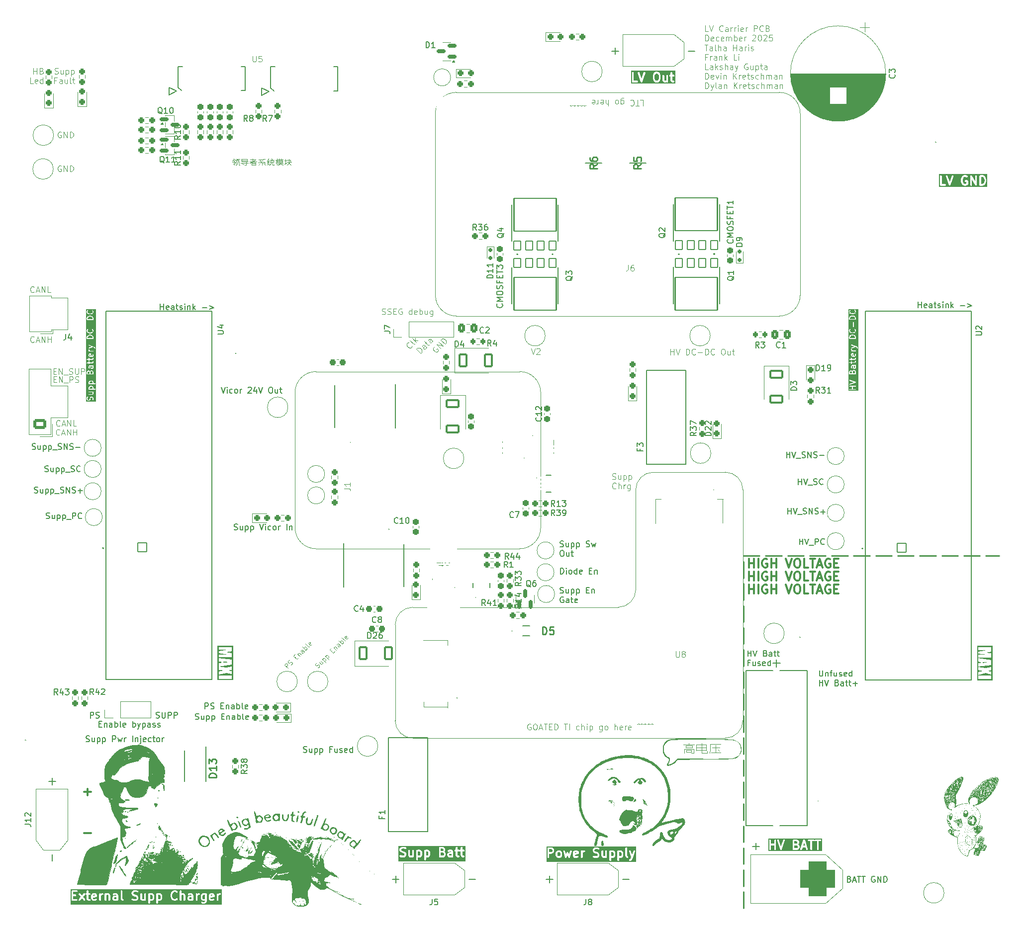
<source format=gbr>
%TF.GenerationSoftware,KiCad,Pcbnew,9.0.6*%
%TF.CreationDate,2026-01-13T22:37:07-06:00*%
%TF.ProjectId,LV Carrier Board,4c562043-6172-4726-9965-7220426f6172,rev?*%
%TF.SameCoordinates,Original*%
%TF.FileFunction,Legend,Top*%
%TF.FilePolarity,Positive*%
%FSLAX46Y46*%
G04 Gerber Fmt 4.6, Leading zero omitted, Abs format (unit mm)*
G04 Created by KiCad (PCBNEW 9.0.6) date 2026-01-13 22:37:07*
%MOMM*%
%LPD*%
G01*
G04 APERTURE LIST*
G04 Aperture macros list*
%AMRoundRect*
0 Rectangle with rounded corners*
0 $1 Rounding radius*
0 $2 $3 $4 $5 $6 $7 $8 $9 X,Y pos of 4 corners*
0 Add a 4 corners polygon primitive as box body*
4,1,4,$2,$3,$4,$5,$6,$7,$8,$9,$2,$3,0*
0 Add four circle primitives for the rounded corners*
1,1,$1+$1,$2,$3*
1,1,$1+$1,$4,$5*
1,1,$1+$1,$6,$7*
1,1,$1+$1,$8,$9*
0 Add four rect primitives between the rounded corners*
20,1,$1+$1,$2,$3,$4,$5,0*
20,1,$1+$1,$4,$5,$6,$7,0*
20,1,$1+$1,$6,$7,$8,$9,0*
20,1,$1+$1,$8,$9,$2,$3,0*%
%AMFreePoly0*
4,1,22,0.945671,0.830970,1.026777,0.776777,1.080970,0.695671,1.100000,0.600000,1.100000,-0.600000,1.080970,-0.695671,1.026777,-0.776777,0.945671,-0.830970,0.850000,-0.850000,-0.450000,-0.850000,-0.545671,-0.830970,-0.626777,-0.776777,-1.026777,-0.376777,-1.080970,-0.295671,-1.100000,-0.200000,-1.100000,0.600000,-1.080970,0.695671,-1.026777,0.776777,-0.945671,0.830970,-0.850000,0.850000,
0.850000,0.850000,0.945671,0.830970,0.945671,0.830970,$1*%
G04 Aperture macros list end*
%ADD10C,0.100000*%
%ADD11C,0.250000*%
%ADD12C,0.300000*%
%ADD13C,0.150000*%
%ADD14C,0.125000*%
%ADD15C,0.254000*%
%ADD16C,0.120000*%
%ADD17C,0.200000*%
%ADD18C,0.000000*%
%ADD19C,0.127000*%
%ADD20C,0.050000*%
%ADD21C,0.010000*%
%ADD22C,0.152400*%
%ADD23C,2.800000*%
%ADD24RoundRect,0.237500X0.237500X-0.300000X0.237500X0.300000X-0.237500X0.300000X-0.237500X-0.300000X0*%
%ADD25R,1.000000X0.750000*%
%ADD26R,0.480000X0.750000*%
%ADD27R,2.720000X4.560000*%
%ADD28R,0.910000X5.560000*%
%ADD29R,0.420000X4.560000*%
%ADD30C,2.500000*%
%ADD31R,4.410000X2.000000*%
%ADD32R,0.600000X2.000000*%
%ADD33C,1.300000*%
%ADD34FreePoly0,180.000000*%
%ADD35O,2.200000X1.700000*%
%ADD36C,3.600000*%
%ADD37C,6.400000*%
%ADD38RoundRect,0.237500X-0.237500X0.250000X-0.237500X-0.250000X0.237500X-0.250000X0.237500X0.250000X0*%
%ADD39RoundRect,0.163043X-1.036957X0.586957X-1.036957X-0.586957X1.036957X-0.586957X1.036957X0.586957X0*%
%ADD40RoundRect,0.163043X-0.586957X-1.036957X0.586957X-1.036957X0.586957X1.036957X-0.586957X1.036957X0*%
%ADD41R,1.200000X1.200000*%
%ADD42RoundRect,0.237500X0.237500X-0.250000X0.237500X0.250000X-0.237500X0.250000X-0.237500X-0.250000X0*%
%ADD43RoundRect,0.237500X-0.250000X-0.237500X0.250000X-0.237500X0.250000X0.237500X-0.250000X0.237500X0*%
%ADD44RoundRect,0.150000X0.587500X0.150000X-0.587500X0.150000X-0.587500X-0.150000X0.587500X-0.150000X0*%
%ADD45C,3.000000*%
%ADD46R,0.450000X0.900000*%
%ADD47R,1.700000X1.700000*%
%ADD48C,1.700000*%
%ADD49RoundRect,0.237500X0.250000X0.237500X-0.250000X0.237500X-0.250000X-0.237500X0.250000X-0.237500X0*%
%ADD50RoundRect,0.102000X-0.765000X0.765000X-0.765000X-0.765000X0.765000X-0.765000X0.765000X0.765000X0*%
%ADD51C,1.734000*%
%ADD52RoundRect,0.200000X-0.200000X-0.275000X0.200000X-0.275000X0.200000X0.275000X-0.200000X0.275000X0*%
%ADD53RoundRect,0.250000X-0.337500X-0.475000X0.337500X-0.475000X0.337500X0.475000X-0.337500X0.475000X0*%
%ADD54RoundRect,0.237500X-0.237500X0.300000X-0.237500X-0.300000X0.237500X-0.300000X0.237500X0.300000X0*%
%ADD55RoundRect,0.150000X-0.587500X-0.150000X0.587500X-0.150000X0.587500X0.150000X-0.587500X0.150000X0*%
%ADD56RoundRect,0.237500X0.300000X0.237500X-0.300000X0.237500X-0.300000X-0.237500X0.300000X-0.237500X0*%
%ADD57RoundRect,0.150000X0.150000X-0.587500X0.150000X0.587500X-0.150000X0.587500X-0.150000X-0.587500X0*%
%ADD58RoundRect,0.237500X0.287500X0.237500X-0.287500X0.237500X-0.287500X-0.237500X0.287500X-0.237500X0*%
%ADD59RoundRect,0.237500X0.237500X-0.287500X0.237500X0.287500X-0.237500X0.287500X-0.237500X-0.287500X0*%
%ADD60R,2.150000X2.250000*%
%ADD61C,8.115000*%
%ADD62O,1.700000X1.700000*%
%ADD63RoundRect,0.102000X-0.590000X0.765000X-0.590000X-0.765000X0.590000X-0.765000X0.590000X0.765000X0*%
%ADD64RoundRect,0.102000X-3.605000X2.815000X-3.605000X-2.815000X3.605000X-2.815000X3.605000X2.815000X0*%
%ADD65R,3.000000X3.000000*%
%ADD66RoundRect,0.237500X-0.287500X-0.237500X0.287500X-0.237500X0.287500X0.237500X-0.287500X0.237500X0*%
%ADD67R,2.400000X2.400000*%
%ADD68C,2.400000*%
%ADD69R,3.250000X1.550000*%
%ADD70RoundRect,0.237500X-0.300000X-0.237500X0.300000X-0.237500X0.300000X0.237500X-0.300000X0.237500X0*%
%ADD71C,0.850000*%
%ADD72R,1.500000X0.550000*%
%ADD73RoundRect,0.200000X0.200000X0.275000X-0.200000X0.275000X-0.200000X-0.275000X0.200000X-0.275000X0*%
%ADD74RoundRect,0.150000X-0.200000X0.150000X-0.200000X-0.150000X0.200000X-0.150000X0.200000X0.150000X0*%
%ADD75RoundRect,0.102000X0.590000X-0.765000X0.590000X0.765000X-0.590000X0.765000X-0.590000X-0.765000X0*%
%ADD76RoundRect,0.102000X3.605000X-2.815000X3.605000X2.815000X-3.605000X2.815000X-3.605000X-2.815000X0*%
%ADD77RoundRect,0.237500X-0.237500X0.287500X-0.237500X-0.287500X0.237500X-0.287500X0.237500X0.287500X0*%
%ADD78R,0.550000X1.800000*%
%ADD79C,2.604000*%
%ADD80R,0.750000X1.000000*%
%ADD81R,0.750000X0.480000*%
%ADD82R,4.560000X2.720000*%
%ADD83R,5.560000X0.910000*%
%ADD84R,4.560000X0.420000*%
%ADD85RoundRect,0.150000X0.200000X-0.150000X0.200000X0.150000X-0.200000X0.150000X-0.200000X-0.150000X0*%
%ADD86RoundRect,1.500000X1.500000X1.500000X-1.500000X1.500000X-1.500000X-1.500000X1.500000X-1.500000X0*%
%ADD87C,6.000000*%
%ADD88C,1.905000*%
%ADD89R,1.800000X0.550000*%
%ADD90RoundRect,0.250000X0.337500X0.475000X-0.337500X0.475000X-0.337500X-0.475000X0.337500X-0.475000X0*%
%ADD91RoundRect,0.250000X0.850000X0.600000X-0.850000X0.600000X-0.850000X-0.600000X0.850000X-0.600000X0*%
%ADD92R,0.900000X0.450000*%
G04 APERTURE END LIST*
D10*
X20627693Y-47570038D02*
X20532455Y-47522419D01*
X20532455Y-47522419D02*
X20389598Y-47522419D01*
X20389598Y-47522419D02*
X20246741Y-47570038D01*
X20246741Y-47570038D02*
X20151503Y-47665276D01*
X20151503Y-47665276D02*
X20103884Y-47760514D01*
X20103884Y-47760514D02*
X20056265Y-47950990D01*
X20056265Y-47950990D02*
X20056265Y-48093847D01*
X20056265Y-48093847D02*
X20103884Y-48284323D01*
X20103884Y-48284323D02*
X20151503Y-48379561D01*
X20151503Y-48379561D02*
X20246741Y-48474800D01*
X20246741Y-48474800D02*
X20389598Y-48522419D01*
X20389598Y-48522419D02*
X20484836Y-48522419D01*
X20484836Y-48522419D02*
X20627693Y-48474800D01*
X20627693Y-48474800D02*
X20675312Y-48427180D01*
X20675312Y-48427180D02*
X20675312Y-48093847D01*
X20675312Y-48093847D02*
X20484836Y-48093847D01*
X21103884Y-48522419D02*
X21103884Y-47522419D01*
X21103884Y-47522419D02*
X21675312Y-48522419D01*
X21675312Y-48522419D02*
X21675312Y-47522419D01*
X22151503Y-48522419D02*
X22151503Y-47522419D01*
X22151503Y-47522419D02*
X22389598Y-47522419D01*
X22389598Y-47522419D02*
X22532455Y-47570038D01*
X22532455Y-47570038D02*
X22627693Y-47665276D01*
X22627693Y-47665276D02*
X22675312Y-47760514D01*
X22675312Y-47760514D02*
X22722931Y-47950990D01*
X22722931Y-47950990D02*
X22722931Y-48093847D01*
X22722931Y-48093847D02*
X22675312Y-48284323D01*
X22675312Y-48284323D02*
X22627693Y-48379561D01*
X22627693Y-48379561D02*
X22532455Y-48474800D01*
X22532455Y-48474800D02*
X22389598Y-48522419D01*
X22389598Y-48522419D02*
X22151503Y-48522419D01*
X20627693Y-41820038D02*
X20532455Y-41772419D01*
X20532455Y-41772419D02*
X20389598Y-41772419D01*
X20389598Y-41772419D02*
X20246741Y-41820038D01*
X20246741Y-41820038D02*
X20151503Y-41915276D01*
X20151503Y-41915276D02*
X20103884Y-42010514D01*
X20103884Y-42010514D02*
X20056265Y-42200990D01*
X20056265Y-42200990D02*
X20056265Y-42343847D01*
X20056265Y-42343847D02*
X20103884Y-42534323D01*
X20103884Y-42534323D02*
X20151503Y-42629561D01*
X20151503Y-42629561D02*
X20246741Y-42724800D01*
X20246741Y-42724800D02*
X20389598Y-42772419D01*
X20389598Y-42772419D02*
X20484836Y-42772419D01*
X20484836Y-42772419D02*
X20627693Y-42724800D01*
X20627693Y-42724800D02*
X20675312Y-42677180D01*
X20675312Y-42677180D02*
X20675312Y-42343847D01*
X20675312Y-42343847D02*
X20484836Y-42343847D01*
X21103884Y-42772419D02*
X21103884Y-41772419D01*
X21103884Y-41772419D02*
X21675312Y-42772419D01*
X21675312Y-42772419D02*
X21675312Y-41772419D01*
X22151503Y-42772419D02*
X22151503Y-41772419D01*
X22151503Y-41772419D02*
X22389598Y-41772419D01*
X22389598Y-41772419D02*
X22532455Y-41820038D01*
X22532455Y-41820038D02*
X22627693Y-41915276D01*
X22627693Y-41915276D02*
X22675312Y-42010514D01*
X22675312Y-42010514D02*
X22722931Y-42200990D01*
X22722931Y-42200990D02*
X22722931Y-42343847D01*
X22722931Y-42343847D02*
X22675312Y-42534323D01*
X22675312Y-42534323D02*
X22627693Y-42629561D01*
X22627693Y-42629561D02*
X22532455Y-42724800D01*
X22532455Y-42724800D02*
X22389598Y-42772419D01*
X22389598Y-42772419D02*
X22151503Y-42772419D01*
D11*
X136800000Y-114000000D02*
X139550000Y-114000000D01*
X140550000Y-114000000D02*
X143300000Y-114000000D01*
X144300000Y-114000000D02*
X147050000Y-114000000D01*
X148050000Y-114000000D02*
X150800000Y-114000000D01*
X151800000Y-114000000D02*
X154550000Y-114000000D01*
X155550000Y-114000000D02*
X158300000Y-114000000D01*
X159300000Y-114000000D02*
X162050000Y-114000000D01*
X163050000Y-114000000D02*
X165800000Y-114000000D01*
X166800000Y-114000000D02*
X169550000Y-114000000D01*
X170550000Y-114000000D02*
X173300000Y-114000000D01*
X174300000Y-114000000D02*
X177050000Y-114000000D01*
X178050000Y-114000000D02*
X180300000Y-114000000D01*
X136800000Y-174000000D02*
X136800000Y-171250000D01*
X136800000Y-170250000D02*
X136800000Y-167500000D01*
X136800000Y-166500000D02*
X136800000Y-163750000D01*
X136800000Y-162750000D02*
X136800000Y-160000000D01*
X136800000Y-159000000D02*
X136800000Y-156250000D01*
X136800000Y-155250000D02*
X136800000Y-152500000D01*
X136800000Y-151500000D02*
X136800000Y-148750000D01*
X136800000Y-147750000D02*
X136800000Y-145000000D01*
X136800000Y-144000000D02*
X136800000Y-141250000D01*
X136800000Y-140250000D02*
X136800000Y-137500000D01*
X136800000Y-136500000D02*
X136800000Y-133750000D01*
X136800000Y-132750000D02*
X136800000Y-130000000D01*
X136800000Y-129000000D02*
X136800000Y-126250000D01*
X136800000Y-125250000D02*
X136800000Y-122500000D01*
X136800000Y-121500000D02*
X136800000Y-118750000D01*
X136800000Y-117750000D02*
X136800000Y-115000000D01*
X136800000Y-114000000D02*
X136800000Y-114000000D01*
D10*
X84221619Y-78351083D02*
X84120604Y-78384755D01*
X84120604Y-78384755D02*
X84019588Y-78485770D01*
X84019588Y-78485770D02*
X83952245Y-78620457D01*
X83952245Y-78620457D02*
X83952245Y-78755144D01*
X83952245Y-78755144D02*
X83985917Y-78856160D01*
X83985917Y-78856160D02*
X84086932Y-79024518D01*
X84086932Y-79024518D02*
X84187947Y-79125534D01*
X84187947Y-79125534D02*
X84356306Y-79226549D01*
X84356306Y-79226549D02*
X84457321Y-79260221D01*
X84457321Y-79260221D02*
X84592008Y-79260221D01*
X84592008Y-79260221D02*
X84726695Y-79192877D01*
X84726695Y-79192877D02*
X84794039Y-79125534D01*
X84794039Y-79125534D02*
X84861382Y-78990847D01*
X84861382Y-78990847D02*
X84861382Y-78923503D01*
X84861382Y-78923503D02*
X84625680Y-78687801D01*
X84625680Y-78687801D02*
X84490993Y-78822488D01*
X85231772Y-78687801D02*
X84524665Y-77980694D01*
X84524665Y-77980694D02*
X85635833Y-78283740D01*
X85635833Y-78283740D02*
X84928726Y-77576633D01*
X85972550Y-77947022D02*
X85265443Y-77239915D01*
X85265443Y-77239915D02*
X85433802Y-77071557D01*
X85433802Y-77071557D02*
X85568489Y-77004213D01*
X85568489Y-77004213D02*
X85703176Y-77004213D01*
X85703176Y-77004213D02*
X85804191Y-77037885D01*
X85804191Y-77037885D02*
X85972550Y-77138900D01*
X85972550Y-77138900D02*
X86073565Y-77239915D01*
X86073565Y-77239915D02*
X86174581Y-77408274D01*
X86174581Y-77408274D02*
X86208252Y-77509289D01*
X86208252Y-77509289D02*
X86208252Y-77643976D01*
X86208252Y-77643976D02*
X86140909Y-77778664D01*
X86140909Y-77778664D02*
X85972550Y-77947022D01*
D12*
X137754510Y-116000828D02*
X137754510Y-114500828D01*
X137754510Y-115215114D02*
X138611653Y-115215114D01*
X138611653Y-116000828D02*
X138611653Y-114500828D01*
X139325939Y-116000828D02*
X139325939Y-114500828D01*
X140825940Y-114572257D02*
X140683083Y-114500828D01*
X140683083Y-114500828D02*
X140468797Y-114500828D01*
X140468797Y-114500828D02*
X140254511Y-114572257D01*
X140254511Y-114572257D02*
X140111654Y-114715114D01*
X140111654Y-114715114D02*
X140040225Y-114857971D01*
X140040225Y-114857971D02*
X139968797Y-115143685D01*
X139968797Y-115143685D02*
X139968797Y-115357971D01*
X139968797Y-115357971D02*
X140040225Y-115643685D01*
X140040225Y-115643685D02*
X140111654Y-115786542D01*
X140111654Y-115786542D02*
X140254511Y-115929400D01*
X140254511Y-115929400D02*
X140468797Y-116000828D01*
X140468797Y-116000828D02*
X140611654Y-116000828D01*
X140611654Y-116000828D02*
X140825940Y-115929400D01*
X140825940Y-115929400D02*
X140897368Y-115857971D01*
X140897368Y-115857971D02*
X140897368Y-115357971D01*
X140897368Y-115357971D02*
X140611654Y-115357971D01*
X141540225Y-116000828D02*
X141540225Y-114500828D01*
X141540225Y-115215114D02*
X142397368Y-115215114D01*
X142397368Y-116000828D02*
X142397368Y-114500828D01*
X144040226Y-114500828D02*
X144540226Y-116000828D01*
X144540226Y-116000828D02*
X145040226Y-114500828D01*
X145825940Y-114500828D02*
X146111654Y-114500828D01*
X146111654Y-114500828D02*
X146254511Y-114572257D01*
X146254511Y-114572257D02*
X146397368Y-114715114D01*
X146397368Y-114715114D02*
X146468797Y-115000828D01*
X146468797Y-115000828D02*
X146468797Y-115500828D01*
X146468797Y-115500828D02*
X146397368Y-115786542D01*
X146397368Y-115786542D02*
X146254511Y-115929400D01*
X146254511Y-115929400D02*
X146111654Y-116000828D01*
X146111654Y-116000828D02*
X145825940Y-116000828D01*
X145825940Y-116000828D02*
X145683083Y-115929400D01*
X145683083Y-115929400D02*
X145540225Y-115786542D01*
X145540225Y-115786542D02*
X145468797Y-115500828D01*
X145468797Y-115500828D02*
X145468797Y-115000828D01*
X145468797Y-115000828D02*
X145540225Y-114715114D01*
X145540225Y-114715114D02*
X145683083Y-114572257D01*
X145683083Y-114572257D02*
X145825940Y-114500828D01*
X147825940Y-116000828D02*
X147111654Y-116000828D01*
X147111654Y-116000828D02*
X147111654Y-114500828D01*
X148111655Y-114500828D02*
X148968798Y-114500828D01*
X148540226Y-116000828D02*
X148540226Y-114500828D01*
X149397369Y-115572257D02*
X150111655Y-115572257D01*
X149254512Y-116000828D02*
X149754512Y-114500828D01*
X149754512Y-114500828D02*
X150254512Y-116000828D01*
X151540226Y-114572257D02*
X151397369Y-114500828D01*
X151397369Y-114500828D02*
X151183083Y-114500828D01*
X151183083Y-114500828D02*
X150968797Y-114572257D01*
X150968797Y-114572257D02*
X150825940Y-114715114D01*
X150825940Y-114715114D02*
X150754511Y-114857971D01*
X150754511Y-114857971D02*
X150683083Y-115143685D01*
X150683083Y-115143685D02*
X150683083Y-115357971D01*
X150683083Y-115357971D02*
X150754511Y-115643685D01*
X150754511Y-115643685D02*
X150825940Y-115786542D01*
X150825940Y-115786542D02*
X150968797Y-115929400D01*
X150968797Y-115929400D02*
X151183083Y-116000828D01*
X151183083Y-116000828D02*
X151325940Y-116000828D01*
X151325940Y-116000828D02*
X151540226Y-115929400D01*
X151540226Y-115929400D02*
X151611654Y-115857971D01*
X151611654Y-115857971D02*
X151611654Y-115357971D01*
X151611654Y-115357971D02*
X151325940Y-115357971D01*
X152254511Y-115215114D02*
X152754511Y-115215114D01*
X152968797Y-116000828D02*
X152254511Y-116000828D01*
X152254511Y-116000828D02*
X152254511Y-114500828D01*
X152254511Y-114500828D02*
X152968797Y-114500828D01*
D13*
X50089160Y-109522200D02*
X50232017Y-109569819D01*
X50232017Y-109569819D02*
X50470112Y-109569819D01*
X50470112Y-109569819D02*
X50565350Y-109522200D01*
X50565350Y-109522200D02*
X50612969Y-109474580D01*
X50612969Y-109474580D02*
X50660588Y-109379342D01*
X50660588Y-109379342D02*
X50660588Y-109284104D01*
X50660588Y-109284104D02*
X50612969Y-109188866D01*
X50612969Y-109188866D02*
X50565350Y-109141247D01*
X50565350Y-109141247D02*
X50470112Y-109093628D01*
X50470112Y-109093628D02*
X50279636Y-109046009D01*
X50279636Y-109046009D02*
X50184398Y-108998390D01*
X50184398Y-108998390D02*
X50136779Y-108950771D01*
X50136779Y-108950771D02*
X50089160Y-108855533D01*
X50089160Y-108855533D02*
X50089160Y-108760295D01*
X50089160Y-108760295D02*
X50136779Y-108665057D01*
X50136779Y-108665057D02*
X50184398Y-108617438D01*
X50184398Y-108617438D02*
X50279636Y-108569819D01*
X50279636Y-108569819D02*
X50517731Y-108569819D01*
X50517731Y-108569819D02*
X50660588Y-108617438D01*
X51517731Y-108903152D02*
X51517731Y-109569819D01*
X51089160Y-108903152D02*
X51089160Y-109426961D01*
X51089160Y-109426961D02*
X51136779Y-109522200D01*
X51136779Y-109522200D02*
X51232017Y-109569819D01*
X51232017Y-109569819D02*
X51374874Y-109569819D01*
X51374874Y-109569819D02*
X51470112Y-109522200D01*
X51470112Y-109522200D02*
X51517731Y-109474580D01*
X51993922Y-108903152D02*
X51993922Y-109903152D01*
X51993922Y-108950771D02*
X52089160Y-108903152D01*
X52089160Y-108903152D02*
X52279636Y-108903152D01*
X52279636Y-108903152D02*
X52374874Y-108950771D01*
X52374874Y-108950771D02*
X52422493Y-108998390D01*
X52422493Y-108998390D02*
X52470112Y-109093628D01*
X52470112Y-109093628D02*
X52470112Y-109379342D01*
X52470112Y-109379342D02*
X52422493Y-109474580D01*
X52422493Y-109474580D02*
X52374874Y-109522200D01*
X52374874Y-109522200D02*
X52279636Y-109569819D01*
X52279636Y-109569819D02*
X52089160Y-109569819D01*
X52089160Y-109569819D02*
X51993922Y-109522200D01*
X52898684Y-108903152D02*
X52898684Y-109903152D01*
X52898684Y-108950771D02*
X52993922Y-108903152D01*
X52993922Y-108903152D02*
X53184398Y-108903152D01*
X53184398Y-108903152D02*
X53279636Y-108950771D01*
X53279636Y-108950771D02*
X53327255Y-108998390D01*
X53327255Y-108998390D02*
X53374874Y-109093628D01*
X53374874Y-109093628D02*
X53374874Y-109379342D01*
X53374874Y-109379342D02*
X53327255Y-109474580D01*
X53327255Y-109474580D02*
X53279636Y-109522200D01*
X53279636Y-109522200D02*
X53184398Y-109569819D01*
X53184398Y-109569819D02*
X52993922Y-109569819D01*
X52993922Y-109569819D02*
X52898684Y-109522200D01*
X54422494Y-108569819D02*
X54755827Y-109569819D01*
X54755827Y-109569819D02*
X55089160Y-108569819D01*
X55422494Y-109569819D02*
X55422494Y-108903152D01*
X55422494Y-108569819D02*
X55374875Y-108617438D01*
X55374875Y-108617438D02*
X55422494Y-108665057D01*
X55422494Y-108665057D02*
X55470113Y-108617438D01*
X55470113Y-108617438D02*
X55422494Y-108569819D01*
X55422494Y-108569819D02*
X55422494Y-108665057D01*
X56327255Y-109522200D02*
X56232017Y-109569819D01*
X56232017Y-109569819D02*
X56041541Y-109569819D01*
X56041541Y-109569819D02*
X55946303Y-109522200D01*
X55946303Y-109522200D02*
X55898684Y-109474580D01*
X55898684Y-109474580D02*
X55851065Y-109379342D01*
X55851065Y-109379342D02*
X55851065Y-109093628D01*
X55851065Y-109093628D02*
X55898684Y-108998390D01*
X55898684Y-108998390D02*
X55946303Y-108950771D01*
X55946303Y-108950771D02*
X56041541Y-108903152D01*
X56041541Y-108903152D02*
X56232017Y-108903152D01*
X56232017Y-108903152D02*
X56327255Y-108950771D01*
X56898684Y-109569819D02*
X56803446Y-109522200D01*
X56803446Y-109522200D02*
X56755827Y-109474580D01*
X56755827Y-109474580D02*
X56708208Y-109379342D01*
X56708208Y-109379342D02*
X56708208Y-109093628D01*
X56708208Y-109093628D02*
X56755827Y-108998390D01*
X56755827Y-108998390D02*
X56803446Y-108950771D01*
X56803446Y-108950771D02*
X56898684Y-108903152D01*
X56898684Y-108903152D02*
X57041541Y-108903152D01*
X57041541Y-108903152D02*
X57136779Y-108950771D01*
X57136779Y-108950771D02*
X57184398Y-108998390D01*
X57184398Y-108998390D02*
X57232017Y-109093628D01*
X57232017Y-109093628D02*
X57232017Y-109379342D01*
X57232017Y-109379342D02*
X57184398Y-109474580D01*
X57184398Y-109474580D02*
X57136779Y-109522200D01*
X57136779Y-109522200D02*
X57041541Y-109569819D01*
X57041541Y-109569819D02*
X56898684Y-109569819D01*
X57660589Y-109569819D02*
X57660589Y-108903152D01*
X57660589Y-109093628D02*
X57708208Y-108998390D01*
X57708208Y-108998390D02*
X57755827Y-108950771D01*
X57755827Y-108950771D02*
X57851065Y-108903152D01*
X57851065Y-108903152D02*
X57946303Y-108903152D01*
X59041542Y-109569819D02*
X59041542Y-108569819D01*
X59517732Y-108903152D02*
X59517732Y-109569819D01*
X59517732Y-108998390D02*
X59565351Y-108950771D01*
X59565351Y-108950771D02*
X59660589Y-108903152D01*
X59660589Y-108903152D02*
X59803446Y-108903152D01*
X59803446Y-108903152D02*
X59898684Y-108950771D01*
X59898684Y-108950771D02*
X59946303Y-109046009D01*
X59946303Y-109046009D02*
X59946303Y-109569819D01*
X61889160Y-147422200D02*
X62032017Y-147469819D01*
X62032017Y-147469819D02*
X62270112Y-147469819D01*
X62270112Y-147469819D02*
X62365350Y-147422200D01*
X62365350Y-147422200D02*
X62412969Y-147374580D01*
X62412969Y-147374580D02*
X62460588Y-147279342D01*
X62460588Y-147279342D02*
X62460588Y-147184104D01*
X62460588Y-147184104D02*
X62412969Y-147088866D01*
X62412969Y-147088866D02*
X62365350Y-147041247D01*
X62365350Y-147041247D02*
X62270112Y-146993628D01*
X62270112Y-146993628D02*
X62079636Y-146946009D01*
X62079636Y-146946009D02*
X61984398Y-146898390D01*
X61984398Y-146898390D02*
X61936779Y-146850771D01*
X61936779Y-146850771D02*
X61889160Y-146755533D01*
X61889160Y-146755533D02*
X61889160Y-146660295D01*
X61889160Y-146660295D02*
X61936779Y-146565057D01*
X61936779Y-146565057D02*
X61984398Y-146517438D01*
X61984398Y-146517438D02*
X62079636Y-146469819D01*
X62079636Y-146469819D02*
X62317731Y-146469819D01*
X62317731Y-146469819D02*
X62460588Y-146517438D01*
X63317731Y-146803152D02*
X63317731Y-147469819D01*
X62889160Y-146803152D02*
X62889160Y-147326961D01*
X62889160Y-147326961D02*
X62936779Y-147422200D01*
X62936779Y-147422200D02*
X63032017Y-147469819D01*
X63032017Y-147469819D02*
X63174874Y-147469819D01*
X63174874Y-147469819D02*
X63270112Y-147422200D01*
X63270112Y-147422200D02*
X63317731Y-147374580D01*
X63793922Y-146803152D02*
X63793922Y-147803152D01*
X63793922Y-146850771D02*
X63889160Y-146803152D01*
X63889160Y-146803152D02*
X64079636Y-146803152D01*
X64079636Y-146803152D02*
X64174874Y-146850771D01*
X64174874Y-146850771D02*
X64222493Y-146898390D01*
X64222493Y-146898390D02*
X64270112Y-146993628D01*
X64270112Y-146993628D02*
X64270112Y-147279342D01*
X64270112Y-147279342D02*
X64222493Y-147374580D01*
X64222493Y-147374580D02*
X64174874Y-147422200D01*
X64174874Y-147422200D02*
X64079636Y-147469819D01*
X64079636Y-147469819D02*
X63889160Y-147469819D01*
X63889160Y-147469819D02*
X63793922Y-147422200D01*
X64698684Y-146803152D02*
X64698684Y-147803152D01*
X64698684Y-146850771D02*
X64793922Y-146803152D01*
X64793922Y-146803152D02*
X64984398Y-146803152D01*
X64984398Y-146803152D02*
X65079636Y-146850771D01*
X65079636Y-146850771D02*
X65127255Y-146898390D01*
X65127255Y-146898390D02*
X65174874Y-146993628D01*
X65174874Y-146993628D02*
X65174874Y-147279342D01*
X65174874Y-147279342D02*
X65127255Y-147374580D01*
X65127255Y-147374580D02*
X65079636Y-147422200D01*
X65079636Y-147422200D02*
X64984398Y-147469819D01*
X64984398Y-147469819D02*
X64793922Y-147469819D01*
X64793922Y-147469819D02*
X64698684Y-147422200D01*
X66698684Y-146946009D02*
X66365351Y-146946009D01*
X66365351Y-147469819D02*
X66365351Y-146469819D01*
X66365351Y-146469819D02*
X66841541Y-146469819D01*
X67651065Y-146803152D02*
X67651065Y-147469819D01*
X67222494Y-146803152D02*
X67222494Y-147326961D01*
X67222494Y-147326961D02*
X67270113Y-147422200D01*
X67270113Y-147422200D02*
X67365351Y-147469819D01*
X67365351Y-147469819D02*
X67508208Y-147469819D01*
X67508208Y-147469819D02*
X67603446Y-147422200D01*
X67603446Y-147422200D02*
X67651065Y-147374580D01*
X68079637Y-147422200D02*
X68174875Y-147469819D01*
X68174875Y-147469819D02*
X68365351Y-147469819D01*
X68365351Y-147469819D02*
X68460589Y-147422200D01*
X68460589Y-147422200D02*
X68508208Y-147326961D01*
X68508208Y-147326961D02*
X68508208Y-147279342D01*
X68508208Y-147279342D02*
X68460589Y-147184104D01*
X68460589Y-147184104D02*
X68365351Y-147136485D01*
X68365351Y-147136485D02*
X68222494Y-147136485D01*
X68222494Y-147136485D02*
X68127256Y-147088866D01*
X68127256Y-147088866D02*
X68079637Y-146993628D01*
X68079637Y-146993628D02*
X68079637Y-146946009D01*
X68079637Y-146946009D02*
X68127256Y-146850771D01*
X68127256Y-146850771D02*
X68222494Y-146803152D01*
X68222494Y-146803152D02*
X68365351Y-146803152D01*
X68365351Y-146803152D02*
X68460589Y-146850771D01*
X69317732Y-147422200D02*
X69222494Y-147469819D01*
X69222494Y-147469819D02*
X69032018Y-147469819D01*
X69032018Y-147469819D02*
X68936780Y-147422200D01*
X68936780Y-147422200D02*
X68889161Y-147326961D01*
X68889161Y-147326961D02*
X68889161Y-146946009D01*
X68889161Y-146946009D02*
X68936780Y-146850771D01*
X68936780Y-146850771D02*
X69032018Y-146803152D01*
X69032018Y-146803152D02*
X69222494Y-146803152D01*
X69222494Y-146803152D02*
X69317732Y-146850771D01*
X69317732Y-146850771D02*
X69365351Y-146946009D01*
X69365351Y-146946009D02*
X69365351Y-147041247D01*
X69365351Y-147041247D02*
X68889161Y-147136485D01*
X70222494Y-147469819D02*
X70222494Y-146469819D01*
X70222494Y-147422200D02*
X70127256Y-147469819D01*
X70127256Y-147469819D02*
X69936780Y-147469819D01*
X69936780Y-147469819D02*
X69841542Y-147422200D01*
X69841542Y-147422200D02*
X69793923Y-147374580D01*
X69793923Y-147374580D02*
X69746304Y-147279342D01*
X69746304Y-147279342D02*
X69746304Y-146993628D01*
X69746304Y-146993628D02*
X69793923Y-146898390D01*
X69793923Y-146898390D02*
X69841542Y-146850771D01*
X69841542Y-146850771D02*
X69936780Y-146803152D01*
X69936780Y-146803152D02*
X70127256Y-146803152D01*
X70127256Y-146803152D02*
X70222494Y-146850771D01*
X24889160Y-145622200D02*
X25032017Y-145669819D01*
X25032017Y-145669819D02*
X25270112Y-145669819D01*
X25270112Y-145669819D02*
X25365350Y-145622200D01*
X25365350Y-145622200D02*
X25412969Y-145574580D01*
X25412969Y-145574580D02*
X25460588Y-145479342D01*
X25460588Y-145479342D02*
X25460588Y-145384104D01*
X25460588Y-145384104D02*
X25412969Y-145288866D01*
X25412969Y-145288866D02*
X25365350Y-145241247D01*
X25365350Y-145241247D02*
X25270112Y-145193628D01*
X25270112Y-145193628D02*
X25079636Y-145146009D01*
X25079636Y-145146009D02*
X24984398Y-145098390D01*
X24984398Y-145098390D02*
X24936779Y-145050771D01*
X24936779Y-145050771D02*
X24889160Y-144955533D01*
X24889160Y-144955533D02*
X24889160Y-144860295D01*
X24889160Y-144860295D02*
X24936779Y-144765057D01*
X24936779Y-144765057D02*
X24984398Y-144717438D01*
X24984398Y-144717438D02*
X25079636Y-144669819D01*
X25079636Y-144669819D02*
X25317731Y-144669819D01*
X25317731Y-144669819D02*
X25460588Y-144717438D01*
X26317731Y-145003152D02*
X26317731Y-145669819D01*
X25889160Y-145003152D02*
X25889160Y-145526961D01*
X25889160Y-145526961D02*
X25936779Y-145622200D01*
X25936779Y-145622200D02*
X26032017Y-145669819D01*
X26032017Y-145669819D02*
X26174874Y-145669819D01*
X26174874Y-145669819D02*
X26270112Y-145622200D01*
X26270112Y-145622200D02*
X26317731Y-145574580D01*
X26793922Y-145003152D02*
X26793922Y-146003152D01*
X26793922Y-145050771D02*
X26889160Y-145003152D01*
X26889160Y-145003152D02*
X27079636Y-145003152D01*
X27079636Y-145003152D02*
X27174874Y-145050771D01*
X27174874Y-145050771D02*
X27222493Y-145098390D01*
X27222493Y-145098390D02*
X27270112Y-145193628D01*
X27270112Y-145193628D02*
X27270112Y-145479342D01*
X27270112Y-145479342D02*
X27222493Y-145574580D01*
X27222493Y-145574580D02*
X27174874Y-145622200D01*
X27174874Y-145622200D02*
X27079636Y-145669819D01*
X27079636Y-145669819D02*
X26889160Y-145669819D01*
X26889160Y-145669819D02*
X26793922Y-145622200D01*
X27698684Y-145003152D02*
X27698684Y-146003152D01*
X27698684Y-145050771D02*
X27793922Y-145003152D01*
X27793922Y-145003152D02*
X27984398Y-145003152D01*
X27984398Y-145003152D02*
X28079636Y-145050771D01*
X28079636Y-145050771D02*
X28127255Y-145098390D01*
X28127255Y-145098390D02*
X28174874Y-145193628D01*
X28174874Y-145193628D02*
X28174874Y-145479342D01*
X28174874Y-145479342D02*
X28127255Y-145574580D01*
X28127255Y-145574580D02*
X28079636Y-145622200D01*
X28079636Y-145622200D02*
X27984398Y-145669819D01*
X27984398Y-145669819D02*
X27793922Y-145669819D01*
X27793922Y-145669819D02*
X27698684Y-145622200D01*
X29365351Y-145669819D02*
X29365351Y-144669819D01*
X29365351Y-144669819D02*
X29746303Y-144669819D01*
X29746303Y-144669819D02*
X29841541Y-144717438D01*
X29841541Y-144717438D02*
X29889160Y-144765057D01*
X29889160Y-144765057D02*
X29936779Y-144860295D01*
X29936779Y-144860295D02*
X29936779Y-145003152D01*
X29936779Y-145003152D02*
X29889160Y-145098390D01*
X29889160Y-145098390D02*
X29841541Y-145146009D01*
X29841541Y-145146009D02*
X29746303Y-145193628D01*
X29746303Y-145193628D02*
X29365351Y-145193628D01*
X30270113Y-145003152D02*
X30460589Y-145669819D01*
X30460589Y-145669819D02*
X30651065Y-145193628D01*
X30651065Y-145193628D02*
X30841541Y-145669819D01*
X30841541Y-145669819D02*
X31032017Y-145003152D01*
X31412970Y-145669819D02*
X31412970Y-145003152D01*
X31412970Y-145193628D02*
X31460589Y-145098390D01*
X31460589Y-145098390D02*
X31508208Y-145050771D01*
X31508208Y-145050771D02*
X31603446Y-145003152D01*
X31603446Y-145003152D02*
X31698684Y-145003152D01*
X32793923Y-145669819D02*
X32793923Y-144669819D01*
X33270113Y-145003152D02*
X33270113Y-145669819D01*
X33270113Y-145098390D02*
X33317732Y-145050771D01*
X33317732Y-145050771D02*
X33412970Y-145003152D01*
X33412970Y-145003152D02*
X33555827Y-145003152D01*
X33555827Y-145003152D02*
X33651065Y-145050771D01*
X33651065Y-145050771D02*
X33698684Y-145146009D01*
X33698684Y-145146009D02*
X33698684Y-145669819D01*
X34174875Y-145003152D02*
X34174875Y-145860295D01*
X34174875Y-145860295D02*
X34127256Y-145955533D01*
X34127256Y-145955533D02*
X34032018Y-146003152D01*
X34032018Y-146003152D02*
X33984399Y-146003152D01*
X34174875Y-144669819D02*
X34127256Y-144717438D01*
X34127256Y-144717438D02*
X34174875Y-144765057D01*
X34174875Y-144765057D02*
X34222494Y-144717438D01*
X34222494Y-144717438D02*
X34174875Y-144669819D01*
X34174875Y-144669819D02*
X34174875Y-144765057D01*
X35032017Y-145622200D02*
X34936779Y-145669819D01*
X34936779Y-145669819D02*
X34746303Y-145669819D01*
X34746303Y-145669819D02*
X34651065Y-145622200D01*
X34651065Y-145622200D02*
X34603446Y-145526961D01*
X34603446Y-145526961D02*
X34603446Y-145146009D01*
X34603446Y-145146009D02*
X34651065Y-145050771D01*
X34651065Y-145050771D02*
X34746303Y-145003152D01*
X34746303Y-145003152D02*
X34936779Y-145003152D01*
X34936779Y-145003152D02*
X35032017Y-145050771D01*
X35032017Y-145050771D02*
X35079636Y-145146009D01*
X35079636Y-145146009D02*
X35079636Y-145241247D01*
X35079636Y-145241247D02*
X34603446Y-145336485D01*
X35936779Y-145622200D02*
X35841541Y-145669819D01*
X35841541Y-145669819D02*
X35651065Y-145669819D01*
X35651065Y-145669819D02*
X35555827Y-145622200D01*
X35555827Y-145622200D02*
X35508208Y-145574580D01*
X35508208Y-145574580D02*
X35460589Y-145479342D01*
X35460589Y-145479342D02*
X35460589Y-145193628D01*
X35460589Y-145193628D02*
X35508208Y-145098390D01*
X35508208Y-145098390D02*
X35555827Y-145050771D01*
X35555827Y-145050771D02*
X35651065Y-145003152D01*
X35651065Y-145003152D02*
X35841541Y-145003152D01*
X35841541Y-145003152D02*
X35936779Y-145050771D01*
X36222494Y-145003152D02*
X36603446Y-145003152D01*
X36365351Y-144669819D02*
X36365351Y-145526961D01*
X36365351Y-145526961D02*
X36412970Y-145622200D01*
X36412970Y-145622200D02*
X36508208Y-145669819D01*
X36508208Y-145669819D02*
X36603446Y-145669819D01*
X37079637Y-145669819D02*
X36984399Y-145622200D01*
X36984399Y-145622200D02*
X36936780Y-145574580D01*
X36936780Y-145574580D02*
X36889161Y-145479342D01*
X36889161Y-145479342D02*
X36889161Y-145193628D01*
X36889161Y-145193628D02*
X36936780Y-145098390D01*
X36936780Y-145098390D02*
X36984399Y-145050771D01*
X36984399Y-145050771D02*
X37079637Y-145003152D01*
X37079637Y-145003152D02*
X37222494Y-145003152D01*
X37222494Y-145003152D02*
X37317732Y-145050771D01*
X37317732Y-145050771D02*
X37365351Y-145098390D01*
X37365351Y-145098390D02*
X37412970Y-145193628D01*
X37412970Y-145193628D02*
X37412970Y-145479342D01*
X37412970Y-145479342D02*
X37365351Y-145574580D01*
X37365351Y-145574580D02*
X37317732Y-145622200D01*
X37317732Y-145622200D02*
X37222494Y-145669819D01*
X37222494Y-145669819D02*
X37079637Y-145669819D01*
X37841542Y-145669819D02*
X37841542Y-145003152D01*
X37841542Y-145193628D02*
X37889161Y-145098390D01*
X37889161Y-145098390D02*
X37936780Y-145050771D01*
X37936780Y-145050771D02*
X38032018Y-145003152D01*
X38032018Y-145003152D02*
X38127256Y-145003152D01*
D10*
X130161027Y-26932643D02*
X130732455Y-26932643D01*
X130446741Y-27932643D02*
X130446741Y-26932643D01*
X131494360Y-27932643D02*
X131494360Y-27408833D01*
X131494360Y-27408833D02*
X131446741Y-27313595D01*
X131446741Y-27313595D02*
X131351503Y-27265976D01*
X131351503Y-27265976D02*
X131161027Y-27265976D01*
X131161027Y-27265976D02*
X131065789Y-27313595D01*
X131494360Y-27885024D02*
X131399122Y-27932643D01*
X131399122Y-27932643D02*
X131161027Y-27932643D01*
X131161027Y-27932643D02*
X131065789Y-27885024D01*
X131065789Y-27885024D02*
X131018170Y-27789785D01*
X131018170Y-27789785D02*
X131018170Y-27694547D01*
X131018170Y-27694547D02*
X131065789Y-27599309D01*
X131065789Y-27599309D02*
X131161027Y-27551690D01*
X131161027Y-27551690D02*
X131399122Y-27551690D01*
X131399122Y-27551690D02*
X131494360Y-27504071D01*
X132113408Y-27932643D02*
X132018170Y-27885024D01*
X132018170Y-27885024D02*
X131970551Y-27789785D01*
X131970551Y-27789785D02*
X131970551Y-26932643D01*
X132494361Y-27932643D02*
X132494361Y-26932643D01*
X132922932Y-27932643D02*
X132922932Y-27408833D01*
X132922932Y-27408833D02*
X132875313Y-27313595D01*
X132875313Y-27313595D02*
X132780075Y-27265976D01*
X132780075Y-27265976D02*
X132637218Y-27265976D01*
X132637218Y-27265976D02*
X132541980Y-27313595D01*
X132541980Y-27313595D02*
X132494361Y-27361214D01*
X133827694Y-27932643D02*
X133827694Y-27408833D01*
X133827694Y-27408833D02*
X133780075Y-27313595D01*
X133780075Y-27313595D02*
X133684837Y-27265976D01*
X133684837Y-27265976D02*
X133494361Y-27265976D01*
X133494361Y-27265976D02*
X133399123Y-27313595D01*
X133827694Y-27885024D02*
X133732456Y-27932643D01*
X133732456Y-27932643D02*
X133494361Y-27932643D01*
X133494361Y-27932643D02*
X133399123Y-27885024D01*
X133399123Y-27885024D02*
X133351504Y-27789785D01*
X133351504Y-27789785D02*
X133351504Y-27694547D01*
X133351504Y-27694547D02*
X133399123Y-27599309D01*
X133399123Y-27599309D02*
X133494361Y-27551690D01*
X133494361Y-27551690D02*
X133732456Y-27551690D01*
X133732456Y-27551690D02*
X133827694Y-27504071D01*
X135065790Y-27932643D02*
X135065790Y-26932643D01*
X135065790Y-27408833D02*
X135637218Y-27408833D01*
X135637218Y-27932643D02*
X135637218Y-26932643D01*
X136541980Y-27932643D02*
X136541980Y-27408833D01*
X136541980Y-27408833D02*
X136494361Y-27313595D01*
X136494361Y-27313595D02*
X136399123Y-27265976D01*
X136399123Y-27265976D02*
X136208647Y-27265976D01*
X136208647Y-27265976D02*
X136113409Y-27313595D01*
X136541980Y-27885024D02*
X136446742Y-27932643D01*
X136446742Y-27932643D02*
X136208647Y-27932643D01*
X136208647Y-27932643D02*
X136113409Y-27885024D01*
X136113409Y-27885024D02*
X136065790Y-27789785D01*
X136065790Y-27789785D02*
X136065790Y-27694547D01*
X136065790Y-27694547D02*
X136113409Y-27599309D01*
X136113409Y-27599309D02*
X136208647Y-27551690D01*
X136208647Y-27551690D02*
X136446742Y-27551690D01*
X136446742Y-27551690D02*
X136541980Y-27504071D01*
X137018171Y-27932643D02*
X137018171Y-27265976D01*
X137018171Y-27456452D02*
X137065790Y-27361214D01*
X137065790Y-27361214D02*
X137113409Y-27313595D01*
X137113409Y-27313595D02*
X137208647Y-27265976D01*
X137208647Y-27265976D02*
X137303885Y-27265976D01*
X137637219Y-27932643D02*
X137637219Y-27265976D01*
X137637219Y-26932643D02*
X137589600Y-26980262D01*
X137589600Y-26980262D02*
X137637219Y-27027881D01*
X137637219Y-27027881D02*
X137684838Y-26980262D01*
X137684838Y-26980262D02*
X137637219Y-26932643D01*
X137637219Y-26932643D02*
X137637219Y-27027881D01*
X138065790Y-27885024D02*
X138161028Y-27932643D01*
X138161028Y-27932643D02*
X138351504Y-27932643D01*
X138351504Y-27932643D02*
X138446742Y-27885024D01*
X138446742Y-27885024D02*
X138494361Y-27789785D01*
X138494361Y-27789785D02*
X138494361Y-27742166D01*
X138494361Y-27742166D02*
X138446742Y-27646928D01*
X138446742Y-27646928D02*
X138351504Y-27599309D01*
X138351504Y-27599309D02*
X138208647Y-27599309D01*
X138208647Y-27599309D02*
X138113409Y-27551690D01*
X138113409Y-27551690D02*
X138065790Y-27456452D01*
X138065790Y-27456452D02*
X138065790Y-27408833D01*
X138065790Y-27408833D02*
X138113409Y-27313595D01*
X138113409Y-27313595D02*
X138208647Y-27265976D01*
X138208647Y-27265976D02*
X138351504Y-27265976D01*
X138351504Y-27265976D02*
X138446742Y-27313595D01*
X130637217Y-29018777D02*
X130303884Y-29018777D01*
X130303884Y-29542587D02*
X130303884Y-28542587D01*
X130303884Y-28542587D02*
X130780074Y-28542587D01*
X131161027Y-29542587D02*
X131161027Y-28875920D01*
X131161027Y-29066396D02*
X131208646Y-28971158D01*
X131208646Y-28971158D02*
X131256265Y-28923539D01*
X131256265Y-28923539D02*
X131351503Y-28875920D01*
X131351503Y-28875920D02*
X131446741Y-28875920D01*
X132208646Y-29542587D02*
X132208646Y-29018777D01*
X132208646Y-29018777D02*
X132161027Y-28923539D01*
X132161027Y-28923539D02*
X132065789Y-28875920D01*
X132065789Y-28875920D02*
X131875313Y-28875920D01*
X131875313Y-28875920D02*
X131780075Y-28923539D01*
X132208646Y-29494968D02*
X132113408Y-29542587D01*
X132113408Y-29542587D02*
X131875313Y-29542587D01*
X131875313Y-29542587D02*
X131780075Y-29494968D01*
X131780075Y-29494968D02*
X131732456Y-29399729D01*
X131732456Y-29399729D02*
X131732456Y-29304491D01*
X131732456Y-29304491D02*
X131780075Y-29209253D01*
X131780075Y-29209253D02*
X131875313Y-29161634D01*
X131875313Y-29161634D02*
X132113408Y-29161634D01*
X132113408Y-29161634D02*
X132208646Y-29114015D01*
X132684837Y-28875920D02*
X132684837Y-29542587D01*
X132684837Y-28971158D02*
X132732456Y-28923539D01*
X132732456Y-28923539D02*
X132827694Y-28875920D01*
X132827694Y-28875920D02*
X132970551Y-28875920D01*
X132970551Y-28875920D02*
X133065789Y-28923539D01*
X133065789Y-28923539D02*
X133113408Y-29018777D01*
X133113408Y-29018777D02*
X133113408Y-29542587D01*
X133589599Y-29542587D02*
X133589599Y-28542587D01*
X133684837Y-29161634D02*
X133970551Y-29542587D01*
X133970551Y-28875920D02*
X133589599Y-29256872D01*
X135637218Y-29542587D02*
X135161028Y-29542587D01*
X135161028Y-29542587D02*
X135161028Y-28542587D01*
X135970552Y-29542587D02*
X135970552Y-28875920D01*
X135970552Y-28542587D02*
X135922933Y-28590206D01*
X135922933Y-28590206D02*
X135970552Y-28637825D01*
X135970552Y-28637825D02*
X136018171Y-28590206D01*
X136018171Y-28590206D02*
X135970552Y-28542587D01*
X135970552Y-28542587D02*
X135970552Y-28637825D01*
X130780074Y-31152531D02*
X130303884Y-31152531D01*
X130303884Y-31152531D02*
X130303884Y-30152531D01*
X131541979Y-31152531D02*
X131541979Y-30628721D01*
X131541979Y-30628721D02*
X131494360Y-30533483D01*
X131494360Y-30533483D02*
X131399122Y-30485864D01*
X131399122Y-30485864D02*
X131208646Y-30485864D01*
X131208646Y-30485864D02*
X131113408Y-30533483D01*
X131541979Y-31104912D02*
X131446741Y-31152531D01*
X131446741Y-31152531D02*
X131208646Y-31152531D01*
X131208646Y-31152531D02*
X131113408Y-31104912D01*
X131113408Y-31104912D02*
X131065789Y-31009673D01*
X131065789Y-31009673D02*
X131065789Y-30914435D01*
X131065789Y-30914435D02*
X131113408Y-30819197D01*
X131113408Y-30819197D02*
X131208646Y-30771578D01*
X131208646Y-30771578D02*
X131446741Y-30771578D01*
X131446741Y-30771578D02*
X131541979Y-30723959D01*
X132018170Y-31152531D02*
X132018170Y-30152531D01*
X132113408Y-30771578D02*
X132399122Y-31152531D01*
X132399122Y-30485864D02*
X132018170Y-30866816D01*
X132780075Y-31104912D02*
X132875313Y-31152531D01*
X132875313Y-31152531D02*
X133065789Y-31152531D01*
X133065789Y-31152531D02*
X133161027Y-31104912D01*
X133161027Y-31104912D02*
X133208646Y-31009673D01*
X133208646Y-31009673D02*
X133208646Y-30962054D01*
X133208646Y-30962054D02*
X133161027Y-30866816D01*
X133161027Y-30866816D02*
X133065789Y-30819197D01*
X133065789Y-30819197D02*
X132922932Y-30819197D01*
X132922932Y-30819197D02*
X132827694Y-30771578D01*
X132827694Y-30771578D02*
X132780075Y-30676340D01*
X132780075Y-30676340D02*
X132780075Y-30628721D01*
X132780075Y-30628721D02*
X132827694Y-30533483D01*
X132827694Y-30533483D02*
X132922932Y-30485864D01*
X132922932Y-30485864D02*
X133065789Y-30485864D01*
X133065789Y-30485864D02*
X133161027Y-30533483D01*
X133637218Y-31152531D02*
X133637218Y-30152531D01*
X134065789Y-31152531D02*
X134065789Y-30628721D01*
X134065789Y-30628721D02*
X134018170Y-30533483D01*
X134018170Y-30533483D02*
X133922932Y-30485864D01*
X133922932Y-30485864D02*
X133780075Y-30485864D01*
X133780075Y-30485864D02*
X133684837Y-30533483D01*
X133684837Y-30533483D02*
X133637218Y-30581102D01*
X134970551Y-31152531D02*
X134970551Y-30628721D01*
X134970551Y-30628721D02*
X134922932Y-30533483D01*
X134922932Y-30533483D02*
X134827694Y-30485864D01*
X134827694Y-30485864D02*
X134637218Y-30485864D01*
X134637218Y-30485864D02*
X134541980Y-30533483D01*
X134970551Y-31104912D02*
X134875313Y-31152531D01*
X134875313Y-31152531D02*
X134637218Y-31152531D01*
X134637218Y-31152531D02*
X134541980Y-31104912D01*
X134541980Y-31104912D02*
X134494361Y-31009673D01*
X134494361Y-31009673D02*
X134494361Y-30914435D01*
X134494361Y-30914435D02*
X134541980Y-30819197D01*
X134541980Y-30819197D02*
X134637218Y-30771578D01*
X134637218Y-30771578D02*
X134875313Y-30771578D01*
X134875313Y-30771578D02*
X134970551Y-30723959D01*
X135351504Y-30485864D02*
X135589599Y-31152531D01*
X135827694Y-30485864D02*
X135589599Y-31152531D01*
X135589599Y-31152531D02*
X135494361Y-31390626D01*
X135494361Y-31390626D02*
X135446742Y-31438245D01*
X135446742Y-31438245D02*
X135351504Y-31485864D01*
X137494361Y-30200150D02*
X137399123Y-30152531D01*
X137399123Y-30152531D02*
X137256266Y-30152531D01*
X137256266Y-30152531D02*
X137113409Y-30200150D01*
X137113409Y-30200150D02*
X137018171Y-30295388D01*
X137018171Y-30295388D02*
X136970552Y-30390626D01*
X136970552Y-30390626D02*
X136922933Y-30581102D01*
X136922933Y-30581102D02*
X136922933Y-30723959D01*
X136922933Y-30723959D02*
X136970552Y-30914435D01*
X136970552Y-30914435D02*
X137018171Y-31009673D01*
X137018171Y-31009673D02*
X137113409Y-31104912D01*
X137113409Y-31104912D02*
X137256266Y-31152531D01*
X137256266Y-31152531D02*
X137351504Y-31152531D01*
X137351504Y-31152531D02*
X137494361Y-31104912D01*
X137494361Y-31104912D02*
X137541980Y-31057292D01*
X137541980Y-31057292D02*
X137541980Y-30723959D01*
X137541980Y-30723959D02*
X137351504Y-30723959D01*
X138399123Y-30485864D02*
X138399123Y-31152531D01*
X137970552Y-30485864D02*
X137970552Y-31009673D01*
X137970552Y-31009673D02*
X138018171Y-31104912D01*
X138018171Y-31104912D02*
X138113409Y-31152531D01*
X138113409Y-31152531D02*
X138256266Y-31152531D01*
X138256266Y-31152531D02*
X138351504Y-31104912D01*
X138351504Y-31104912D02*
X138399123Y-31057292D01*
X138875314Y-30485864D02*
X138875314Y-31485864D01*
X138875314Y-30533483D02*
X138970552Y-30485864D01*
X138970552Y-30485864D02*
X139161028Y-30485864D01*
X139161028Y-30485864D02*
X139256266Y-30533483D01*
X139256266Y-30533483D02*
X139303885Y-30581102D01*
X139303885Y-30581102D02*
X139351504Y-30676340D01*
X139351504Y-30676340D02*
X139351504Y-30962054D01*
X139351504Y-30962054D02*
X139303885Y-31057292D01*
X139303885Y-31057292D02*
X139256266Y-31104912D01*
X139256266Y-31104912D02*
X139161028Y-31152531D01*
X139161028Y-31152531D02*
X138970552Y-31152531D01*
X138970552Y-31152531D02*
X138875314Y-31104912D01*
X139637219Y-30485864D02*
X140018171Y-30485864D01*
X139780076Y-30152531D02*
X139780076Y-31009673D01*
X139780076Y-31009673D02*
X139827695Y-31104912D01*
X139827695Y-31104912D02*
X139922933Y-31152531D01*
X139922933Y-31152531D02*
X140018171Y-31152531D01*
X140780076Y-31152531D02*
X140780076Y-30628721D01*
X140780076Y-30628721D02*
X140732457Y-30533483D01*
X140732457Y-30533483D02*
X140637219Y-30485864D01*
X140637219Y-30485864D02*
X140446743Y-30485864D01*
X140446743Y-30485864D02*
X140351505Y-30533483D01*
X140780076Y-31104912D02*
X140684838Y-31152531D01*
X140684838Y-31152531D02*
X140446743Y-31152531D01*
X140446743Y-31152531D02*
X140351505Y-31104912D01*
X140351505Y-31104912D02*
X140303886Y-31009673D01*
X140303886Y-31009673D02*
X140303886Y-30914435D01*
X140303886Y-30914435D02*
X140351505Y-30819197D01*
X140351505Y-30819197D02*
X140446743Y-30771578D01*
X140446743Y-30771578D02*
X140684838Y-30771578D01*
X140684838Y-30771578D02*
X140780076Y-30723959D01*
X130303884Y-32762475D02*
X130303884Y-31762475D01*
X130303884Y-31762475D02*
X130541979Y-31762475D01*
X130541979Y-31762475D02*
X130684836Y-31810094D01*
X130684836Y-31810094D02*
X130780074Y-31905332D01*
X130780074Y-31905332D02*
X130827693Y-32000570D01*
X130827693Y-32000570D02*
X130875312Y-32191046D01*
X130875312Y-32191046D02*
X130875312Y-32333903D01*
X130875312Y-32333903D02*
X130827693Y-32524379D01*
X130827693Y-32524379D02*
X130780074Y-32619617D01*
X130780074Y-32619617D02*
X130684836Y-32714856D01*
X130684836Y-32714856D02*
X130541979Y-32762475D01*
X130541979Y-32762475D02*
X130303884Y-32762475D01*
X131684836Y-32714856D02*
X131589598Y-32762475D01*
X131589598Y-32762475D02*
X131399122Y-32762475D01*
X131399122Y-32762475D02*
X131303884Y-32714856D01*
X131303884Y-32714856D02*
X131256265Y-32619617D01*
X131256265Y-32619617D02*
X131256265Y-32238665D01*
X131256265Y-32238665D02*
X131303884Y-32143427D01*
X131303884Y-32143427D02*
X131399122Y-32095808D01*
X131399122Y-32095808D02*
X131589598Y-32095808D01*
X131589598Y-32095808D02*
X131684836Y-32143427D01*
X131684836Y-32143427D02*
X131732455Y-32238665D01*
X131732455Y-32238665D02*
X131732455Y-32333903D01*
X131732455Y-32333903D02*
X131256265Y-32429141D01*
X132065789Y-32095808D02*
X132303884Y-32762475D01*
X132303884Y-32762475D02*
X132541979Y-32095808D01*
X132922932Y-32762475D02*
X132922932Y-32095808D01*
X132922932Y-31762475D02*
X132875313Y-31810094D01*
X132875313Y-31810094D02*
X132922932Y-31857713D01*
X132922932Y-31857713D02*
X132970551Y-31810094D01*
X132970551Y-31810094D02*
X132922932Y-31762475D01*
X132922932Y-31762475D02*
X132922932Y-31857713D01*
X133399122Y-32095808D02*
X133399122Y-32762475D01*
X133399122Y-32191046D02*
X133446741Y-32143427D01*
X133446741Y-32143427D02*
X133541979Y-32095808D01*
X133541979Y-32095808D02*
X133684836Y-32095808D01*
X133684836Y-32095808D02*
X133780074Y-32143427D01*
X133780074Y-32143427D02*
X133827693Y-32238665D01*
X133827693Y-32238665D02*
X133827693Y-32762475D01*
X135065789Y-32762475D02*
X135065789Y-31762475D01*
X135637217Y-32762475D02*
X135208646Y-32191046D01*
X135637217Y-31762475D02*
X135065789Y-32333903D01*
X136065789Y-32762475D02*
X136065789Y-32095808D01*
X136065789Y-32286284D02*
X136113408Y-32191046D01*
X136113408Y-32191046D02*
X136161027Y-32143427D01*
X136161027Y-32143427D02*
X136256265Y-32095808D01*
X136256265Y-32095808D02*
X136351503Y-32095808D01*
X137065789Y-32714856D02*
X136970551Y-32762475D01*
X136970551Y-32762475D02*
X136780075Y-32762475D01*
X136780075Y-32762475D02*
X136684837Y-32714856D01*
X136684837Y-32714856D02*
X136637218Y-32619617D01*
X136637218Y-32619617D02*
X136637218Y-32238665D01*
X136637218Y-32238665D02*
X136684837Y-32143427D01*
X136684837Y-32143427D02*
X136780075Y-32095808D01*
X136780075Y-32095808D02*
X136970551Y-32095808D01*
X136970551Y-32095808D02*
X137065789Y-32143427D01*
X137065789Y-32143427D02*
X137113408Y-32238665D01*
X137113408Y-32238665D02*
X137113408Y-32333903D01*
X137113408Y-32333903D02*
X136637218Y-32429141D01*
X137399123Y-32095808D02*
X137780075Y-32095808D01*
X137541980Y-31762475D02*
X137541980Y-32619617D01*
X137541980Y-32619617D02*
X137589599Y-32714856D01*
X137589599Y-32714856D02*
X137684837Y-32762475D01*
X137684837Y-32762475D02*
X137780075Y-32762475D01*
X138065790Y-32714856D02*
X138161028Y-32762475D01*
X138161028Y-32762475D02*
X138351504Y-32762475D01*
X138351504Y-32762475D02*
X138446742Y-32714856D01*
X138446742Y-32714856D02*
X138494361Y-32619617D01*
X138494361Y-32619617D02*
X138494361Y-32571998D01*
X138494361Y-32571998D02*
X138446742Y-32476760D01*
X138446742Y-32476760D02*
X138351504Y-32429141D01*
X138351504Y-32429141D02*
X138208647Y-32429141D01*
X138208647Y-32429141D02*
X138113409Y-32381522D01*
X138113409Y-32381522D02*
X138065790Y-32286284D01*
X138065790Y-32286284D02*
X138065790Y-32238665D01*
X138065790Y-32238665D02*
X138113409Y-32143427D01*
X138113409Y-32143427D02*
X138208647Y-32095808D01*
X138208647Y-32095808D02*
X138351504Y-32095808D01*
X138351504Y-32095808D02*
X138446742Y-32143427D01*
X139351504Y-32714856D02*
X139256266Y-32762475D01*
X139256266Y-32762475D02*
X139065790Y-32762475D01*
X139065790Y-32762475D02*
X138970552Y-32714856D01*
X138970552Y-32714856D02*
X138922933Y-32667236D01*
X138922933Y-32667236D02*
X138875314Y-32571998D01*
X138875314Y-32571998D02*
X138875314Y-32286284D01*
X138875314Y-32286284D02*
X138922933Y-32191046D01*
X138922933Y-32191046D02*
X138970552Y-32143427D01*
X138970552Y-32143427D02*
X139065790Y-32095808D01*
X139065790Y-32095808D02*
X139256266Y-32095808D01*
X139256266Y-32095808D02*
X139351504Y-32143427D01*
X139780076Y-32762475D02*
X139780076Y-31762475D01*
X140208647Y-32762475D02*
X140208647Y-32238665D01*
X140208647Y-32238665D02*
X140161028Y-32143427D01*
X140161028Y-32143427D02*
X140065790Y-32095808D01*
X140065790Y-32095808D02*
X139922933Y-32095808D01*
X139922933Y-32095808D02*
X139827695Y-32143427D01*
X139827695Y-32143427D02*
X139780076Y-32191046D01*
X140684838Y-32762475D02*
X140684838Y-32095808D01*
X140684838Y-32191046D02*
X140732457Y-32143427D01*
X140732457Y-32143427D02*
X140827695Y-32095808D01*
X140827695Y-32095808D02*
X140970552Y-32095808D01*
X140970552Y-32095808D02*
X141065790Y-32143427D01*
X141065790Y-32143427D02*
X141113409Y-32238665D01*
X141113409Y-32238665D02*
X141113409Y-32762475D01*
X141113409Y-32238665D02*
X141161028Y-32143427D01*
X141161028Y-32143427D02*
X141256266Y-32095808D01*
X141256266Y-32095808D02*
X141399123Y-32095808D01*
X141399123Y-32095808D02*
X141494362Y-32143427D01*
X141494362Y-32143427D02*
X141541981Y-32238665D01*
X141541981Y-32238665D02*
X141541981Y-32762475D01*
X142446742Y-32762475D02*
X142446742Y-32238665D01*
X142446742Y-32238665D02*
X142399123Y-32143427D01*
X142399123Y-32143427D02*
X142303885Y-32095808D01*
X142303885Y-32095808D02*
X142113409Y-32095808D01*
X142113409Y-32095808D02*
X142018171Y-32143427D01*
X142446742Y-32714856D02*
X142351504Y-32762475D01*
X142351504Y-32762475D02*
X142113409Y-32762475D01*
X142113409Y-32762475D02*
X142018171Y-32714856D01*
X142018171Y-32714856D02*
X141970552Y-32619617D01*
X141970552Y-32619617D02*
X141970552Y-32524379D01*
X141970552Y-32524379D02*
X142018171Y-32429141D01*
X142018171Y-32429141D02*
X142113409Y-32381522D01*
X142113409Y-32381522D02*
X142351504Y-32381522D01*
X142351504Y-32381522D02*
X142446742Y-32333903D01*
X142922933Y-32095808D02*
X142922933Y-32762475D01*
X142922933Y-32191046D02*
X142970552Y-32143427D01*
X142970552Y-32143427D02*
X143065790Y-32095808D01*
X143065790Y-32095808D02*
X143208647Y-32095808D01*
X143208647Y-32095808D02*
X143303885Y-32143427D01*
X143303885Y-32143427D02*
X143351504Y-32238665D01*
X143351504Y-32238665D02*
X143351504Y-32762475D01*
X130303884Y-34372419D02*
X130303884Y-33372419D01*
X130303884Y-33372419D02*
X130541979Y-33372419D01*
X130541979Y-33372419D02*
X130684836Y-33420038D01*
X130684836Y-33420038D02*
X130780074Y-33515276D01*
X130780074Y-33515276D02*
X130827693Y-33610514D01*
X130827693Y-33610514D02*
X130875312Y-33800990D01*
X130875312Y-33800990D02*
X130875312Y-33943847D01*
X130875312Y-33943847D02*
X130827693Y-34134323D01*
X130827693Y-34134323D02*
X130780074Y-34229561D01*
X130780074Y-34229561D02*
X130684836Y-34324800D01*
X130684836Y-34324800D02*
X130541979Y-34372419D01*
X130541979Y-34372419D02*
X130303884Y-34372419D01*
X131208646Y-33705752D02*
X131446741Y-34372419D01*
X131684836Y-33705752D02*
X131446741Y-34372419D01*
X131446741Y-34372419D02*
X131351503Y-34610514D01*
X131351503Y-34610514D02*
X131303884Y-34658133D01*
X131303884Y-34658133D02*
X131208646Y-34705752D01*
X132208646Y-34372419D02*
X132113408Y-34324800D01*
X132113408Y-34324800D02*
X132065789Y-34229561D01*
X132065789Y-34229561D02*
X132065789Y-33372419D01*
X133018170Y-34372419D02*
X133018170Y-33848609D01*
X133018170Y-33848609D02*
X132970551Y-33753371D01*
X132970551Y-33753371D02*
X132875313Y-33705752D01*
X132875313Y-33705752D02*
X132684837Y-33705752D01*
X132684837Y-33705752D02*
X132589599Y-33753371D01*
X133018170Y-34324800D02*
X132922932Y-34372419D01*
X132922932Y-34372419D02*
X132684837Y-34372419D01*
X132684837Y-34372419D02*
X132589599Y-34324800D01*
X132589599Y-34324800D02*
X132541980Y-34229561D01*
X132541980Y-34229561D02*
X132541980Y-34134323D01*
X132541980Y-34134323D02*
X132589599Y-34039085D01*
X132589599Y-34039085D02*
X132684837Y-33991466D01*
X132684837Y-33991466D02*
X132922932Y-33991466D01*
X132922932Y-33991466D02*
X133018170Y-33943847D01*
X133494361Y-33705752D02*
X133494361Y-34372419D01*
X133494361Y-33800990D02*
X133541980Y-33753371D01*
X133541980Y-33753371D02*
X133637218Y-33705752D01*
X133637218Y-33705752D02*
X133780075Y-33705752D01*
X133780075Y-33705752D02*
X133875313Y-33753371D01*
X133875313Y-33753371D02*
X133922932Y-33848609D01*
X133922932Y-33848609D02*
X133922932Y-34372419D01*
X135161028Y-34372419D02*
X135161028Y-33372419D01*
X135732456Y-34372419D02*
X135303885Y-33800990D01*
X135732456Y-33372419D02*
X135161028Y-33943847D01*
X136161028Y-34372419D02*
X136161028Y-33705752D01*
X136161028Y-33896228D02*
X136208647Y-33800990D01*
X136208647Y-33800990D02*
X136256266Y-33753371D01*
X136256266Y-33753371D02*
X136351504Y-33705752D01*
X136351504Y-33705752D02*
X136446742Y-33705752D01*
X137161028Y-34324800D02*
X137065790Y-34372419D01*
X137065790Y-34372419D02*
X136875314Y-34372419D01*
X136875314Y-34372419D02*
X136780076Y-34324800D01*
X136780076Y-34324800D02*
X136732457Y-34229561D01*
X136732457Y-34229561D02*
X136732457Y-33848609D01*
X136732457Y-33848609D02*
X136780076Y-33753371D01*
X136780076Y-33753371D02*
X136875314Y-33705752D01*
X136875314Y-33705752D02*
X137065790Y-33705752D01*
X137065790Y-33705752D02*
X137161028Y-33753371D01*
X137161028Y-33753371D02*
X137208647Y-33848609D01*
X137208647Y-33848609D02*
X137208647Y-33943847D01*
X137208647Y-33943847D02*
X136732457Y-34039085D01*
X137494362Y-33705752D02*
X137875314Y-33705752D01*
X137637219Y-33372419D02*
X137637219Y-34229561D01*
X137637219Y-34229561D02*
X137684838Y-34324800D01*
X137684838Y-34324800D02*
X137780076Y-34372419D01*
X137780076Y-34372419D02*
X137875314Y-34372419D01*
X138161029Y-34324800D02*
X138256267Y-34372419D01*
X138256267Y-34372419D02*
X138446743Y-34372419D01*
X138446743Y-34372419D02*
X138541981Y-34324800D01*
X138541981Y-34324800D02*
X138589600Y-34229561D01*
X138589600Y-34229561D02*
X138589600Y-34181942D01*
X138589600Y-34181942D02*
X138541981Y-34086704D01*
X138541981Y-34086704D02*
X138446743Y-34039085D01*
X138446743Y-34039085D02*
X138303886Y-34039085D01*
X138303886Y-34039085D02*
X138208648Y-33991466D01*
X138208648Y-33991466D02*
X138161029Y-33896228D01*
X138161029Y-33896228D02*
X138161029Y-33848609D01*
X138161029Y-33848609D02*
X138208648Y-33753371D01*
X138208648Y-33753371D02*
X138303886Y-33705752D01*
X138303886Y-33705752D02*
X138446743Y-33705752D01*
X138446743Y-33705752D02*
X138541981Y-33753371D01*
X139446743Y-34324800D02*
X139351505Y-34372419D01*
X139351505Y-34372419D02*
X139161029Y-34372419D01*
X139161029Y-34372419D02*
X139065791Y-34324800D01*
X139065791Y-34324800D02*
X139018172Y-34277180D01*
X139018172Y-34277180D02*
X138970553Y-34181942D01*
X138970553Y-34181942D02*
X138970553Y-33896228D01*
X138970553Y-33896228D02*
X139018172Y-33800990D01*
X139018172Y-33800990D02*
X139065791Y-33753371D01*
X139065791Y-33753371D02*
X139161029Y-33705752D01*
X139161029Y-33705752D02*
X139351505Y-33705752D01*
X139351505Y-33705752D02*
X139446743Y-33753371D01*
X139875315Y-34372419D02*
X139875315Y-33372419D01*
X140303886Y-34372419D02*
X140303886Y-33848609D01*
X140303886Y-33848609D02*
X140256267Y-33753371D01*
X140256267Y-33753371D02*
X140161029Y-33705752D01*
X140161029Y-33705752D02*
X140018172Y-33705752D01*
X140018172Y-33705752D02*
X139922934Y-33753371D01*
X139922934Y-33753371D02*
X139875315Y-33800990D01*
X140780077Y-34372419D02*
X140780077Y-33705752D01*
X140780077Y-33800990D02*
X140827696Y-33753371D01*
X140827696Y-33753371D02*
X140922934Y-33705752D01*
X140922934Y-33705752D02*
X141065791Y-33705752D01*
X141065791Y-33705752D02*
X141161029Y-33753371D01*
X141161029Y-33753371D02*
X141208648Y-33848609D01*
X141208648Y-33848609D02*
X141208648Y-34372419D01*
X141208648Y-33848609D02*
X141256267Y-33753371D01*
X141256267Y-33753371D02*
X141351505Y-33705752D01*
X141351505Y-33705752D02*
X141494362Y-33705752D01*
X141494362Y-33705752D02*
X141589601Y-33753371D01*
X141589601Y-33753371D02*
X141637220Y-33848609D01*
X141637220Y-33848609D02*
X141637220Y-34372419D01*
X142541981Y-34372419D02*
X142541981Y-33848609D01*
X142541981Y-33848609D02*
X142494362Y-33753371D01*
X142494362Y-33753371D02*
X142399124Y-33705752D01*
X142399124Y-33705752D02*
X142208648Y-33705752D01*
X142208648Y-33705752D02*
X142113410Y-33753371D01*
X142541981Y-34324800D02*
X142446743Y-34372419D01*
X142446743Y-34372419D02*
X142208648Y-34372419D01*
X142208648Y-34372419D02*
X142113410Y-34324800D01*
X142113410Y-34324800D02*
X142065791Y-34229561D01*
X142065791Y-34229561D02*
X142065791Y-34134323D01*
X142065791Y-34134323D02*
X142113410Y-34039085D01*
X142113410Y-34039085D02*
X142208648Y-33991466D01*
X142208648Y-33991466D02*
X142446743Y-33991466D01*
X142446743Y-33991466D02*
X142541981Y-33943847D01*
X143018172Y-33705752D02*
X143018172Y-34372419D01*
X143018172Y-33800990D02*
X143065791Y-33753371D01*
X143065791Y-33753371D02*
X143161029Y-33705752D01*
X143161029Y-33705752D02*
X143303886Y-33705752D01*
X143303886Y-33705752D02*
X143399124Y-33753371D01*
X143399124Y-33753371D02*
X143446743Y-33848609D01*
X143446743Y-33848609D02*
X143446743Y-34372419D01*
X49903884Y-47186704D02*
X50141979Y-47472419D01*
X49951503Y-46520038D02*
X49761027Y-46758133D01*
X49999122Y-46710514D02*
X50094360Y-46805752D01*
X50046741Y-46424800D02*
X50332455Y-46710514D01*
X50046741Y-46329561D02*
X49903884Y-46615276D01*
X50427693Y-46424800D02*
X50999122Y-46424800D01*
X50475312Y-46615276D02*
X50475312Y-47186704D01*
X50713408Y-46424800D02*
X50618169Y-46615276D01*
X50856265Y-47329561D02*
X50999122Y-47472419D01*
X49808646Y-46948609D02*
X50237217Y-46948609D01*
X50237217Y-46948609D02*
X50094360Y-47234323D01*
X50475312Y-46615276D02*
X50903884Y-46615276D01*
X50903884Y-46615276D02*
X50951503Y-47186704D01*
X50618169Y-47281942D02*
X50522931Y-47377180D01*
X50522931Y-47377180D02*
X50332455Y-47472419D01*
X50713408Y-46758133D02*
X50665789Y-46996228D01*
X50665789Y-46996228D02*
X50618169Y-47281942D01*
X51237217Y-47091466D02*
X52475312Y-47091466D01*
X51332455Y-46662895D02*
X52284836Y-46662895D01*
X51380074Y-46853371D02*
X52380074Y-46853371D01*
X51380074Y-46424800D02*
X51380074Y-46853371D01*
X51475312Y-47139085D02*
X51713407Y-47377180D01*
X51856264Y-47472419D02*
X52141979Y-47472419D01*
X52141979Y-46948609D02*
X52141979Y-47472419D01*
X52427693Y-46758133D02*
X52380074Y-46853371D01*
X51332455Y-46424800D02*
X52284836Y-46424800D01*
X52284836Y-46424800D02*
X52284836Y-46662895D01*
X52713407Y-46805752D02*
X53951502Y-46805752D01*
X52856264Y-46520038D02*
X53665788Y-46520038D01*
X53046740Y-47424800D02*
X53761026Y-47424800D01*
X53046740Y-47186704D02*
X53761026Y-47186704D01*
X53094359Y-46996228D02*
X53094359Y-47472419D01*
X53237216Y-46329561D02*
X53237216Y-46805752D01*
X53094359Y-46996228D02*
X53761026Y-46996228D01*
X53761026Y-46996228D02*
X53761026Y-47472419D01*
X53856264Y-46377180D02*
X53570549Y-46710514D01*
X53570549Y-46710514D02*
X53427692Y-46758133D01*
X53427692Y-46758133D02*
X52713407Y-47091466D01*
X54189597Y-47043847D02*
X55332454Y-47043847D01*
X54475311Y-47186704D02*
X54237216Y-47424800D01*
X54808644Y-47043847D02*
X54808644Y-47472419D01*
X55046739Y-46567657D02*
X54570549Y-47043847D01*
X55141978Y-46853371D02*
X55380073Y-47139085D01*
X54665787Y-46472419D02*
X54427692Y-46758133D01*
X54427692Y-46758133D02*
X54713406Y-46853371D01*
X55094359Y-47186704D02*
X55189597Y-47234323D01*
X55189597Y-47234323D02*
X55427692Y-47424800D01*
X55332454Y-46377180D02*
X54713406Y-46472419D01*
X54713406Y-46472419D02*
X54284835Y-46472419D01*
X55808644Y-46615276D02*
X55713406Y-46805752D01*
X55951501Y-46329561D02*
X55761025Y-46710514D01*
X55999120Y-46758133D02*
X55665787Y-46805752D01*
X56046739Y-47043847D02*
X55665787Y-47091466D01*
X56046739Y-47281942D02*
X55665787Y-47377180D01*
X56189596Y-46567657D02*
X56903882Y-46567657D01*
X56189596Y-46900990D02*
X56618168Y-46900990D01*
X56237215Y-47377180D02*
X56046739Y-47472419D01*
X56332453Y-46996228D02*
X56284834Y-47329561D01*
X56475310Y-46900990D02*
X56808644Y-46900990D01*
X56475310Y-46329561D02*
X56522929Y-46520038D01*
X56618168Y-47472419D02*
X56903882Y-47472419D01*
X56665787Y-46948609D02*
X56665787Y-47472419D01*
X56665787Y-46710514D02*
X56856263Y-46853371D01*
X56903882Y-47329561D02*
X56856263Y-47472419D01*
X56046739Y-46662895D02*
X55951501Y-46805752D01*
X55951501Y-46805752D02*
X55665787Y-47091466D01*
X56522929Y-46567657D02*
X56380072Y-46710514D01*
X56380072Y-46710514D02*
X56189596Y-46900990D01*
X57141977Y-46615276D02*
X57522929Y-46615276D01*
X57332453Y-46615276D02*
X57475310Y-46948609D01*
X57332453Y-46567657D02*
X57189596Y-47139085D01*
X57380072Y-46329561D02*
X57380072Y-47472419D01*
X57522929Y-47186704D02*
X58380072Y-47186704D01*
X57570548Y-46472419D02*
X58380072Y-46472419D01*
X57665786Y-46996228D02*
X58284834Y-46996228D01*
X57665786Y-46805752D02*
X58284834Y-46805752D01*
X57665786Y-46662895D02*
X57665786Y-46996228D01*
X57808643Y-46329561D02*
X57808643Y-46567657D01*
X58141977Y-46329561D02*
X58141977Y-46567657D01*
X57665786Y-46662895D02*
X58284834Y-46662895D01*
X58284834Y-46662895D02*
X58284834Y-46996228D01*
X57951500Y-47139085D02*
X58141977Y-47377180D01*
X58141977Y-47377180D02*
X58380072Y-47472419D01*
X57951500Y-46996228D02*
X57856262Y-47281942D01*
X57856262Y-47281942D02*
X57761024Y-47377180D01*
X57761024Y-47377180D02*
X57522929Y-47472419D01*
X58618167Y-46662895D02*
X58999119Y-46662895D01*
X58808643Y-46377180D02*
X58808643Y-47186704D01*
X58999119Y-47091466D02*
X58618167Y-47234323D01*
X59046738Y-46948609D02*
X59856262Y-46948609D01*
X59332452Y-47186704D02*
X59094357Y-47424800D01*
X59427690Y-46948609D02*
X59237214Y-47329561D01*
X59427690Y-46758133D02*
X59380071Y-47186704D01*
X59522929Y-47186704D02*
X59761024Y-47472419D01*
X59094357Y-46567657D02*
X59713405Y-46567657D01*
X59713405Y-46567657D02*
X59713405Y-46948609D01*
X59427690Y-46377180D02*
X59427690Y-46948609D01*
X59427690Y-46948609D02*
X59618167Y-47329561D01*
D13*
X137536779Y-131109875D02*
X137536779Y-130109875D01*
X137536779Y-130586065D02*
X138108207Y-130586065D01*
X138108207Y-131109875D02*
X138108207Y-130109875D01*
X138441541Y-130109875D02*
X138774874Y-131109875D01*
X138774874Y-131109875D02*
X139108207Y-130109875D01*
X140536779Y-130586065D02*
X140679636Y-130633684D01*
X140679636Y-130633684D02*
X140727255Y-130681303D01*
X140727255Y-130681303D02*
X140774874Y-130776541D01*
X140774874Y-130776541D02*
X140774874Y-130919398D01*
X140774874Y-130919398D02*
X140727255Y-131014636D01*
X140727255Y-131014636D02*
X140679636Y-131062256D01*
X140679636Y-131062256D02*
X140584398Y-131109875D01*
X140584398Y-131109875D02*
X140203446Y-131109875D01*
X140203446Y-131109875D02*
X140203446Y-130109875D01*
X140203446Y-130109875D02*
X140536779Y-130109875D01*
X140536779Y-130109875D02*
X140632017Y-130157494D01*
X140632017Y-130157494D02*
X140679636Y-130205113D01*
X140679636Y-130205113D02*
X140727255Y-130300351D01*
X140727255Y-130300351D02*
X140727255Y-130395589D01*
X140727255Y-130395589D02*
X140679636Y-130490827D01*
X140679636Y-130490827D02*
X140632017Y-130538446D01*
X140632017Y-130538446D02*
X140536779Y-130586065D01*
X140536779Y-130586065D02*
X140203446Y-130586065D01*
X141632017Y-131109875D02*
X141632017Y-130586065D01*
X141632017Y-130586065D02*
X141584398Y-130490827D01*
X141584398Y-130490827D02*
X141489160Y-130443208D01*
X141489160Y-130443208D02*
X141298684Y-130443208D01*
X141298684Y-130443208D02*
X141203446Y-130490827D01*
X141632017Y-131062256D02*
X141536779Y-131109875D01*
X141536779Y-131109875D02*
X141298684Y-131109875D01*
X141298684Y-131109875D02*
X141203446Y-131062256D01*
X141203446Y-131062256D02*
X141155827Y-130967017D01*
X141155827Y-130967017D02*
X141155827Y-130871779D01*
X141155827Y-130871779D02*
X141203446Y-130776541D01*
X141203446Y-130776541D02*
X141298684Y-130728922D01*
X141298684Y-130728922D02*
X141536779Y-130728922D01*
X141536779Y-130728922D02*
X141632017Y-130681303D01*
X141965351Y-130443208D02*
X142346303Y-130443208D01*
X142108208Y-130109875D02*
X142108208Y-130967017D01*
X142108208Y-130967017D02*
X142155827Y-131062256D01*
X142155827Y-131062256D02*
X142251065Y-131109875D01*
X142251065Y-131109875D02*
X142346303Y-131109875D01*
X142536780Y-130443208D02*
X142917732Y-130443208D01*
X142679637Y-130109875D02*
X142679637Y-130967017D01*
X142679637Y-130967017D02*
X142727256Y-131062256D01*
X142727256Y-131062256D02*
X142822494Y-131109875D01*
X142822494Y-131109875D02*
X142917732Y-131109875D01*
X137870112Y-132196009D02*
X137536779Y-132196009D01*
X137536779Y-132719819D02*
X137536779Y-131719819D01*
X137536779Y-131719819D02*
X138012969Y-131719819D01*
X138822493Y-132053152D02*
X138822493Y-132719819D01*
X138393922Y-132053152D02*
X138393922Y-132576961D01*
X138393922Y-132576961D02*
X138441541Y-132672200D01*
X138441541Y-132672200D02*
X138536779Y-132719819D01*
X138536779Y-132719819D02*
X138679636Y-132719819D01*
X138679636Y-132719819D02*
X138774874Y-132672200D01*
X138774874Y-132672200D02*
X138822493Y-132624580D01*
X139251065Y-132672200D02*
X139346303Y-132719819D01*
X139346303Y-132719819D02*
X139536779Y-132719819D01*
X139536779Y-132719819D02*
X139632017Y-132672200D01*
X139632017Y-132672200D02*
X139679636Y-132576961D01*
X139679636Y-132576961D02*
X139679636Y-132529342D01*
X139679636Y-132529342D02*
X139632017Y-132434104D01*
X139632017Y-132434104D02*
X139536779Y-132386485D01*
X139536779Y-132386485D02*
X139393922Y-132386485D01*
X139393922Y-132386485D02*
X139298684Y-132338866D01*
X139298684Y-132338866D02*
X139251065Y-132243628D01*
X139251065Y-132243628D02*
X139251065Y-132196009D01*
X139251065Y-132196009D02*
X139298684Y-132100771D01*
X139298684Y-132100771D02*
X139393922Y-132053152D01*
X139393922Y-132053152D02*
X139536779Y-132053152D01*
X139536779Y-132053152D02*
X139632017Y-132100771D01*
X140489160Y-132672200D02*
X140393922Y-132719819D01*
X140393922Y-132719819D02*
X140203446Y-132719819D01*
X140203446Y-132719819D02*
X140108208Y-132672200D01*
X140108208Y-132672200D02*
X140060589Y-132576961D01*
X140060589Y-132576961D02*
X140060589Y-132196009D01*
X140060589Y-132196009D02*
X140108208Y-132100771D01*
X140108208Y-132100771D02*
X140203446Y-132053152D01*
X140203446Y-132053152D02*
X140393922Y-132053152D01*
X140393922Y-132053152D02*
X140489160Y-132100771D01*
X140489160Y-132100771D02*
X140536779Y-132196009D01*
X140536779Y-132196009D02*
X140536779Y-132291247D01*
X140536779Y-132291247D02*
X140060589Y-132386485D01*
X141393922Y-132719819D02*
X141393922Y-131719819D01*
X141393922Y-132672200D02*
X141298684Y-132719819D01*
X141298684Y-132719819D02*
X141108208Y-132719819D01*
X141108208Y-132719819D02*
X141012970Y-132672200D01*
X141012970Y-132672200D02*
X140965351Y-132624580D01*
X140965351Y-132624580D02*
X140917732Y-132529342D01*
X140917732Y-132529342D02*
X140917732Y-132243628D01*
X140917732Y-132243628D02*
X140965351Y-132148390D01*
X140965351Y-132148390D02*
X141012970Y-132100771D01*
X141012970Y-132100771D02*
X141108208Y-132053152D01*
X141108208Y-132053152D02*
X141298684Y-132053152D01*
X141298684Y-132053152D02*
X141393922Y-132100771D01*
G36*
X25930153Y-85239145D02*
G01*
X25960561Y-85269552D01*
X25994819Y-85338068D01*
X25994819Y-85493134D01*
X25975848Y-85531077D01*
X25497123Y-85531077D01*
X25478152Y-85493134D01*
X25478152Y-85338068D01*
X25512410Y-85269552D01*
X25542817Y-85239145D01*
X25611333Y-85204887D01*
X25861637Y-85204887D01*
X25930153Y-85239145D01*
G37*
G36*
X25930153Y-84334383D02*
G01*
X25960561Y-84364790D01*
X25994819Y-84433306D01*
X25994819Y-84588372D01*
X25975848Y-84626315D01*
X25497123Y-84626315D01*
X25478152Y-84588372D01*
X25478152Y-84433306D01*
X25512410Y-84364790D01*
X25542817Y-84334383D01*
X25611333Y-84300125D01*
X25861637Y-84300125D01*
X25930153Y-84334383D01*
G37*
G36*
X25406344Y-82620097D02*
G01*
X25436751Y-82650504D01*
X25471009Y-82719020D01*
X25471009Y-82959648D01*
X25144819Y-82959648D01*
X25144819Y-82719020D01*
X25179077Y-82650504D01*
X25209484Y-82620097D01*
X25278000Y-82585839D01*
X25337828Y-82585839D01*
X25406344Y-82620097D01*
G37*
G36*
X25930153Y-82572478D02*
G01*
X25960561Y-82602885D01*
X25994819Y-82671401D01*
X25994819Y-82959648D01*
X25621009Y-82959648D01*
X25621009Y-82713485D01*
X25659180Y-82598971D01*
X25685674Y-82572478D01*
X25754190Y-82538220D01*
X25861637Y-82538220D01*
X25930153Y-82572478D01*
G37*
G36*
X25994819Y-81719020D02*
G01*
X25994819Y-81921705D01*
X25966298Y-81978746D01*
X25909256Y-82007267D01*
X25849428Y-82007267D01*
X25792386Y-81978746D01*
X25763866Y-81921705D01*
X25763866Y-81701315D01*
X25762425Y-81686683D01*
X25761394Y-81684194D01*
X25761203Y-81681505D01*
X25761039Y-81681077D01*
X25975847Y-81681077D01*
X25994819Y-81719020D01*
G37*
G36*
X25644999Y-79959647D02*
G01*
X25563714Y-79959647D01*
X25506672Y-79931126D01*
X25478152Y-79874085D01*
X25478152Y-79719019D01*
X25506672Y-79661977D01*
X25563714Y-79633457D01*
X25579761Y-79633457D01*
X25644999Y-79959647D01*
G37*
G36*
X25805547Y-76533982D02*
G01*
X25882534Y-76572476D01*
X25956648Y-76646589D01*
X25994819Y-76761102D01*
X25994819Y-76912027D01*
X25144819Y-76912027D01*
X25144819Y-76761102D01*
X25182990Y-76646588D01*
X25257103Y-76572476D01*
X25334090Y-76533982D01*
X25507624Y-76490599D01*
X25632013Y-76490599D01*
X25805547Y-76533982D01*
G37*
G36*
X25805547Y-73295887D02*
G01*
X25882534Y-73334381D01*
X25956648Y-73408494D01*
X25994819Y-73523007D01*
X25994819Y-73673932D01*
X25144819Y-73673932D01*
X25144819Y-73523007D01*
X25182990Y-73408493D01*
X25257103Y-73334381D01*
X25334090Y-73295887D01*
X25507624Y-73252504D01*
X25632013Y-73252504D01*
X25805547Y-73295887D01*
G37*
G36*
X26588674Y-87696950D02*
G01*
X24883708Y-87696950D01*
X24883708Y-87082268D01*
X24994819Y-87082268D01*
X24994819Y-87320363D01*
X24996260Y-87334995D01*
X24997291Y-87337484D01*
X24997482Y-87340172D01*
X25002737Y-87353904D01*
X25050356Y-87449142D01*
X25054320Y-87455441D01*
X25055078Y-87457269D01*
X25056766Y-87459325D01*
X25058188Y-87461585D01*
X25059686Y-87462884D01*
X25064405Y-87468634D01*
X25112024Y-87516253D01*
X25117773Y-87520971D01*
X25119073Y-87522470D01*
X25121332Y-87523891D01*
X25123389Y-87525580D01*
X25125216Y-87526337D01*
X25131516Y-87530302D01*
X25226754Y-87577921D01*
X25240485Y-87583176D01*
X25243174Y-87583367D01*
X25245663Y-87584398D01*
X25260295Y-87585839D01*
X25355533Y-87585839D01*
X25370165Y-87584398D01*
X25372654Y-87583366D01*
X25375342Y-87583176D01*
X25389074Y-87577921D01*
X25484312Y-87530302D01*
X25490611Y-87526337D01*
X25492439Y-87525580D01*
X25494495Y-87523891D01*
X25496755Y-87522470D01*
X25498054Y-87520971D01*
X25503804Y-87516253D01*
X25551423Y-87468634D01*
X25556141Y-87462884D01*
X25557640Y-87461585D01*
X25559061Y-87459325D01*
X25560750Y-87457269D01*
X25561507Y-87455441D01*
X25565472Y-87449142D01*
X25613091Y-87353904D01*
X25613500Y-87352834D01*
X25613823Y-87352399D01*
X25616015Y-87346262D01*
X25618346Y-87340173D01*
X25618384Y-87339632D01*
X25618770Y-87338553D01*
X25664392Y-87156063D01*
X25702886Y-87079076D01*
X25733293Y-87048669D01*
X25801809Y-87014411D01*
X25861637Y-87014411D01*
X25930153Y-87048669D01*
X25960561Y-87079076D01*
X25994819Y-87147592D01*
X25994819Y-87355812D01*
X25951049Y-87487122D01*
X25947789Y-87501459D01*
X25949864Y-87530649D01*
X25962950Y-87556822D01*
X25985057Y-87575996D01*
X26012820Y-87585250D01*
X26042010Y-87583175D01*
X26068183Y-87570089D01*
X26087357Y-87547982D01*
X26093351Y-87534556D01*
X26140970Y-87391700D01*
X26142619Y-87384444D01*
X26143378Y-87382614D01*
X26143639Y-87379960D01*
X26144230Y-87377363D01*
X26144089Y-87375388D01*
X26144819Y-87367982D01*
X26144819Y-87129887D01*
X26143378Y-87115255D01*
X26142347Y-87112766D01*
X26142156Y-87110077D01*
X26136901Y-87096346D01*
X26089282Y-87001108D01*
X26085317Y-86994808D01*
X26084560Y-86992981D01*
X26082872Y-86990924D01*
X26081450Y-86988665D01*
X26079950Y-86987364D01*
X26075232Y-86981615D01*
X26027612Y-86933996D01*
X26021863Y-86929278D01*
X26020564Y-86927780D01*
X26018305Y-86926358D01*
X26016247Y-86924669D01*
X26014417Y-86923911D01*
X26008121Y-86919948D01*
X25912883Y-86872329D01*
X25899151Y-86867074D01*
X25896463Y-86866883D01*
X25893974Y-86865852D01*
X25879342Y-86864411D01*
X25784104Y-86864411D01*
X25769472Y-86865852D01*
X25766983Y-86866882D01*
X25764294Y-86867074D01*
X25750563Y-86872329D01*
X25655325Y-86919948D01*
X25649025Y-86923912D01*
X25647198Y-86924670D01*
X25645141Y-86926358D01*
X25642882Y-86927780D01*
X25641582Y-86929278D01*
X25635833Y-86933997D01*
X25588214Y-86981616D01*
X25583495Y-86987365D01*
X25581997Y-86988665D01*
X25580575Y-86990924D01*
X25578887Y-86992981D01*
X25578129Y-86994808D01*
X25574165Y-87001108D01*
X25526546Y-87096346D01*
X25526136Y-87097415D01*
X25525814Y-87097851D01*
X25523618Y-87103996D01*
X25521291Y-87110078D01*
X25521252Y-87110617D01*
X25520867Y-87111697D01*
X25475244Y-87294187D01*
X25436751Y-87371174D01*
X25406344Y-87401581D01*
X25337828Y-87435839D01*
X25278000Y-87435839D01*
X25209484Y-87401581D01*
X25179077Y-87371174D01*
X25144819Y-87302658D01*
X25144819Y-87094438D01*
X25188589Y-86963129D01*
X25191849Y-86948792D01*
X25189774Y-86919602D01*
X25176688Y-86893428D01*
X25154580Y-86874254D01*
X25126818Y-86865000D01*
X25097628Y-86867075D01*
X25071455Y-86880162D01*
X25052281Y-86902269D01*
X25046287Y-86915694D01*
X24998668Y-87058551D01*
X24997018Y-87065804D01*
X24996260Y-87067636D01*
X24995998Y-87070290D01*
X24995408Y-87072888D01*
X24995548Y-87074862D01*
X24994819Y-87082268D01*
X24883708Y-87082268D01*
X24883708Y-86067636D01*
X25329593Y-86067636D01*
X25329593Y-86096900D01*
X25340792Y-86123936D01*
X25361484Y-86144628D01*
X25388520Y-86155827D01*
X25403152Y-86157268D01*
X25943514Y-86157268D01*
X25960561Y-86174314D01*
X25994819Y-86242830D01*
X25994819Y-86350277D01*
X25966298Y-86407318D01*
X25909256Y-86435839D01*
X25403152Y-86435839D01*
X25388520Y-86437280D01*
X25361484Y-86448479D01*
X25340792Y-86469171D01*
X25329593Y-86496207D01*
X25329593Y-86525471D01*
X25340792Y-86552507D01*
X25361484Y-86573199D01*
X25388520Y-86584398D01*
X25403152Y-86585839D01*
X25926961Y-86585839D01*
X25941593Y-86584398D01*
X25944082Y-86583366D01*
X25946770Y-86583176D01*
X25960502Y-86577921D01*
X26055741Y-86530302D01*
X26058187Y-86528761D01*
X26059342Y-86528377D01*
X26060779Y-86527130D01*
X26068183Y-86522470D01*
X26074342Y-86515367D01*
X26081450Y-86509204D01*
X26086111Y-86501798D01*
X26087357Y-86500362D01*
X26087741Y-86499208D01*
X26089282Y-86496761D01*
X26136901Y-86401523D01*
X26142156Y-86387792D01*
X26142347Y-86385102D01*
X26143378Y-86382614D01*
X26144819Y-86367982D01*
X26144819Y-86225125D01*
X26143378Y-86210493D01*
X26142347Y-86208004D01*
X26142156Y-86205315D01*
X26136901Y-86191584D01*
X26112777Y-86143337D01*
X26132179Y-86123936D01*
X26143378Y-86096900D01*
X26143378Y-86067636D01*
X26132179Y-86040600D01*
X26111487Y-86019908D01*
X26084451Y-86008709D01*
X26069819Y-86007268D01*
X25403152Y-86007268D01*
X25388520Y-86008709D01*
X25361484Y-86019908D01*
X25340792Y-86040600D01*
X25329593Y-86067636D01*
X24883708Y-86067636D01*
X24883708Y-85320363D01*
X25328152Y-85320363D01*
X25328152Y-85510839D01*
X25329593Y-85525471D01*
X25330624Y-85527960D01*
X25330815Y-85530648D01*
X25336070Y-85544380D01*
X25344320Y-85560880D01*
X25340792Y-85564409D01*
X25329593Y-85591445D01*
X25329593Y-85620709D01*
X25340792Y-85647745D01*
X25361484Y-85668437D01*
X25388520Y-85679636D01*
X25403152Y-85681077D01*
X26403152Y-85681077D01*
X26417784Y-85679636D01*
X26444820Y-85668437D01*
X26465512Y-85647745D01*
X26476711Y-85620709D01*
X26476711Y-85591445D01*
X26465512Y-85564409D01*
X26444820Y-85543717D01*
X26417784Y-85532518D01*
X26403152Y-85531077D01*
X26141992Y-85531077D01*
X26142156Y-85530649D01*
X26142347Y-85527959D01*
X26143378Y-85525471D01*
X26144819Y-85510839D01*
X26144819Y-85320363D01*
X26143378Y-85305731D01*
X26142347Y-85303242D01*
X26142156Y-85300553D01*
X26136901Y-85286822D01*
X26089282Y-85191584D01*
X26085317Y-85185284D01*
X26084560Y-85183457D01*
X26082872Y-85181400D01*
X26081450Y-85179141D01*
X26079950Y-85177840D01*
X26075232Y-85172091D01*
X26027612Y-85124472D01*
X26021863Y-85119754D01*
X26020564Y-85118256D01*
X26018305Y-85116834D01*
X26016247Y-85115145D01*
X26014417Y-85114387D01*
X26008121Y-85110424D01*
X25912883Y-85062805D01*
X25899151Y-85057550D01*
X25896463Y-85057359D01*
X25893974Y-85056328D01*
X25879342Y-85054887D01*
X25593628Y-85054887D01*
X25578996Y-85056328D01*
X25576507Y-85057358D01*
X25573818Y-85057550D01*
X25560087Y-85062805D01*
X25464849Y-85110424D01*
X25458549Y-85114388D01*
X25456722Y-85115146D01*
X25454665Y-85116834D01*
X25452406Y-85118256D01*
X25451106Y-85119754D01*
X25445357Y-85124473D01*
X25397738Y-85172092D01*
X25393019Y-85177841D01*
X25391521Y-85179141D01*
X25390099Y-85181400D01*
X25388411Y-85183457D01*
X25387653Y-85185284D01*
X25383689Y-85191584D01*
X25336070Y-85286822D01*
X25330815Y-85300554D01*
X25330624Y-85303241D01*
X25329593Y-85305731D01*
X25328152Y-85320363D01*
X24883708Y-85320363D01*
X24883708Y-84415601D01*
X25328152Y-84415601D01*
X25328152Y-84606077D01*
X25329593Y-84620709D01*
X25330624Y-84623198D01*
X25330815Y-84625886D01*
X25336070Y-84639618D01*
X25344320Y-84656118D01*
X25340792Y-84659647D01*
X25329593Y-84686683D01*
X25329593Y-84715947D01*
X25340792Y-84742983D01*
X25361484Y-84763675D01*
X25388520Y-84774874D01*
X25403152Y-84776315D01*
X26403152Y-84776315D01*
X26417784Y-84774874D01*
X26444820Y-84763675D01*
X26465512Y-84742983D01*
X26476711Y-84715947D01*
X26476711Y-84686683D01*
X26465512Y-84659647D01*
X26444820Y-84638955D01*
X26417784Y-84627756D01*
X26403152Y-84626315D01*
X26141992Y-84626315D01*
X26142156Y-84625887D01*
X26142347Y-84623197D01*
X26143378Y-84620709D01*
X26144819Y-84606077D01*
X26144819Y-84415601D01*
X26143378Y-84400969D01*
X26142347Y-84398480D01*
X26142156Y-84395791D01*
X26136901Y-84382060D01*
X26089282Y-84286822D01*
X26085317Y-84280522D01*
X26084560Y-84278695D01*
X26082872Y-84276638D01*
X26081450Y-84274379D01*
X26079950Y-84273078D01*
X26075232Y-84267329D01*
X26027612Y-84219710D01*
X26021863Y-84214992D01*
X26020564Y-84213494D01*
X26018305Y-84212072D01*
X26016247Y-84210383D01*
X26014417Y-84209625D01*
X26008121Y-84205662D01*
X25912883Y-84158043D01*
X25899151Y-84152788D01*
X25896463Y-84152597D01*
X25893974Y-84151566D01*
X25879342Y-84150125D01*
X25593628Y-84150125D01*
X25578996Y-84151566D01*
X25576507Y-84152596D01*
X25573818Y-84152788D01*
X25560087Y-84158043D01*
X25464849Y-84205662D01*
X25458549Y-84209626D01*
X25456722Y-84210384D01*
X25454665Y-84212072D01*
X25452406Y-84213494D01*
X25451106Y-84214992D01*
X25445357Y-84219711D01*
X25397738Y-84267330D01*
X25393019Y-84273079D01*
X25391521Y-84274379D01*
X25390099Y-84276638D01*
X25388411Y-84278695D01*
X25387653Y-84280522D01*
X25383689Y-84286822D01*
X25336070Y-84382060D01*
X25330815Y-84395792D01*
X25330624Y-84398479D01*
X25329593Y-84400969D01*
X25328152Y-84415601D01*
X24883708Y-84415601D01*
X24883708Y-82701315D01*
X24994819Y-82701315D01*
X24994819Y-83034648D01*
X24996260Y-83049280D01*
X25007459Y-83076316D01*
X25028151Y-83097008D01*
X25055187Y-83108207D01*
X25069819Y-83109648D01*
X26069819Y-83109648D01*
X26084451Y-83108207D01*
X26111487Y-83097008D01*
X26132179Y-83076316D01*
X26143378Y-83049280D01*
X26144819Y-83034648D01*
X26144819Y-82653696D01*
X26143378Y-82639064D01*
X26142347Y-82636575D01*
X26142156Y-82633886D01*
X26136901Y-82620155D01*
X26089282Y-82524917D01*
X26085317Y-82518617D01*
X26084560Y-82516790D01*
X26082872Y-82514733D01*
X26081450Y-82512474D01*
X26079950Y-82511173D01*
X26075232Y-82505424D01*
X26027612Y-82457805D01*
X26021863Y-82453087D01*
X26020564Y-82451589D01*
X26018305Y-82450167D01*
X26016247Y-82448478D01*
X26014417Y-82447720D01*
X26008121Y-82443757D01*
X25912883Y-82396138D01*
X25899151Y-82390883D01*
X25896463Y-82390692D01*
X25893974Y-82389661D01*
X25879342Y-82388220D01*
X25736485Y-82388220D01*
X25721853Y-82389661D01*
X25719364Y-82390691D01*
X25716675Y-82390883D01*
X25702944Y-82396138D01*
X25607706Y-82443757D01*
X25601406Y-82447721D01*
X25599579Y-82448479D01*
X25597522Y-82450167D01*
X25595263Y-82451589D01*
X25593963Y-82453087D01*
X25588214Y-82457806D01*
X25540595Y-82505425D01*
X25531268Y-82516790D01*
X25530236Y-82519280D01*
X25528471Y-82521316D01*
X25525762Y-82527383D01*
X25503804Y-82505425D01*
X25498054Y-82500706D01*
X25496755Y-82499208D01*
X25494495Y-82497786D01*
X25492439Y-82496098D01*
X25490611Y-82495340D01*
X25484312Y-82491376D01*
X25389074Y-82443757D01*
X25375342Y-82438502D01*
X25372654Y-82438311D01*
X25370165Y-82437280D01*
X25355533Y-82435839D01*
X25260295Y-82435839D01*
X25245663Y-82437280D01*
X25243174Y-82438310D01*
X25240485Y-82438502D01*
X25226754Y-82443757D01*
X25131516Y-82491376D01*
X25125216Y-82495340D01*
X25123389Y-82496098D01*
X25121332Y-82497786D01*
X25119073Y-82499208D01*
X25117773Y-82500706D01*
X25112024Y-82505425D01*
X25064405Y-82553044D01*
X25059686Y-82558793D01*
X25058188Y-82560093D01*
X25056766Y-82562352D01*
X25055078Y-82564409D01*
X25054320Y-82566236D01*
X25050356Y-82572536D01*
X25002737Y-82667774D01*
X24997482Y-82681506D01*
X24997291Y-82684193D01*
X24996260Y-82686683D01*
X24994819Y-82701315D01*
X24883708Y-82701315D01*
X24883708Y-81748934D01*
X25328152Y-81748934D01*
X25328152Y-81939410D01*
X25329593Y-81954042D01*
X25330624Y-81956531D01*
X25330815Y-81959219D01*
X25336070Y-81972951D01*
X25383689Y-82068189D01*
X25391521Y-82080632D01*
X25413629Y-82099805D01*
X25441390Y-82109059D01*
X25470580Y-82106985D01*
X25496755Y-82093897D01*
X25515928Y-82071790D01*
X25525182Y-82044028D01*
X25523108Y-82014838D01*
X25517853Y-82001107D01*
X25478152Y-81921705D01*
X25478152Y-81766639D01*
X25506672Y-81709597D01*
X25563714Y-81681077D01*
X25594894Y-81681077D01*
X25613866Y-81719020D01*
X25613866Y-81939410D01*
X25615307Y-81954042D01*
X25616338Y-81956531D01*
X25616529Y-81959219D01*
X25621784Y-81972951D01*
X25669403Y-82068189D01*
X25670943Y-82070636D01*
X25671328Y-82071790D01*
X25672573Y-82073226D01*
X25677235Y-82080632D01*
X25684339Y-82086793D01*
X25690501Y-82093898D01*
X25697906Y-82098559D01*
X25699343Y-82099805D01*
X25700496Y-82100189D01*
X25702944Y-82101730D01*
X25798182Y-82149349D01*
X25811913Y-82154604D01*
X25814602Y-82154795D01*
X25817091Y-82155826D01*
X25831723Y-82157267D01*
X25926961Y-82157267D01*
X25941593Y-82155826D01*
X25944082Y-82154794D01*
X25946770Y-82154604D01*
X25960502Y-82149349D01*
X26055741Y-82101730D01*
X26058187Y-82100189D01*
X26059342Y-82099805D01*
X26060779Y-82098558D01*
X26068183Y-82093898D01*
X26074342Y-82086795D01*
X26081450Y-82080632D01*
X26086111Y-82073226D01*
X26087357Y-82071790D01*
X26087741Y-82070636D01*
X26089282Y-82068189D01*
X26136901Y-81972951D01*
X26142156Y-81959220D01*
X26142347Y-81956530D01*
X26143378Y-81954042D01*
X26144819Y-81939410D01*
X26144819Y-81701315D01*
X26143378Y-81686683D01*
X26142347Y-81684194D01*
X26142156Y-81681505D01*
X26136901Y-81667774D01*
X26128650Y-81651273D01*
X26132179Y-81647745D01*
X26143378Y-81620709D01*
X26143378Y-81591445D01*
X26132179Y-81564409D01*
X26111487Y-81543717D01*
X26084451Y-81532518D01*
X26069819Y-81531077D01*
X25546009Y-81531077D01*
X25531377Y-81532518D01*
X25528888Y-81533548D01*
X25526199Y-81533740D01*
X25512468Y-81538995D01*
X25417230Y-81586614D01*
X25414782Y-81588154D01*
X25413629Y-81588539D01*
X25412192Y-81589784D01*
X25404787Y-81594446D01*
X25398625Y-81601550D01*
X25391521Y-81607712D01*
X25386859Y-81615117D01*
X25385614Y-81616554D01*
X25385229Y-81617707D01*
X25383689Y-81620155D01*
X25336070Y-81715393D01*
X25330815Y-81729125D01*
X25330624Y-81731812D01*
X25329593Y-81734302D01*
X25328152Y-81748934D01*
X24883708Y-81748934D01*
X24883708Y-81115254D01*
X24996260Y-81115254D01*
X24996260Y-81144518D01*
X25007459Y-81171554D01*
X25028151Y-81192246D01*
X25055187Y-81203445D01*
X25069819Y-81204886D01*
X25328152Y-81204886D01*
X25328152Y-81272743D01*
X25329593Y-81287375D01*
X25340792Y-81314411D01*
X25361484Y-81335103D01*
X25388520Y-81346302D01*
X25417784Y-81346302D01*
X25444820Y-81335103D01*
X25465512Y-81314411D01*
X25476711Y-81287375D01*
X25478152Y-81272743D01*
X25478152Y-81204886D01*
X25926961Y-81204886D01*
X25941593Y-81203445D01*
X25944082Y-81202413D01*
X25946770Y-81202223D01*
X25960502Y-81196968D01*
X26055741Y-81149349D01*
X26058187Y-81147808D01*
X26059342Y-81147424D01*
X26060779Y-81146177D01*
X26068183Y-81141517D01*
X26074342Y-81134414D01*
X26081450Y-81128251D01*
X26086111Y-81120845D01*
X26087357Y-81119409D01*
X26087741Y-81118255D01*
X26089282Y-81115808D01*
X26136901Y-81020570D01*
X26142156Y-81006839D01*
X26142347Y-81004149D01*
X26143378Y-81001661D01*
X26144819Y-80987029D01*
X26144819Y-80891791D01*
X26143378Y-80877159D01*
X26132179Y-80850123D01*
X26111487Y-80829431D01*
X26084451Y-80818232D01*
X26055187Y-80818232D01*
X26028151Y-80829431D01*
X26007459Y-80850123D01*
X25996260Y-80877159D01*
X25994819Y-80891791D01*
X25994819Y-80969324D01*
X25966298Y-81026365D01*
X25909256Y-81054886D01*
X25478152Y-81054886D01*
X25478152Y-80891791D01*
X25476711Y-80877159D01*
X25465512Y-80850123D01*
X25444820Y-80829431D01*
X25417784Y-80818232D01*
X25388520Y-80818232D01*
X25361484Y-80829431D01*
X25340792Y-80850123D01*
X25329593Y-80877159D01*
X25328152Y-80891791D01*
X25328152Y-81054886D01*
X25069819Y-81054886D01*
X25055187Y-81056327D01*
X25028151Y-81067526D01*
X25007459Y-81088218D01*
X24996260Y-81115254D01*
X24883708Y-81115254D01*
X24883708Y-80543825D01*
X24996260Y-80543825D01*
X24996260Y-80573089D01*
X25007459Y-80600125D01*
X25028151Y-80620817D01*
X25055187Y-80632016D01*
X25069819Y-80633457D01*
X25328152Y-80633457D01*
X25328152Y-80701314D01*
X25329593Y-80715946D01*
X25340792Y-80742982D01*
X25361484Y-80763674D01*
X25388520Y-80774873D01*
X25417784Y-80774873D01*
X25444820Y-80763674D01*
X25465512Y-80742982D01*
X25476711Y-80715946D01*
X25478152Y-80701314D01*
X25478152Y-80633457D01*
X25926961Y-80633457D01*
X25941593Y-80632016D01*
X25944082Y-80630984D01*
X25946770Y-80630794D01*
X25960502Y-80625539D01*
X26055741Y-80577920D01*
X26058187Y-80576379D01*
X26059342Y-80575995D01*
X26060779Y-80574748D01*
X26068183Y-80570088D01*
X26074342Y-80562985D01*
X26081450Y-80556822D01*
X26086111Y-80549416D01*
X26087357Y-80547980D01*
X26087741Y-80546826D01*
X26089282Y-80544379D01*
X26136901Y-80449141D01*
X26142156Y-80435410D01*
X26142347Y-80432720D01*
X26143378Y-80430232D01*
X26144819Y-80415600D01*
X26144819Y-80320362D01*
X26143378Y-80305730D01*
X26132179Y-80278694D01*
X26111487Y-80258002D01*
X26084451Y-80246803D01*
X26055187Y-80246803D01*
X26028151Y-80258002D01*
X26007459Y-80278694D01*
X25996260Y-80305730D01*
X25994819Y-80320362D01*
X25994819Y-80397895D01*
X25966298Y-80454936D01*
X25909256Y-80483457D01*
X25478152Y-80483457D01*
X25478152Y-80320362D01*
X25476711Y-80305730D01*
X25465512Y-80278694D01*
X25444820Y-80258002D01*
X25417784Y-80246803D01*
X25388520Y-80246803D01*
X25361484Y-80258002D01*
X25340792Y-80278694D01*
X25329593Y-80305730D01*
X25328152Y-80320362D01*
X25328152Y-80483457D01*
X25069819Y-80483457D01*
X25055187Y-80484898D01*
X25028151Y-80496097D01*
X25007459Y-80516789D01*
X24996260Y-80543825D01*
X24883708Y-80543825D01*
X24883708Y-79701314D01*
X25328152Y-79701314D01*
X25328152Y-79891790D01*
X25329593Y-79906422D01*
X25330624Y-79908911D01*
X25330815Y-79911599D01*
X25336070Y-79925331D01*
X25383689Y-80020569D01*
X25385229Y-80023016D01*
X25385614Y-80024170D01*
X25386859Y-80025606D01*
X25391521Y-80033012D01*
X25398625Y-80039173D01*
X25404787Y-80046278D01*
X25412192Y-80050939D01*
X25413629Y-80052185D01*
X25414782Y-80052569D01*
X25417230Y-80054110D01*
X25512468Y-80101729D01*
X25526199Y-80106984D01*
X25528888Y-80107175D01*
X25531377Y-80108206D01*
X25546009Y-80109647D01*
X25736563Y-80109647D01*
X25926961Y-80109647D01*
X25941593Y-80108206D01*
X25944082Y-80107174D01*
X25946770Y-80106984D01*
X25960502Y-80101729D01*
X26055741Y-80054110D01*
X26058187Y-80052569D01*
X26059342Y-80052185D01*
X26060779Y-80050938D01*
X26068183Y-80046278D01*
X26074342Y-80039175D01*
X26081450Y-80033012D01*
X26086111Y-80025606D01*
X26087357Y-80024170D01*
X26087741Y-80023016D01*
X26089282Y-80020569D01*
X26136901Y-79925331D01*
X26142156Y-79911600D01*
X26142347Y-79908910D01*
X26143378Y-79906422D01*
X26144819Y-79891790D01*
X26144819Y-79701314D01*
X26143378Y-79686682D01*
X26142347Y-79684193D01*
X26142156Y-79681504D01*
X26136901Y-79667773D01*
X26089282Y-79572535D01*
X26081450Y-79560092D01*
X26059342Y-79540919D01*
X26031581Y-79531665D01*
X26002391Y-79533739D01*
X25976216Y-79546826D01*
X25957043Y-79568934D01*
X25947789Y-79596695D01*
X25949863Y-79625885D01*
X25955118Y-79639617D01*
X25994819Y-79719019D01*
X25994819Y-79874085D01*
X25966298Y-79931126D01*
X25909256Y-79959647D01*
X25797970Y-79959647D01*
X25714791Y-79543748D01*
X25710508Y-79529683D01*
X25706418Y-79523577D01*
X25703607Y-79516789D01*
X25698356Y-79511538D01*
X25694224Y-79505368D01*
X25688110Y-79501292D01*
X25682915Y-79496097D01*
X25676055Y-79493255D01*
X25669876Y-79489136D01*
X25662667Y-79487709D01*
X25655879Y-79484898D01*
X25641247Y-79483457D01*
X25546009Y-79483457D01*
X25531377Y-79484898D01*
X25528888Y-79485928D01*
X25526199Y-79486120D01*
X25512468Y-79491375D01*
X25417230Y-79538994D01*
X25414782Y-79540534D01*
X25413629Y-79540919D01*
X25412192Y-79542164D01*
X25404787Y-79546826D01*
X25398625Y-79553930D01*
X25391521Y-79560092D01*
X25386859Y-79567497D01*
X25385614Y-79568934D01*
X25385229Y-79570087D01*
X25383689Y-79572535D01*
X25336070Y-79667773D01*
X25330815Y-79681505D01*
X25330624Y-79684192D01*
X25329593Y-79686682D01*
X25328152Y-79701314D01*
X24883708Y-79701314D01*
X24883708Y-78844171D01*
X25328152Y-78844171D01*
X25328152Y-78939409D01*
X25329593Y-78954041D01*
X25330624Y-78956530D01*
X25330815Y-78959218D01*
X25336070Y-78972950D01*
X25379604Y-79060019D01*
X25361484Y-79067525D01*
X25340792Y-79088217D01*
X25329593Y-79115253D01*
X25329593Y-79144517D01*
X25340792Y-79171553D01*
X25361484Y-79192245D01*
X25388520Y-79203444D01*
X25403152Y-79204885D01*
X26069819Y-79204885D01*
X26084451Y-79203444D01*
X26111487Y-79192245D01*
X26132179Y-79171553D01*
X26143378Y-79144517D01*
X26143378Y-79115253D01*
X26132179Y-79088217D01*
X26111487Y-79067525D01*
X26084451Y-79056326D01*
X26069819Y-79054885D01*
X25611333Y-79054885D01*
X25542817Y-79020627D01*
X25512410Y-78990220D01*
X25478152Y-78921704D01*
X25478152Y-78844171D01*
X25476711Y-78829539D01*
X25465512Y-78802503D01*
X25444820Y-78781811D01*
X25417784Y-78770612D01*
X25388520Y-78770612D01*
X25361484Y-78781811D01*
X25340792Y-78802503D01*
X25329593Y-78829539D01*
X25328152Y-78844171D01*
X24883708Y-78844171D01*
X24883708Y-78118924D01*
X25328957Y-78118924D01*
X25330411Y-78148152D01*
X25342938Y-78174598D01*
X25364632Y-78194237D01*
X25377927Y-78200516D01*
X25846826Y-78367980D01*
X25377927Y-78535444D01*
X25364632Y-78541723D01*
X25342938Y-78561362D01*
X25330411Y-78587808D01*
X25328957Y-78617036D01*
X25338800Y-78644595D01*
X25358439Y-78666289D01*
X25384885Y-78678816D01*
X25414113Y-78680270D01*
X25428377Y-78676706D01*
X26068316Y-78448156D01*
X26265766Y-78527136D01*
X26293894Y-78555264D01*
X26336070Y-78639616D01*
X26343902Y-78652059D01*
X26366010Y-78671232D01*
X26393771Y-78680486D01*
X26422961Y-78678412D01*
X26449136Y-78665324D01*
X26468309Y-78643217D01*
X26477563Y-78615455D01*
X26475489Y-78586265D01*
X26470234Y-78572534D01*
X26422615Y-78477296D01*
X26418650Y-78470996D01*
X26417893Y-78469169D01*
X26416204Y-78467112D01*
X26414783Y-78464853D01*
X26413284Y-78463553D01*
X26408566Y-78457804D01*
X26360947Y-78410185D01*
X26349582Y-78400858D01*
X26349151Y-78400679D01*
X26348818Y-78400354D01*
X26335768Y-78393582D01*
X26097673Y-78298344D01*
X26096319Y-78297951D01*
X26095044Y-78297349D01*
X25428377Y-78059254D01*
X25414113Y-78055690D01*
X25384885Y-78057144D01*
X25358439Y-78069671D01*
X25338800Y-78091365D01*
X25328957Y-78118924D01*
X24883708Y-78118924D01*
X24883708Y-76748932D01*
X24994819Y-76748932D01*
X24994819Y-76987027D01*
X24996260Y-77001659D01*
X25007459Y-77028695D01*
X25028151Y-77049387D01*
X25055187Y-77060586D01*
X25069819Y-77062027D01*
X26069819Y-77062027D01*
X26084451Y-77060586D01*
X26111487Y-77049387D01*
X26132179Y-77028695D01*
X26143378Y-77001659D01*
X26144819Y-76987027D01*
X26144819Y-76748932D01*
X26144089Y-76741525D01*
X26144230Y-76739551D01*
X26143639Y-76736953D01*
X26143378Y-76734300D01*
X26142619Y-76732469D01*
X26140970Y-76725214D01*
X26093351Y-76582358D01*
X26087357Y-76568932D01*
X26085592Y-76566897D01*
X26084561Y-76564407D01*
X26075233Y-76553042D01*
X25979994Y-76457804D01*
X25974244Y-76453085D01*
X25972945Y-76451587D01*
X25970686Y-76450165D01*
X25968628Y-76448476D01*
X25966798Y-76447718D01*
X25960502Y-76443755D01*
X25865264Y-76396136D01*
X25864194Y-76395726D01*
X25863759Y-76395404D01*
X25857613Y-76393208D01*
X25851532Y-76390881D01*
X25850992Y-76390842D01*
X25849913Y-76390457D01*
X25659437Y-76342838D01*
X25656900Y-76342462D01*
X25655879Y-76342040D01*
X25650366Y-76341497D01*
X25644893Y-76340688D01*
X25643800Y-76340850D01*
X25641247Y-76340599D01*
X25498390Y-76340599D01*
X25495836Y-76340850D01*
X25494744Y-76340688D01*
X25489270Y-76341497D01*
X25483758Y-76342040D01*
X25482736Y-76342462D01*
X25480200Y-76342838D01*
X25289724Y-76390457D01*
X25288644Y-76390842D01*
X25288104Y-76390881D01*
X25282014Y-76393211D01*
X25275878Y-76395404D01*
X25275442Y-76395726D01*
X25274373Y-76396136D01*
X25179135Y-76443755D01*
X25172840Y-76447717D01*
X25171008Y-76448476D01*
X25168946Y-76450167D01*
X25166692Y-76451587D01*
X25165393Y-76453083D01*
X25159643Y-76457804D01*
X25064405Y-76553042D01*
X25055078Y-76564407D01*
X25054046Y-76566897D01*
X25052281Y-76568933D01*
X25046287Y-76582358D01*
X24998668Y-76725215D01*
X24997018Y-76732468D01*
X24996260Y-76734300D01*
X24995998Y-76736954D01*
X24995408Y-76739552D01*
X24995548Y-76741526D01*
X24994819Y-76748932D01*
X24883708Y-76748932D01*
X24883708Y-75606075D01*
X24994819Y-75606075D01*
X24994819Y-75701313D01*
X24995548Y-75708718D01*
X24995408Y-75710693D01*
X24995998Y-75713290D01*
X24996260Y-75715945D01*
X24997018Y-75717776D01*
X24998668Y-75725030D01*
X25046287Y-75867887D01*
X25052281Y-75881312D01*
X25054046Y-75883347D01*
X25055078Y-75885838D01*
X25064405Y-75897203D01*
X25159643Y-75992441D01*
X25165393Y-75997161D01*
X25166692Y-75998658D01*
X25168946Y-76000077D01*
X25171008Y-76001769D01*
X25172840Y-76002527D01*
X25179135Y-76006490D01*
X25274373Y-76054109D01*
X25275442Y-76054518D01*
X25275878Y-76054841D01*
X25282014Y-76057033D01*
X25288104Y-76059364D01*
X25288644Y-76059402D01*
X25289724Y-76059788D01*
X25480200Y-76107407D01*
X25482736Y-76107782D01*
X25483758Y-76108205D01*
X25489270Y-76108747D01*
X25494744Y-76109557D01*
X25495836Y-76109394D01*
X25498390Y-76109646D01*
X25641247Y-76109646D01*
X25643800Y-76109394D01*
X25644893Y-76109557D01*
X25650366Y-76108747D01*
X25655879Y-76108205D01*
X25656900Y-76107782D01*
X25659437Y-76107407D01*
X25849913Y-76059788D01*
X25850992Y-76059402D01*
X25851532Y-76059364D01*
X25857613Y-76057036D01*
X25863759Y-76054841D01*
X25864194Y-76054518D01*
X25865264Y-76054109D01*
X25960502Y-76006490D01*
X25966798Y-76002526D01*
X25968628Y-76001769D01*
X25970686Y-76000079D01*
X25972945Y-75998658D01*
X25974244Y-75997159D01*
X25979994Y-75992441D01*
X26075233Y-75897203D01*
X26084561Y-75885838D01*
X26085592Y-75883347D01*
X26087357Y-75881313D01*
X26093351Y-75867887D01*
X26140970Y-75725031D01*
X26142619Y-75717775D01*
X26143378Y-75715945D01*
X26143639Y-75713291D01*
X26144230Y-75710694D01*
X26144089Y-75708719D01*
X26144819Y-75701313D01*
X26144819Y-75606075D01*
X26144089Y-75598668D01*
X26144230Y-75596694D01*
X26143639Y-75594096D01*
X26143378Y-75591443D01*
X26142619Y-75589612D01*
X26140970Y-75582357D01*
X26093351Y-75439501D01*
X26087357Y-75426075D01*
X26085590Y-75424038D01*
X26084560Y-75421550D01*
X26075232Y-75410184D01*
X26027612Y-75362565D01*
X26016247Y-75353238D01*
X25989211Y-75342040D01*
X25959948Y-75342040D01*
X25932912Y-75353239D01*
X25912219Y-75373932D01*
X25901021Y-75400968D01*
X25901021Y-75430231D01*
X25912220Y-75457267D01*
X25921548Y-75468633D01*
X25956648Y-75503732D01*
X25994819Y-75618245D01*
X25994819Y-75689143D01*
X25956648Y-75803655D01*
X25882534Y-75877768D01*
X25805547Y-75916262D01*
X25632013Y-75959646D01*
X25507624Y-75959646D01*
X25334090Y-75916262D01*
X25257103Y-75877769D01*
X25182990Y-75803656D01*
X25144819Y-75689142D01*
X25144819Y-75618245D01*
X25182990Y-75503731D01*
X25218090Y-75468632D01*
X25227417Y-75457267D01*
X25238616Y-75430231D01*
X25238616Y-75400968D01*
X25227417Y-75373932D01*
X25206724Y-75353239D01*
X25179688Y-75342040D01*
X25150425Y-75342040D01*
X25123389Y-75353239D01*
X25112024Y-75362566D01*
X25064405Y-75410185D01*
X25055078Y-75421550D01*
X25054046Y-75424040D01*
X25052281Y-75426076D01*
X25046287Y-75439501D01*
X24998668Y-75582358D01*
X24997018Y-75589611D01*
X24996260Y-75591443D01*
X24995998Y-75594097D01*
X24995408Y-75596695D01*
X24995548Y-75598669D01*
X24994819Y-75606075D01*
X24883708Y-75606075D01*
X24883708Y-74225123D01*
X25613866Y-74225123D01*
X25613866Y-74987027D01*
X25615307Y-75001659D01*
X25626506Y-75028695D01*
X25647198Y-75049387D01*
X25674234Y-75060586D01*
X25703498Y-75060586D01*
X25730534Y-75049387D01*
X25751226Y-75028695D01*
X25762425Y-75001659D01*
X25763866Y-74987027D01*
X25763866Y-74225123D01*
X25762425Y-74210491D01*
X25751226Y-74183455D01*
X25730534Y-74162763D01*
X25703498Y-74151564D01*
X25674234Y-74151564D01*
X25647198Y-74162763D01*
X25626506Y-74183455D01*
X25615307Y-74210491D01*
X25613866Y-74225123D01*
X24883708Y-74225123D01*
X24883708Y-73510837D01*
X24994819Y-73510837D01*
X24994819Y-73748932D01*
X24996260Y-73763564D01*
X25007459Y-73790600D01*
X25028151Y-73811292D01*
X25055187Y-73822491D01*
X25069819Y-73823932D01*
X26069819Y-73823932D01*
X26084451Y-73822491D01*
X26111487Y-73811292D01*
X26132179Y-73790600D01*
X26143378Y-73763564D01*
X26144819Y-73748932D01*
X26144819Y-73510837D01*
X26144089Y-73503430D01*
X26144230Y-73501456D01*
X26143639Y-73498858D01*
X26143378Y-73496205D01*
X26142619Y-73494374D01*
X26140970Y-73487119D01*
X26093351Y-73344263D01*
X26087357Y-73330837D01*
X26085592Y-73328802D01*
X26084561Y-73326312D01*
X26075233Y-73314947D01*
X25979994Y-73219709D01*
X25974244Y-73214990D01*
X25972945Y-73213492D01*
X25970686Y-73212070D01*
X25968628Y-73210381D01*
X25966798Y-73209623D01*
X25960502Y-73205660D01*
X25865264Y-73158041D01*
X25864194Y-73157631D01*
X25863759Y-73157309D01*
X25857613Y-73155113D01*
X25851532Y-73152786D01*
X25850992Y-73152747D01*
X25849913Y-73152362D01*
X25659437Y-73104743D01*
X25656900Y-73104367D01*
X25655879Y-73103945D01*
X25650366Y-73103402D01*
X25644893Y-73102593D01*
X25643800Y-73102755D01*
X25641247Y-73102504D01*
X25498390Y-73102504D01*
X25495836Y-73102755D01*
X25494744Y-73102593D01*
X25489270Y-73103402D01*
X25483758Y-73103945D01*
X25482736Y-73104367D01*
X25480200Y-73104743D01*
X25289724Y-73152362D01*
X25288644Y-73152747D01*
X25288104Y-73152786D01*
X25282014Y-73155116D01*
X25275878Y-73157309D01*
X25275442Y-73157631D01*
X25274373Y-73158041D01*
X25179135Y-73205660D01*
X25172840Y-73209622D01*
X25171008Y-73210381D01*
X25168946Y-73212072D01*
X25166692Y-73213492D01*
X25165393Y-73214988D01*
X25159643Y-73219709D01*
X25064405Y-73314947D01*
X25055078Y-73326312D01*
X25054046Y-73328802D01*
X25052281Y-73330838D01*
X25046287Y-73344263D01*
X24998668Y-73487120D01*
X24997018Y-73494373D01*
X24996260Y-73496205D01*
X24995998Y-73498859D01*
X24995408Y-73501457D01*
X24995548Y-73503431D01*
X24994819Y-73510837D01*
X24883708Y-73510837D01*
X24883708Y-72367980D01*
X24994819Y-72367980D01*
X24994819Y-72463218D01*
X24995548Y-72470623D01*
X24995408Y-72472598D01*
X24995998Y-72475195D01*
X24996260Y-72477850D01*
X24997018Y-72479681D01*
X24998668Y-72486935D01*
X25046287Y-72629792D01*
X25052281Y-72643217D01*
X25054046Y-72645252D01*
X25055078Y-72647743D01*
X25064405Y-72659108D01*
X25159643Y-72754346D01*
X25165393Y-72759066D01*
X25166692Y-72760563D01*
X25168946Y-72761982D01*
X25171008Y-72763674D01*
X25172840Y-72764432D01*
X25179135Y-72768395D01*
X25274373Y-72816014D01*
X25275442Y-72816423D01*
X25275878Y-72816746D01*
X25282014Y-72818938D01*
X25288104Y-72821269D01*
X25288644Y-72821307D01*
X25289724Y-72821693D01*
X25480200Y-72869312D01*
X25482736Y-72869687D01*
X25483758Y-72870110D01*
X25489270Y-72870652D01*
X25494744Y-72871462D01*
X25495836Y-72871299D01*
X25498390Y-72871551D01*
X25641247Y-72871551D01*
X25643800Y-72871299D01*
X25644893Y-72871462D01*
X25650366Y-72870652D01*
X25655879Y-72870110D01*
X25656900Y-72869687D01*
X25659437Y-72869312D01*
X25849913Y-72821693D01*
X25850992Y-72821307D01*
X25851532Y-72821269D01*
X25857613Y-72818941D01*
X25863759Y-72816746D01*
X25864194Y-72816423D01*
X25865264Y-72816014D01*
X25960502Y-72768395D01*
X25966798Y-72764431D01*
X25968628Y-72763674D01*
X25970686Y-72761984D01*
X25972945Y-72760563D01*
X25974244Y-72759064D01*
X25979994Y-72754346D01*
X26075233Y-72659108D01*
X26084561Y-72647743D01*
X26085592Y-72645252D01*
X26087357Y-72643218D01*
X26093351Y-72629792D01*
X26140970Y-72486936D01*
X26142619Y-72479680D01*
X26143378Y-72477850D01*
X26143639Y-72475196D01*
X26144230Y-72472599D01*
X26144089Y-72470624D01*
X26144819Y-72463218D01*
X26144819Y-72367980D01*
X26144089Y-72360573D01*
X26144230Y-72358599D01*
X26143639Y-72356001D01*
X26143378Y-72353348D01*
X26142619Y-72351517D01*
X26140970Y-72344262D01*
X26093351Y-72201406D01*
X26087357Y-72187980D01*
X26085590Y-72185943D01*
X26084560Y-72183455D01*
X26075232Y-72172089D01*
X26027612Y-72124470D01*
X26016247Y-72115143D01*
X25989211Y-72103945D01*
X25959948Y-72103945D01*
X25932912Y-72115144D01*
X25912219Y-72135837D01*
X25901021Y-72162873D01*
X25901021Y-72192136D01*
X25912220Y-72219172D01*
X25921548Y-72230538D01*
X25956648Y-72265637D01*
X25994819Y-72380150D01*
X25994819Y-72451048D01*
X25956648Y-72565560D01*
X25882534Y-72639673D01*
X25805547Y-72678167D01*
X25632013Y-72721551D01*
X25507624Y-72721551D01*
X25334090Y-72678167D01*
X25257103Y-72639674D01*
X25182990Y-72565561D01*
X25144819Y-72451047D01*
X25144819Y-72380150D01*
X25182990Y-72265636D01*
X25218090Y-72230537D01*
X25227417Y-72219172D01*
X25238616Y-72192136D01*
X25238616Y-72162873D01*
X25227417Y-72135837D01*
X25206724Y-72115144D01*
X25179688Y-72103945D01*
X25150425Y-72103945D01*
X25123389Y-72115144D01*
X25112024Y-72124471D01*
X25064405Y-72172090D01*
X25055078Y-72183455D01*
X25054046Y-72185945D01*
X25052281Y-72187981D01*
X25046287Y-72201406D01*
X24998668Y-72344263D01*
X24997018Y-72351516D01*
X24996260Y-72353348D01*
X24995998Y-72356002D01*
X24995408Y-72358600D01*
X24995548Y-72360574D01*
X24994819Y-72367980D01*
X24883708Y-72367980D01*
X24883708Y-71992834D01*
X26588674Y-71992834D01*
X26588674Y-87696950D01*
G37*
D10*
X80361382Y-78223503D02*
X80361382Y-78290847D01*
X80361382Y-78290847D02*
X80294039Y-78425534D01*
X80294039Y-78425534D02*
X80226695Y-78492877D01*
X80226695Y-78492877D02*
X80092008Y-78560221D01*
X80092008Y-78560221D02*
X79957321Y-78560221D01*
X79957321Y-78560221D02*
X79856306Y-78526549D01*
X79856306Y-78526549D02*
X79687947Y-78425534D01*
X79687947Y-78425534D02*
X79586932Y-78324518D01*
X79586932Y-78324518D02*
X79485917Y-78156160D01*
X79485917Y-78156160D02*
X79452245Y-78055144D01*
X79452245Y-78055144D02*
X79452245Y-77920457D01*
X79452245Y-77920457D02*
X79519588Y-77785770D01*
X79519588Y-77785770D02*
X79586932Y-77718427D01*
X79586932Y-77718427D02*
X79721619Y-77651083D01*
X79721619Y-77651083D02*
X79788962Y-77651083D01*
X80832787Y-77886786D02*
X80731772Y-77920457D01*
X80731772Y-77920457D02*
X80630756Y-77886786D01*
X80630756Y-77886786D02*
X80024665Y-77280694D01*
X81102161Y-77617411D02*
X80395054Y-76910304D01*
X80900131Y-77280694D02*
X81371535Y-77348037D01*
X80900131Y-76876633D02*
X80900131Y-77415381D01*
D13*
X144336779Y-106869819D02*
X144336779Y-105869819D01*
X144336779Y-106346009D02*
X144908207Y-106346009D01*
X144908207Y-106869819D02*
X144908207Y-105869819D01*
X145241541Y-105869819D02*
X145574874Y-106869819D01*
X145574874Y-106869819D02*
X145908207Y-105869819D01*
X146003446Y-106965057D02*
X146765350Y-106965057D01*
X146955827Y-106822200D02*
X147098684Y-106869819D01*
X147098684Y-106869819D02*
X147336779Y-106869819D01*
X147336779Y-106869819D02*
X147432017Y-106822200D01*
X147432017Y-106822200D02*
X147479636Y-106774580D01*
X147479636Y-106774580D02*
X147527255Y-106679342D01*
X147527255Y-106679342D02*
X147527255Y-106584104D01*
X147527255Y-106584104D02*
X147479636Y-106488866D01*
X147479636Y-106488866D02*
X147432017Y-106441247D01*
X147432017Y-106441247D02*
X147336779Y-106393628D01*
X147336779Y-106393628D02*
X147146303Y-106346009D01*
X147146303Y-106346009D02*
X147051065Y-106298390D01*
X147051065Y-106298390D02*
X147003446Y-106250771D01*
X147003446Y-106250771D02*
X146955827Y-106155533D01*
X146955827Y-106155533D02*
X146955827Y-106060295D01*
X146955827Y-106060295D02*
X147003446Y-105965057D01*
X147003446Y-105965057D02*
X147051065Y-105917438D01*
X147051065Y-105917438D02*
X147146303Y-105869819D01*
X147146303Y-105869819D02*
X147384398Y-105869819D01*
X147384398Y-105869819D02*
X147527255Y-105917438D01*
X147955827Y-106869819D02*
X147955827Y-105869819D01*
X147955827Y-105869819D02*
X148527255Y-106869819D01*
X148527255Y-106869819D02*
X148527255Y-105869819D01*
X148955827Y-106822200D02*
X149098684Y-106869819D01*
X149098684Y-106869819D02*
X149336779Y-106869819D01*
X149336779Y-106869819D02*
X149432017Y-106822200D01*
X149432017Y-106822200D02*
X149479636Y-106774580D01*
X149479636Y-106774580D02*
X149527255Y-106679342D01*
X149527255Y-106679342D02*
X149527255Y-106584104D01*
X149527255Y-106584104D02*
X149479636Y-106488866D01*
X149479636Y-106488866D02*
X149432017Y-106441247D01*
X149432017Y-106441247D02*
X149336779Y-106393628D01*
X149336779Y-106393628D02*
X149146303Y-106346009D01*
X149146303Y-106346009D02*
X149051065Y-106298390D01*
X149051065Y-106298390D02*
X149003446Y-106250771D01*
X149003446Y-106250771D02*
X148955827Y-106155533D01*
X148955827Y-106155533D02*
X148955827Y-106060295D01*
X148955827Y-106060295D02*
X149003446Y-105965057D01*
X149003446Y-105965057D02*
X149051065Y-105917438D01*
X149051065Y-105917438D02*
X149146303Y-105869819D01*
X149146303Y-105869819D02*
X149384398Y-105869819D01*
X149384398Y-105869819D02*
X149527255Y-105917438D01*
X149955827Y-106488866D02*
X150717732Y-106488866D01*
X150336779Y-106869819D02*
X150336779Y-106107914D01*
X149726779Y-133509875D02*
X149726779Y-134319398D01*
X149726779Y-134319398D02*
X149774398Y-134414636D01*
X149774398Y-134414636D02*
X149822017Y-134462256D01*
X149822017Y-134462256D02*
X149917255Y-134509875D01*
X149917255Y-134509875D02*
X150107731Y-134509875D01*
X150107731Y-134509875D02*
X150202969Y-134462256D01*
X150202969Y-134462256D02*
X150250588Y-134414636D01*
X150250588Y-134414636D02*
X150298207Y-134319398D01*
X150298207Y-134319398D02*
X150298207Y-133509875D01*
X150774398Y-133843208D02*
X150774398Y-134509875D01*
X150774398Y-133938446D02*
X150822017Y-133890827D01*
X150822017Y-133890827D02*
X150917255Y-133843208D01*
X150917255Y-133843208D02*
X151060112Y-133843208D01*
X151060112Y-133843208D02*
X151155350Y-133890827D01*
X151155350Y-133890827D02*
X151202969Y-133986065D01*
X151202969Y-133986065D02*
X151202969Y-134509875D01*
X151536303Y-133843208D02*
X151917255Y-133843208D01*
X151679160Y-134509875D02*
X151679160Y-133652732D01*
X151679160Y-133652732D02*
X151726779Y-133557494D01*
X151726779Y-133557494D02*
X151822017Y-133509875D01*
X151822017Y-133509875D02*
X151917255Y-133509875D01*
X152679160Y-133843208D02*
X152679160Y-134509875D01*
X152250589Y-133843208D02*
X152250589Y-134367017D01*
X152250589Y-134367017D02*
X152298208Y-134462256D01*
X152298208Y-134462256D02*
X152393446Y-134509875D01*
X152393446Y-134509875D02*
X152536303Y-134509875D01*
X152536303Y-134509875D02*
X152631541Y-134462256D01*
X152631541Y-134462256D02*
X152679160Y-134414636D01*
X153107732Y-134462256D02*
X153202970Y-134509875D01*
X153202970Y-134509875D02*
X153393446Y-134509875D01*
X153393446Y-134509875D02*
X153488684Y-134462256D01*
X153488684Y-134462256D02*
X153536303Y-134367017D01*
X153536303Y-134367017D02*
X153536303Y-134319398D01*
X153536303Y-134319398D02*
X153488684Y-134224160D01*
X153488684Y-134224160D02*
X153393446Y-134176541D01*
X153393446Y-134176541D02*
X153250589Y-134176541D01*
X153250589Y-134176541D02*
X153155351Y-134128922D01*
X153155351Y-134128922D02*
X153107732Y-134033684D01*
X153107732Y-134033684D02*
X153107732Y-133986065D01*
X153107732Y-133986065D02*
X153155351Y-133890827D01*
X153155351Y-133890827D02*
X153250589Y-133843208D01*
X153250589Y-133843208D02*
X153393446Y-133843208D01*
X153393446Y-133843208D02*
X153488684Y-133890827D01*
X154345827Y-134462256D02*
X154250589Y-134509875D01*
X154250589Y-134509875D02*
X154060113Y-134509875D01*
X154060113Y-134509875D02*
X153964875Y-134462256D01*
X153964875Y-134462256D02*
X153917256Y-134367017D01*
X153917256Y-134367017D02*
X153917256Y-133986065D01*
X153917256Y-133986065D02*
X153964875Y-133890827D01*
X153964875Y-133890827D02*
X154060113Y-133843208D01*
X154060113Y-133843208D02*
X154250589Y-133843208D01*
X154250589Y-133843208D02*
X154345827Y-133890827D01*
X154345827Y-133890827D02*
X154393446Y-133986065D01*
X154393446Y-133986065D02*
X154393446Y-134081303D01*
X154393446Y-134081303D02*
X153917256Y-134176541D01*
X155250589Y-134509875D02*
X155250589Y-133509875D01*
X155250589Y-134462256D02*
X155155351Y-134509875D01*
X155155351Y-134509875D02*
X154964875Y-134509875D01*
X154964875Y-134509875D02*
X154869637Y-134462256D01*
X154869637Y-134462256D02*
X154822018Y-134414636D01*
X154822018Y-134414636D02*
X154774399Y-134319398D01*
X154774399Y-134319398D02*
X154774399Y-134033684D01*
X154774399Y-134033684D02*
X154822018Y-133938446D01*
X154822018Y-133938446D02*
X154869637Y-133890827D01*
X154869637Y-133890827D02*
X154964875Y-133843208D01*
X154964875Y-133843208D02*
X155155351Y-133843208D01*
X155155351Y-133843208D02*
X155250589Y-133890827D01*
X149726779Y-136119819D02*
X149726779Y-135119819D01*
X149726779Y-135596009D02*
X150298207Y-135596009D01*
X150298207Y-136119819D02*
X150298207Y-135119819D01*
X150631541Y-135119819D02*
X150964874Y-136119819D01*
X150964874Y-136119819D02*
X151298207Y-135119819D01*
X152726779Y-135596009D02*
X152869636Y-135643628D01*
X152869636Y-135643628D02*
X152917255Y-135691247D01*
X152917255Y-135691247D02*
X152964874Y-135786485D01*
X152964874Y-135786485D02*
X152964874Y-135929342D01*
X152964874Y-135929342D02*
X152917255Y-136024580D01*
X152917255Y-136024580D02*
X152869636Y-136072200D01*
X152869636Y-136072200D02*
X152774398Y-136119819D01*
X152774398Y-136119819D02*
X152393446Y-136119819D01*
X152393446Y-136119819D02*
X152393446Y-135119819D01*
X152393446Y-135119819D02*
X152726779Y-135119819D01*
X152726779Y-135119819D02*
X152822017Y-135167438D01*
X152822017Y-135167438D02*
X152869636Y-135215057D01*
X152869636Y-135215057D02*
X152917255Y-135310295D01*
X152917255Y-135310295D02*
X152917255Y-135405533D01*
X152917255Y-135405533D02*
X152869636Y-135500771D01*
X152869636Y-135500771D02*
X152822017Y-135548390D01*
X152822017Y-135548390D02*
X152726779Y-135596009D01*
X152726779Y-135596009D02*
X152393446Y-135596009D01*
X153822017Y-136119819D02*
X153822017Y-135596009D01*
X153822017Y-135596009D02*
X153774398Y-135500771D01*
X153774398Y-135500771D02*
X153679160Y-135453152D01*
X153679160Y-135453152D02*
X153488684Y-135453152D01*
X153488684Y-135453152D02*
X153393446Y-135500771D01*
X153822017Y-136072200D02*
X153726779Y-136119819D01*
X153726779Y-136119819D02*
X153488684Y-136119819D01*
X153488684Y-136119819D02*
X153393446Y-136072200D01*
X153393446Y-136072200D02*
X153345827Y-135976961D01*
X153345827Y-135976961D02*
X153345827Y-135881723D01*
X153345827Y-135881723D02*
X153393446Y-135786485D01*
X153393446Y-135786485D02*
X153488684Y-135738866D01*
X153488684Y-135738866D02*
X153726779Y-135738866D01*
X153726779Y-135738866D02*
X153822017Y-135691247D01*
X154155351Y-135453152D02*
X154536303Y-135453152D01*
X154298208Y-135119819D02*
X154298208Y-135976961D01*
X154298208Y-135976961D02*
X154345827Y-136072200D01*
X154345827Y-136072200D02*
X154441065Y-136119819D01*
X154441065Y-136119819D02*
X154536303Y-136119819D01*
X154726780Y-135453152D02*
X155107732Y-135453152D01*
X154869637Y-135119819D02*
X154869637Y-135976961D01*
X154869637Y-135976961D02*
X154917256Y-136072200D01*
X154917256Y-136072200D02*
X155012494Y-136119819D01*
X155012494Y-136119819D02*
X155107732Y-136119819D01*
X155441066Y-135738866D02*
X156202971Y-135738866D01*
X155822018Y-136119819D02*
X155822018Y-135357914D01*
D10*
X81824665Y-79494908D02*
X81117558Y-78787801D01*
X81117558Y-78787801D02*
X81285917Y-78619442D01*
X81285917Y-78619442D02*
X81420604Y-78552098D01*
X81420604Y-78552098D02*
X81555291Y-78552098D01*
X81555291Y-78552098D02*
X81656306Y-78585770D01*
X81656306Y-78585770D02*
X81824665Y-78686786D01*
X81824665Y-78686786D02*
X81925680Y-78787801D01*
X81925680Y-78787801D02*
X82026695Y-78956160D01*
X82026695Y-78956160D02*
X82060367Y-79057175D01*
X82060367Y-79057175D02*
X82060367Y-79191862D01*
X82060367Y-79191862D02*
X81993024Y-79326549D01*
X81993024Y-79326549D02*
X81824665Y-79494908D01*
X82834817Y-78484755D02*
X82464428Y-78114366D01*
X82464428Y-78114366D02*
X82363413Y-78080694D01*
X82363413Y-78080694D02*
X82262398Y-78114366D01*
X82262398Y-78114366D02*
X82127711Y-78249053D01*
X82127711Y-78249053D02*
X82094039Y-78350068D01*
X82801146Y-78451083D02*
X82767474Y-78552098D01*
X82767474Y-78552098D02*
X82599115Y-78720457D01*
X82599115Y-78720457D02*
X82498100Y-78754129D01*
X82498100Y-78754129D02*
X82397085Y-78720457D01*
X82397085Y-78720457D02*
X82329741Y-78653114D01*
X82329741Y-78653114D02*
X82296069Y-78552098D01*
X82296069Y-78552098D02*
X82329741Y-78451083D01*
X82329741Y-78451083D02*
X82498100Y-78282724D01*
X82498100Y-78282724D02*
X82531772Y-78181709D01*
X82599115Y-77777648D02*
X82868489Y-77508274D01*
X82464428Y-77440931D02*
X83070520Y-78047022D01*
X83070520Y-78047022D02*
X83171535Y-78080694D01*
X83171535Y-78080694D02*
X83272550Y-78047022D01*
X83272550Y-78047022D02*
X83339894Y-77979679D01*
X83878642Y-77440930D02*
X83508253Y-77070541D01*
X83508253Y-77070541D02*
X83407237Y-77036869D01*
X83407237Y-77036869D02*
X83306222Y-77070541D01*
X83306222Y-77070541D02*
X83171535Y-77205228D01*
X83171535Y-77205228D02*
X83137863Y-77306243D01*
X83844970Y-77407259D02*
X83811298Y-77508274D01*
X83811298Y-77508274D02*
X83642940Y-77676633D01*
X83642940Y-77676633D02*
X83541924Y-77710304D01*
X83541924Y-77710304D02*
X83440909Y-77676633D01*
X83440909Y-77676633D02*
X83373566Y-77609289D01*
X83373566Y-77609289D02*
X83339894Y-77508274D01*
X83339894Y-77508274D02*
X83373566Y-77407259D01*
X83373566Y-77407259D02*
X83541924Y-77238900D01*
X83541924Y-77238900D02*
X83575596Y-77137885D01*
D13*
X139496428Y-163485300D02*
X138353571Y-163485300D01*
X138924999Y-162913871D02*
X138924999Y-164056728D01*
D14*
X114472712Y-100913556D02*
X114615569Y-100961175D01*
X114615569Y-100961175D02*
X114853664Y-100961175D01*
X114853664Y-100961175D02*
X114948902Y-100913556D01*
X114948902Y-100913556D02*
X114996521Y-100865936D01*
X114996521Y-100865936D02*
X115044140Y-100770698D01*
X115044140Y-100770698D02*
X115044140Y-100675460D01*
X115044140Y-100675460D02*
X114996521Y-100580222D01*
X114996521Y-100580222D02*
X114948902Y-100532603D01*
X114948902Y-100532603D02*
X114853664Y-100484984D01*
X114853664Y-100484984D02*
X114663188Y-100437365D01*
X114663188Y-100437365D02*
X114567950Y-100389746D01*
X114567950Y-100389746D02*
X114520331Y-100342127D01*
X114520331Y-100342127D02*
X114472712Y-100246889D01*
X114472712Y-100246889D02*
X114472712Y-100151651D01*
X114472712Y-100151651D02*
X114520331Y-100056413D01*
X114520331Y-100056413D02*
X114567950Y-100008794D01*
X114567950Y-100008794D02*
X114663188Y-99961175D01*
X114663188Y-99961175D02*
X114901283Y-99961175D01*
X114901283Y-99961175D02*
X115044140Y-100008794D01*
X115901283Y-100294508D02*
X115901283Y-100961175D01*
X115472712Y-100294508D02*
X115472712Y-100818317D01*
X115472712Y-100818317D02*
X115520331Y-100913556D01*
X115520331Y-100913556D02*
X115615569Y-100961175D01*
X115615569Y-100961175D02*
X115758426Y-100961175D01*
X115758426Y-100961175D02*
X115853664Y-100913556D01*
X115853664Y-100913556D02*
X115901283Y-100865936D01*
X116377474Y-100294508D02*
X116377474Y-101294508D01*
X116377474Y-100342127D02*
X116472712Y-100294508D01*
X116472712Y-100294508D02*
X116663188Y-100294508D01*
X116663188Y-100294508D02*
X116758426Y-100342127D01*
X116758426Y-100342127D02*
X116806045Y-100389746D01*
X116806045Y-100389746D02*
X116853664Y-100484984D01*
X116853664Y-100484984D02*
X116853664Y-100770698D01*
X116853664Y-100770698D02*
X116806045Y-100865936D01*
X116806045Y-100865936D02*
X116758426Y-100913556D01*
X116758426Y-100913556D02*
X116663188Y-100961175D01*
X116663188Y-100961175D02*
X116472712Y-100961175D01*
X116472712Y-100961175D02*
X116377474Y-100913556D01*
X117282236Y-100294508D02*
X117282236Y-101294508D01*
X117282236Y-100342127D02*
X117377474Y-100294508D01*
X117377474Y-100294508D02*
X117567950Y-100294508D01*
X117567950Y-100294508D02*
X117663188Y-100342127D01*
X117663188Y-100342127D02*
X117710807Y-100389746D01*
X117710807Y-100389746D02*
X117758426Y-100484984D01*
X117758426Y-100484984D02*
X117758426Y-100770698D01*
X117758426Y-100770698D02*
X117710807Y-100865936D01*
X117710807Y-100865936D02*
X117663188Y-100913556D01*
X117663188Y-100913556D02*
X117567950Y-100961175D01*
X117567950Y-100961175D02*
X117377474Y-100961175D01*
X117377474Y-100961175D02*
X117282236Y-100913556D01*
X115091759Y-102475880D02*
X115044140Y-102523500D01*
X115044140Y-102523500D02*
X114901283Y-102571119D01*
X114901283Y-102571119D02*
X114806045Y-102571119D01*
X114806045Y-102571119D02*
X114663188Y-102523500D01*
X114663188Y-102523500D02*
X114567950Y-102428261D01*
X114567950Y-102428261D02*
X114520331Y-102333023D01*
X114520331Y-102333023D02*
X114472712Y-102142547D01*
X114472712Y-102142547D02*
X114472712Y-101999690D01*
X114472712Y-101999690D02*
X114520331Y-101809214D01*
X114520331Y-101809214D02*
X114567950Y-101713976D01*
X114567950Y-101713976D02*
X114663188Y-101618738D01*
X114663188Y-101618738D02*
X114806045Y-101571119D01*
X114806045Y-101571119D02*
X114901283Y-101571119D01*
X114901283Y-101571119D02*
X115044140Y-101618738D01*
X115044140Y-101618738D02*
X115091759Y-101666357D01*
X115520331Y-102571119D02*
X115520331Y-101571119D01*
X115948902Y-102571119D02*
X115948902Y-102047309D01*
X115948902Y-102047309D02*
X115901283Y-101952071D01*
X115901283Y-101952071D02*
X115806045Y-101904452D01*
X115806045Y-101904452D02*
X115663188Y-101904452D01*
X115663188Y-101904452D02*
X115567950Y-101952071D01*
X115567950Y-101952071D02*
X115520331Y-101999690D01*
X116425093Y-102571119D02*
X116425093Y-101904452D01*
X116425093Y-102094928D02*
X116472712Y-101999690D01*
X116472712Y-101999690D02*
X116520331Y-101952071D01*
X116520331Y-101952071D02*
X116615569Y-101904452D01*
X116615569Y-101904452D02*
X116710807Y-101904452D01*
X117472712Y-101904452D02*
X117472712Y-102713976D01*
X117472712Y-102713976D02*
X117425093Y-102809214D01*
X117425093Y-102809214D02*
X117377474Y-102856833D01*
X117377474Y-102856833D02*
X117282236Y-102904452D01*
X117282236Y-102904452D02*
X117139379Y-102904452D01*
X117139379Y-102904452D02*
X117044141Y-102856833D01*
X117472712Y-102523500D02*
X117377474Y-102571119D01*
X117377474Y-102571119D02*
X117186998Y-102571119D01*
X117186998Y-102571119D02*
X117091760Y-102523500D01*
X117091760Y-102523500D02*
X117044141Y-102475880D01*
X117044141Y-102475880D02*
X116996522Y-102380642D01*
X116996522Y-102380642D02*
X116996522Y-102094928D01*
X116996522Y-102094928D02*
X117044141Y-101999690D01*
X117044141Y-101999690D02*
X117091760Y-101952071D01*
X117091760Y-101952071D02*
X117186998Y-101904452D01*
X117186998Y-101904452D02*
X117377474Y-101904452D01*
X117377474Y-101904452D02*
X117472712Y-101952071D01*
X16024906Y-77525880D02*
X15977287Y-77573500D01*
X15977287Y-77573500D02*
X15834430Y-77621119D01*
X15834430Y-77621119D02*
X15739192Y-77621119D01*
X15739192Y-77621119D02*
X15596335Y-77573500D01*
X15596335Y-77573500D02*
X15501097Y-77478261D01*
X15501097Y-77478261D02*
X15453478Y-77383023D01*
X15453478Y-77383023D02*
X15405859Y-77192547D01*
X15405859Y-77192547D02*
X15405859Y-77049690D01*
X15405859Y-77049690D02*
X15453478Y-76859214D01*
X15453478Y-76859214D02*
X15501097Y-76763976D01*
X15501097Y-76763976D02*
X15596335Y-76668738D01*
X15596335Y-76668738D02*
X15739192Y-76621119D01*
X15739192Y-76621119D02*
X15834430Y-76621119D01*
X15834430Y-76621119D02*
X15977287Y-76668738D01*
X15977287Y-76668738D02*
X16024906Y-76716357D01*
X16405859Y-77335404D02*
X16882049Y-77335404D01*
X16310621Y-77621119D02*
X16643954Y-76621119D01*
X16643954Y-76621119D02*
X16977287Y-77621119D01*
X17310621Y-77621119D02*
X17310621Y-76621119D01*
X17310621Y-76621119D02*
X17882049Y-77621119D01*
X17882049Y-77621119D02*
X17882049Y-76621119D01*
X18358240Y-77621119D02*
X18358240Y-76621119D01*
X18358240Y-77097309D02*
X18929668Y-77097309D01*
X18929668Y-77621119D02*
X18929668Y-76621119D01*
X19364192Y-83922309D02*
X19697525Y-83922309D01*
X19840382Y-84446119D02*
X19364192Y-84446119D01*
X19364192Y-84446119D02*
X19364192Y-83446119D01*
X19364192Y-83446119D02*
X19840382Y-83446119D01*
X20268954Y-84446119D02*
X20268954Y-83446119D01*
X20268954Y-83446119D02*
X20840382Y-84446119D01*
X20840382Y-84446119D02*
X20840382Y-83446119D01*
X21078478Y-84541357D02*
X21840382Y-84541357D01*
X22078478Y-84446119D02*
X22078478Y-83446119D01*
X22078478Y-83446119D02*
X22459430Y-83446119D01*
X22459430Y-83446119D02*
X22554668Y-83493738D01*
X22554668Y-83493738D02*
X22602287Y-83541357D01*
X22602287Y-83541357D02*
X22649906Y-83636595D01*
X22649906Y-83636595D02*
X22649906Y-83779452D01*
X22649906Y-83779452D02*
X22602287Y-83874690D01*
X22602287Y-83874690D02*
X22554668Y-83922309D01*
X22554668Y-83922309D02*
X22459430Y-83969928D01*
X22459430Y-83969928D02*
X22078478Y-83969928D01*
X23030859Y-84398500D02*
X23173716Y-84446119D01*
X23173716Y-84446119D02*
X23411811Y-84446119D01*
X23411811Y-84446119D02*
X23507049Y-84398500D01*
X23507049Y-84398500D02*
X23554668Y-84350880D01*
X23554668Y-84350880D02*
X23602287Y-84255642D01*
X23602287Y-84255642D02*
X23602287Y-84160404D01*
X23602287Y-84160404D02*
X23554668Y-84065166D01*
X23554668Y-84065166D02*
X23507049Y-84017547D01*
X23507049Y-84017547D02*
X23411811Y-83969928D01*
X23411811Y-83969928D02*
X23221335Y-83922309D01*
X23221335Y-83922309D02*
X23126097Y-83874690D01*
X23126097Y-83874690D02*
X23078478Y-83827071D01*
X23078478Y-83827071D02*
X23030859Y-83731833D01*
X23030859Y-83731833D02*
X23030859Y-83636595D01*
X23030859Y-83636595D02*
X23078478Y-83541357D01*
X23078478Y-83541357D02*
X23126097Y-83493738D01*
X23126097Y-83493738D02*
X23221335Y-83446119D01*
X23221335Y-83446119D02*
X23459430Y-83446119D01*
X23459430Y-83446119D02*
X23602287Y-83493738D01*
D12*
G36*
X122222799Y-31895535D02*
G01*
X122319065Y-31991801D01*
X122375939Y-32219292D01*
X122375939Y-32682363D01*
X122319065Y-32909854D01*
X122222798Y-33006122D01*
X122133386Y-33050828D01*
X121918492Y-33050828D01*
X121829078Y-33006121D01*
X121732811Y-32909854D01*
X121675939Y-32682364D01*
X121675939Y-32219291D01*
X121732811Y-31991802D01*
X121829078Y-31895534D01*
X121918492Y-31850828D01*
X122133386Y-31850828D01*
X122222799Y-31895535D01*
G37*
G36*
X125196867Y-33517495D02*
G01*
X117637843Y-33517495D01*
X117637843Y-31700828D01*
X117804510Y-31700828D01*
X117804510Y-33200828D01*
X117807392Y-33230092D01*
X117829790Y-33284164D01*
X117871174Y-33325548D01*
X117925246Y-33347946D01*
X117954510Y-33350828D01*
X118668796Y-33350828D01*
X118698060Y-33347946D01*
X118752132Y-33325548D01*
X118793516Y-33284164D01*
X118815914Y-33230092D01*
X118815914Y-33171564D01*
X118793516Y-33117492D01*
X118752132Y-33076108D01*
X118698060Y-33053710D01*
X118668796Y-33050828D01*
X118104510Y-33050828D01*
X118104510Y-31719589D01*
X118805689Y-31719589D01*
X118812209Y-31748262D01*
X119312209Y-33248262D01*
X119324197Y-33275113D01*
X119331219Y-33283210D01*
X119336012Y-33292795D01*
X119350218Y-33305116D01*
X119362544Y-33319328D01*
X119372131Y-33324121D01*
X119380226Y-33331142D01*
X119398068Y-33337089D01*
X119414892Y-33345501D01*
X119425582Y-33346260D01*
X119435750Y-33349650D01*
X119454506Y-33348317D01*
X119473272Y-33349651D01*
X119483442Y-33346260D01*
X119494131Y-33345501D01*
X119510952Y-33337090D01*
X119528796Y-33331142D01*
X119536892Y-33324119D01*
X119546478Y-33319327D01*
X119558801Y-33305118D01*
X119573010Y-33292795D01*
X119577802Y-33283209D01*
X119584825Y-33275113D01*
X119596813Y-33248262D01*
X119945958Y-32200828D01*
X121375939Y-32200828D01*
X121375939Y-32700828D01*
X121376441Y-32705931D01*
X121376116Y-32708119D01*
X121377735Y-32719069D01*
X121378821Y-32730092D01*
X121379668Y-32732136D01*
X121380418Y-32737208D01*
X121451846Y-33022922D01*
X121461739Y-33050613D01*
X121468378Y-33059573D01*
X121472646Y-33069877D01*
X121491301Y-33092608D01*
X121634159Y-33235466D01*
X121645663Y-33244907D01*
X121648258Y-33247899D01*
X121652767Y-33250737D01*
X121656890Y-33254121D01*
X121660551Y-33255637D01*
X121673143Y-33263564D01*
X121816001Y-33334992D01*
X121843464Y-33345502D01*
X121848839Y-33345883D01*
X121853818Y-33347946D01*
X121883082Y-33350828D01*
X122168796Y-33350828D01*
X122198060Y-33347946D01*
X122203038Y-33345883D01*
X122208414Y-33345502D01*
X122235878Y-33334992D01*
X122378735Y-33263564D01*
X122391326Y-33255637D01*
X122394989Y-33254121D01*
X122399111Y-33250737D01*
X122403621Y-33247899D01*
X122406216Y-33244906D01*
X122417719Y-33235466D01*
X122560576Y-33092608D01*
X122579231Y-33069877D01*
X122583497Y-33059575D01*
X122590138Y-33050614D01*
X122600031Y-33022923D01*
X122671460Y-32737209D01*
X122672210Y-32732136D01*
X122673057Y-32730092D01*
X122674142Y-32719072D01*
X122675762Y-32708120D01*
X122675436Y-32705931D01*
X122675939Y-32700828D01*
X122675939Y-32200828D01*
X123018796Y-32200828D01*
X123018796Y-32986542D01*
X123021678Y-33015806D01*
X123023739Y-33020783D01*
X123024122Y-33026161D01*
X123034632Y-33053624D01*
X123106061Y-33196482D01*
X123109141Y-33201376D01*
X123109911Y-33203684D01*
X123112403Y-33206557D01*
X123121726Y-33221368D01*
X123135937Y-33233692D01*
X123148258Y-33247899D01*
X123163065Y-33257220D01*
X123165941Y-33259714D01*
X123168249Y-33260483D01*
X123173143Y-33263564D01*
X123316001Y-33334992D01*
X123343464Y-33345502D01*
X123348839Y-33345883D01*
X123353818Y-33347946D01*
X123383082Y-33350828D01*
X123597368Y-33350828D01*
X123626632Y-33347946D01*
X123631610Y-33345883D01*
X123636986Y-33345502D01*
X123664450Y-33334992D01*
X123713324Y-33310554D01*
X123728318Y-33325548D01*
X123782390Y-33347946D01*
X123840918Y-33347946D01*
X123894990Y-33325548D01*
X123936374Y-33284164D01*
X123958772Y-33230092D01*
X123961654Y-33200828D01*
X123961654Y-32200828D01*
X123958772Y-32171564D01*
X124164536Y-32171564D01*
X124164536Y-32230092D01*
X124186934Y-32284164D01*
X124228318Y-32325548D01*
X124282390Y-32347946D01*
X124311654Y-32350828D01*
X124375939Y-32350828D01*
X124375939Y-32986542D01*
X124378821Y-33015806D01*
X124380882Y-33020783D01*
X124381265Y-33026161D01*
X124391775Y-33053624D01*
X124463204Y-33196482D01*
X124466284Y-33201376D01*
X124467054Y-33203684D01*
X124469546Y-33206557D01*
X124478869Y-33221368D01*
X124493080Y-33233692D01*
X124505401Y-33247899D01*
X124520208Y-33257220D01*
X124523084Y-33259714D01*
X124525392Y-33260483D01*
X124530286Y-33263564D01*
X124673144Y-33334992D01*
X124700607Y-33345502D01*
X124705982Y-33345883D01*
X124710961Y-33347946D01*
X124740225Y-33350828D01*
X124883082Y-33350828D01*
X124912346Y-33347946D01*
X124966418Y-33325548D01*
X125007802Y-33284164D01*
X125030200Y-33230092D01*
X125030200Y-33171564D01*
X125007802Y-33117492D01*
X124966418Y-33076108D01*
X124912346Y-33053710D01*
X124883082Y-33050828D01*
X124775635Y-33050828D01*
X124709171Y-33017596D01*
X124675939Y-32951132D01*
X124675939Y-32350828D01*
X124883082Y-32350828D01*
X124912346Y-32347946D01*
X124966418Y-32325548D01*
X125007802Y-32284164D01*
X125030200Y-32230092D01*
X125030200Y-32171564D01*
X125007802Y-32117492D01*
X124966418Y-32076108D01*
X124912346Y-32053710D01*
X124883082Y-32050828D01*
X124675939Y-32050828D01*
X124675939Y-31700828D01*
X124673057Y-31671564D01*
X124650659Y-31617492D01*
X124609275Y-31576108D01*
X124555203Y-31553710D01*
X124496675Y-31553710D01*
X124442603Y-31576108D01*
X124401219Y-31617492D01*
X124378821Y-31671564D01*
X124375939Y-31700828D01*
X124375939Y-32050828D01*
X124311654Y-32050828D01*
X124282390Y-32053710D01*
X124228318Y-32076108D01*
X124186934Y-32117492D01*
X124164536Y-32171564D01*
X123958772Y-32171564D01*
X123936374Y-32117492D01*
X123894990Y-32076108D01*
X123840918Y-32053710D01*
X123782390Y-32053710D01*
X123728318Y-32076108D01*
X123686934Y-32117492D01*
X123664536Y-32171564D01*
X123661654Y-32200828D01*
X123661654Y-32995839D01*
X123651370Y-33006122D01*
X123561958Y-33050828D01*
X123418492Y-33050828D01*
X123352028Y-33017596D01*
X123318796Y-32951132D01*
X123318796Y-32200828D01*
X123315914Y-32171564D01*
X123293516Y-32117492D01*
X123252132Y-32076108D01*
X123198060Y-32053710D01*
X123139532Y-32053710D01*
X123085460Y-32076108D01*
X123044076Y-32117492D01*
X123021678Y-32171564D01*
X123018796Y-32200828D01*
X122675939Y-32200828D01*
X122675436Y-32195724D01*
X122675762Y-32193536D01*
X122674142Y-32182583D01*
X122673057Y-32171564D01*
X122672210Y-32169519D01*
X122671460Y-32164447D01*
X122600031Y-31878733D01*
X122590138Y-31851042D01*
X122583498Y-31842081D01*
X122579231Y-31831778D01*
X122560576Y-31809048D01*
X122417719Y-31666191D01*
X122406217Y-31656751D01*
X122403621Y-31653758D01*
X122399107Y-31650917D01*
X122394988Y-31647536D01*
X122391328Y-31646020D01*
X122378735Y-31638093D01*
X122235878Y-31566664D01*
X122208415Y-31556155D01*
X122203040Y-31555773D01*
X122198060Y-31553710D01*
X122168796Y-31550828D01*
X121883082Y-31550828D01*
X121853818Y-31553710D01*
X121848837Y-31555773D01*
X121843463Y-31556155D01*
X121815999Y-31566664D01*
X121673143Y-31638093D01*
X121660549Y-31646020D01*
X121656890Y-31647536D01*
X121652770Y-31650917D01*
X121648257Y-31653758D01*
X121645660Y-31656752D01*
X121634159Y-31666191D01*
X121491301Y-31809048D01*
X121472646Y-31831778D01*
X121468377Y-31842083D01*
X121461739Y-31851043D01*
X121451846Y-31878734D01*
X121380418Y-32164448D01*
X121379668Y-32169519D01*
X121378821Y-32171564D01*
X121377735Y-32182586D01*
X121376116Y-32193537D01*
X121376441Y-32195724D01*
X121375939Y-32200828D01*
X119945958Y-32200828D01*
X120096814Y-31748262D01*
X120103334Y-31719588D01*
X120099184Y-31661208D01*
X120073010Y-31608861D01*
X120028796Y-31570514D01*
X119973272Y-31552005D01*
X119914892Y-31556155D01*
X119862544Y-31582328D01*
X119824197Y-31626543D01*
X119812209Y-31653394D01*
X119454511Y-32726486D01*
X119096813Y-31653394D01*
X119084825Y-31626543D01*
X119046478Y-31582329D01*
X118994131Y-31556155D01*
X118935750Y-31552006D01*
X118880226Y-31570514D01*
X118836012Y-31608861D01*
X118809838Y-31661208D01*
X118805689Y-31719589D01*
X118104510Y-31719589D01*
X118104510Y-31700828D01*
X118101628Y-31671564D01*
X118079230Y-31617492D01*
X118037846Y-31576108D01*
X117983774Y-31553710D01*
X117925246Y-31553710D01*
X117871174Y-31576108D01*
X117829790Y-31617492D01*
X117807392Y-31671564D01*
X117804510Y-31700828D01*
X117637843Y-31700828D01*
X117637843Y-31384161D01*
X125196867Y-31384161D01*
X125196867Y-33517495D01*
G37*
D13*
X18089160Y-107622200D02*
X18232017Y-107669819D01*
X18232017Y-107669819D02*
X18470112Y-107669819D01*
X18470112Y-107669819D02*
X18565350Y-107622200D01*
X18565350Y-107622200D02*
X18612969Y-107574580D01*
X18612969Y-107574580D02*
X18660588Y-107479342D01*
X18660588Y-107479342D02*
X18660588Y-107384104D01*
X18660588Y-107384104D02*
X18612969Y-107288866D01*
X18612969Y-107288866D02*
X18565350Y-107241247D01*
X18565350Y-107241247D02*
X18470112Y-107193628D01*
X18470112Y-107193628D02*
X18279636Y-107146009D01*
X18279636Y-107146009D02*
X18184398Y-107098390D01*
X18184398Y-107098390D02*
X18136779Y-107050771D01*
X18136779Y-107050771D02*
X18089160Y-106955533D01*
X18089160Y-106955533D02*
X18089160Y-106860295D01*
X18089160Y-106860295D02*
X18136779Y-106765057D01*
X18136779Y-106765057D02*
X18184398Y-106717438D01*
X18184398Y-106717438D02*
X18279636Y-106669819D01*
X18279636Y-106669819D02*
X18517731Y-106669819D01*
X18517731Y-106669819D02*
X18660588Y-106717438D01*
X19517731Y-107003152D02*
X19517731Y-107669819D01*
X19089160Y-107003152D02*
X19089160Y-107526961D01*
X19089160Y-107526961D02*
X19136779Y-107622200D01*
X19136779Y-107622200D02*
X19232017Y-107669819D01*
X19232017Y-107669819D02*
X19374874Y-107669819D01*
X19374874Y-107669819D02*
X19470112Y-107622200D01*
X19470112Y-107622200D02*
X19517731Y-107574580D01*
X19993922Y-107003152D02*
X19993922Y-108003152D01*
X19993922Y-107050771D02*
X20089160Y-107003152D01*
X20089160Y-107003152D02*
X20279636Y-107003152D01*
X20279636Y-107003152D02*
X20374874Y-107050771D01*
X20374874Y-107050771D02*
X20422493Y-107098390D01*
X20422493Y-107098390D02*
X20470112Y-107193628D01*
X20470112Y-107193628D02*
X20470112Y-107479342D01*
X20470112Y-107479342D02*
X20422493Y-107574580D01*
X20422493Y-107574580D02*
X20374874Y-107622200D01*
X20374874Y-107622200D02*
X20279636Y-107669819D01*
X20279636Y-107669819D02*
X20089160Y-107669819D01*
X20089160Y-107669819D02*
X19993922Y-107622200D01*
X20898684Y-107003152D02*
X20898684Y-108003152D01*
X20898684Y-107050771D02*
X20993922Y-107003152D01*
X20993922Y-107003152D02*
X21184398Y-107003152D01*
X21184398Y-107003152D02*
X21279636Y-107050771D01*
X21279636Y-107050771D02*
X21327255Y-107098390D01*
X21327255Y-107098390D02*
X21374874Y-107193628D01*
X21374874Y-107193628D02*
X21374874Y-107479342D01*
X21374874Y-107479342D02*
X21327255Y-107574580D01*
X21327255Y-107574580D02*
X21279636Y-107622200D01*
X21279636Y-107622200D02*
X21184398Y-107669819D01*
X21184398Y-107669819D02*
X20993922Y-107669819D01*
X20993922Y-107669819D02*
X20898684Y-107622200D01*
X21565351Y-107765057D02*
X22327255Y-107765057D01*
X22565351Y-107669819D02*
X22565351Y-106669819D01*
X22565351Y-106669819D02*
X22946303Y-106669819D01*
X22946303Y-106669819D02*
X23041541Y-106717438D01*
X23041541Y-106717438D02*
X23089160Y-106765057D01*
X23089160Y-106765057D02*
X23136779Y-106860295D01*
X23136779Y-106860295D02*
X23136779Y-107003152D01*
X23136779Y-107003152D02*
X23089160Y-107098390D01*
X23089160Y-107098390D02*
X23041541Y-107146009D01*
X23041541Y-107146009D02*
X22946303Y-107193628D01*
X22946303Y-107193628D02*
X22565351Y-107193628D01*
X24136779Y-107574580D02*
X24089160Y-107622200D01*
X24089160Y-107622200D02*
X23946303Y-107669819D01*
X23946303Y-107669819D02*
X23851065Y-107669819D01*
X23851065Y-107669819D02*
X23708208Y-107622200D01*
X23708208Y-107622200D02*
X23612970Y-107526961D01*
X23612970Y-107526961D02*
X23565351Y-107431723D01*
X23565351Y-107431723D02*
X23517732Y-107241247D01*
X23517732Y-107241247D02*
X23517732Y-107098390D01*
X23517732Y-107098390D02*
X23565351Y-106907914D01*
X23565351Y-106907914D02*
X23612970Y-106812676D01*
X23612970Y-106812676D02*
X23708208Y-106717438D01*
X23708208Y-106717438D02*
X23851065Y-106669819D01*
X23851065Y-106669819D02*
X23946303Y-106669819D01*
X23946303Y-106669819D02*
X24089160Y-106717438D01*
X24089160Y-106717438D02*
X24136779Y-106765057D01*
X36799160Y-141582200D02*
X36942017Y-141629819D01*
X36942017Y-141629819D02*
X37180112Y-141629819D01*
X37180112Y-141629819D02*
X37275350Y-141582200D01*
X37275350Y-141582200D02*
X37322969Y-141534580D01*
X37322969Y-141534580D02*
X37370588Y-141439342D01*
X37370588Y-141439342D02*
X37370588Y-141344104D01*
X37370588Y-141344104D02*
X37322969Y-141248866D01*
X37322969Y-141248866D02*
X37275350Y-141201247D01*
X37275350Y-141201247D02*
X37180112Y-141153628D01*
X37180112Y-141153628D02*
X36989636Y-141106009D01*
X36989636Y-141106009D02*
X36894398Y-141058390D01*
X36894398Y-141058390D02*
X36846779Y-141010771D01*
X36846779Y-141010771D02*
X36799160Y-140915533D01*
X36799160Y-140915533D02*
X36799160Y-140820295D01*
X36799160Y-140820295D02*
X36846779Y-140725057D01*
X36846779Y-140725057D02*
X36894398Y-140677438D01*
X36894398Y-140677438D02*
X36989636Y-140629819D01*
X36989636Y-140629819D02*
X37227731Y-140629819D01*
X37227731Y-140629819D02*
X37370588Y-140677438D01*
X37799160Y-140629819D02*
X37799160Y-141439342D01*
X37799160Y-141439342D02*
X37846779Y-141534580D01*
X37846779Y-141534580D02*
X37894398Y-141582200D01*
X37894398Y-141582200D02*
X37989636Y-141629819D01*
X37989636Y-141629819D02*
X38180112Y-141629819D01*
X38180112Y-141629819D02*
X38275350Y-141582200D01*
X38275350Y-141582200D02*
X38322969Y-141534580D01*
X38322969Y-141534580D02*
X38370588Y-141439342D01*
X38370588Y-141439342D02*
X38370588Y-140629819D01*
X38846779Y-141629819D02*
X38846779Y-140629819D01*
X38846779Y-140629819D02*
X39227731Y-140629819D01*
X39227731Y-140629819D02*
X39322969Y-140677438D01*
X39322969Y-140677438D02*
X39370588Y-140725057D01*
X39370588Y-140725057D02*
X39418207Y-140820295D01*
X39418207Y-140820295D02*
X39418207Y-140963152D01*
X39418207Y-140963152D02*
X39370588Y-141058390D01*
X39370588Y-141058390D02*
X39322969Y-141106009D01*
X39322969Y-141106009D02*
X39227731Y-141153628D01*
X39227731Y-141153628D02*
X38846779Y-141153628D01*
X39846779Y-141629819D02*
X39846779Y-140629819D01*
X39846779Y-140629819D02*
X40227731Y-140629819D01*
X40227731Y-140629819D02*
X40322969Y-140677438D01*
X40322969Y-140677438D02*
X40370588Y-140725057D01*
X40370588Y-140725057D02*
X40418207Y-140820295D01*
X40418207Y-140820295D02*
X40418207Y-140963152D01*
X40418207Y-140963152D02*
X40370588Y-141058390D01*
X40370588Y-141058390D02*
X40322969Y-141106009D01*
X40322969Y-141106009D02*
X40227731Y-141153628D01*
X40227731Y-141153628D02*
X39846779Y-141153628D01*
D14*
X19341573Y-82547309D02*
X19674906Y-82547309D01*
X19817763Y-83071119D02*
X19341573Y-83071119D01*
X19341573Y-83071119D02*
X19341573Y-82071119D01*
X19341573Y-82071119D02*
X19817763Y-82071119D01*
X20246335Y-83071119D02*
X20246335Y-82071119D01*
X20246335Y-82071119D02*
X20817763Y-83071119D01*
X20817763Y-83071119D02*
X20817763Y-82071119D01*
X21055859Y-83166357D02*
X21817763Y-83166357D01*
X22008240Y-83023500D02*
X22151097Y-83071119D01*
X22151097Y-83071119D02*
X22389192Y-83071119D01*
X22389192Y-83071119D02*
X22484430Y-83023500D01*
X22484430Y-83023500D02*
X22532049Y-82975880D01*
X22532049Y-82975880D02*
X22579668Y-82880642D01*
X22579668Y-82880642D02*
X22579668Y-82785404D01*
X22579668Y-82785404D02*
X22532049Y-82690166D01*
X22532049Y-82690166D02*
X22484430Y-82642547D01*
X22484430Y-82642547D02*
X22389192Y-82594928D01*
X22389192Y-82594928D02*
X22198716Y-82547309D01*
X22198716Y-82547309D02*
X22103478Y-82499690D01*
X22103478Y-82499690D02*
X22055859Y-82452071D01*
X22055859Y-82452071D02*
X22008240Y-82356833D01*
X22008240Y-82356833D02*
X22008240Y-82261595D01*
X22008240Y-82261595D02*
X22055859Y-82166357D01*
X22055859Y-82166357D02*
X22103478Y-82118738D01*
X22103478Y-82118738D02*
X22198716Y-82071119D01*
X22198716Y-82071119D02*
X22436811Y-82071119D01*
X22436811Y-82071119D02*
X22579668Y-82118738D01*
X23008240Y-82071119D02*
X23008240Y-82880642D01*
X23008240Y-82880642D02*
X23055859Y-82975880D01*
X23055859Y-82975880D02*
X23103478Y-83023500D01*
X23103478Y-83023500D02*
X23198716Y-83071119D01*
X23198716Y-83071119D02*
X23389192Y-83071119D01*
X23389192Y-83071119D02*
X23484430Y-83023500D01*
X23484430Y-83023500D02*
X23532049Y-82975880D01*
X23532049Y-82975880D02*
X23579668Y-82880642D01*
X23579668Y-82880642D02*
X23579668Y-82071119D01*
X24055859Y-83071119D02*
X24055859Y-82071119D01*
X24055859Y-82071119D02*
X24436811Y-82071119D01*
X24436811Y-82071119D02*
X24532049Y-82118738D01*
X24532049Y-82118738D02*
X24579668Y-82166357D01*
X24579668Y-82166357D02*
X24627287Y-82261595D01*
X24627287Y-82261595D02*
X24627287Y-82404452D01*
X24627287Y-82404452D02*
X24579668Y-82499690D01*
X24579668Y-82499690D02*
X24532049Y-82547309D01*
X24532049Y-82547309D02*
X24436811Y-82594928D01*
X24436811Y-82594928D02*
X24055859Y-82594928D01*
D10*
X126588229Y-146118018D02*
X128445372Y-146118018D01*
X126731086Y-146903732D02*
X126731086Y-147618018D01*
X126945372Y-146618018D02*
X128088229Y-146618018D01*
X126945372Y-146332304D02*
X126945372Y-146618018D01*
X127516800Y-145903732D02*
X127516800Y-146118018D01*
X127945372Y-147618018D02*
X128373943Y-147618018D01*
X126731086Y-146903732D02*
X128373943Y-146903732D01*
X128373943Y-146903732D02*
X128373943Y-147618018D01*
X126945372Y-146332304D02*
X128088229Y-146332304D01*
X128088229Y-146332304D02*
X128088229Y-146618018D01*
X127088229Y-147118018D02*
X127945372Y-147118018D01*
X127945372Y-147118018D02*
X127945372Y-147403732D01*
X127945372Y-147403732D02*
X127088229Y-147403732D01*
X127088229Y-147403732D02*
X127088229Y-147118018D01*
X128802515Y-147118018D02*
X130445372Y-147118018D01*
X128802515Y-146689447D02*
X130445372Y-146689447D01*
X129659658Y-147618018D02*
X130588229Y-147618018D01*
X129659658Y-145903732D02*
X129659658Y-147618018D01*
X130659658Y-147260875D02*
X130588229Y-147618018D01*
X128802515Y-147189447D02*
X128802515Y-146189447D01*
X128802515Y-146189447D02*
X130445372Y-146189447D01*
X130445372Y-146189447D02*
X130445372Y-147189447D01*
X131159658Y-146046590D02*
X132873944Y-146046590D01*
X131302515Y-147546590D02*
X132873944Y-147546590D01*
X131445372Y-146689447D02*
X132731086Y-146689447D01*
X132088229Y-146260875D02*
X132088229Y-147546590D01*
X132445372Y-146975161D02*
X132659658Y-147260875D01*
X131159658Y-146046590D02*
X131159658Y-146975161D01*
X131159658Y-146975161D02*
X131088229Y-147618018D01*
D13*
X27071779Y-142631009D02*
X27405112Y-142631009D01*
X27547969Y-143154819D02*
X27071779Y-143154819D01*
X27071779Y-143154819D02*
X27071779Y-142154819D01*
X27071779Y-142154819D02*
X27547969Y-142154819D01*
X27976541Y-142488152D02*
X27976541Y-143154819D01*
X27976541Y-142583390D02*
X28024160Y-142535771D01*
X28024160Y-142535771D02*
X28119398Y-142488152D01*
X28119398Y-142488152D02*
X28262255Y-142488152D01*
X28262255Y-142488152D02*
X28357493Y-142535771D01*
X28357493Y-142535771D02*
X28405112Y-142631009D01*
X28405112Y-142631009D02*
X28405112Y-143154819D01*
X29309874Y-143154819D02*
X29309874Y-142631009D01*
X29309874Y-142631009D02*
X29262255Y-142535771D01*
X29262255Y-142535771D02*
X29167017Y-142488152D01*
X29167017Y-142488152D02*
X28976541Y-142488152D01*
X28976541Y-142488152D02*
X28881303Y-142535771D01*
X29309874Y-143107200D02*
X29214636Y-143154819D01*
X29214636Y-143154819D02*
X28976541Y-143154819D01*
X28976541Y-143154819D02*
X28881303Y-143107200D01*
X28881303Y-143107200D02*
X28833684Y-143011961D01*
X28833684Y-143011961D02*
X28833684Y-142916723D01*
X28833684Y-142916723D02*
X28881303Y-142821485D01*
X28881303Y-142821485D02*
X28976541Y-142773866D01*
X28976541Y-142773866D02*
X29214636Y-142773866D01*
X29214636Y-142773866D02*
X29309874Y-142726247D01*
X29786065Y-143154819D02*
X29786065Y-142154819D01*
X29786065Y-142535771D02*
X29881303Y-142488152D01*
X29881303Y-142488152D02*
X30071779Y-142488152D01*
X30071779Y-142488152D02*
X30167017Y-142535771D01*
X30167017Y-142535771D02*
X30214636Y-142583390D01*
X30214636Y-142583390D02*
X30262255Y-142678628D01*
X30262255Y-142678628D02*
X30262255Y-142964342D01*
X30262255Y-142964342D02*
X30214636Y-143059580D01*
X30214636Y-143059580D02*
X30167017Y-143107200D01*
X30167017Y-143107200D02*
X30071779Y-143154819D01*
X30071779Y-143154819D02*
X29881303Y-143154819D01*
X29881303Y-143154819D02*
X29786065Y-143107200D01*
X30833684Y-143154819D02*
X30738446Y-143107200D01*
X30738446Y-143107200D02*
X30690827Y-143011961D01*
X30690827Y-143011961D02*
X30690827Y-142154819D01*
X31595589Y-143107200D02*
X31500351Y-143154819D01*
X31500351Y-143154819D02*
X31309875Y-143154819D01*
X31309875Y-143154819D02*
X31214637Y-143107200D01*
X31214637Y-143107200D02*
X31167018Y-143011961D01*
X31167018Y-143011961D02*
X31167018Y-142631009D01*
X31167018Y-142631009D02*
X31214637Y-142535771D01*
X31214637Y-142535771D02*
X31309875Y-142488152D01*
X31309875Y-142488152D02*
X31500351Y-142488152D01*
X31500351Y-142488152D02*
X31595589Y-142535771D01*
X31595589Y-142535771D02*
X31643208Y-142631009D01*
X31643208Y-142631009D02*
X31643208Y-142726247D01*
X31643208Y-142726247D02*
X31167018Y-142821485D01*
X32833685Y-143154819D02*
X32833685Y-142154819D01*
X32833685Y-142535771D02*
X32928923Y-142488152D01*
X32928923Y-142488152D02*
X33119399Y-142488152D01*
X33119399Y-142488152D02*
X33214637Y-142535771D01*
X33214637Y-142535771D02*
X33262256Y-142583390D01*
X33262256Y-142583390D02*
X33309875Y-142678628D01*
X33309875Y-142678628D02*
X33309875Y-142964342D01*
X33309875Y-142964342D02*
X33262256Y-143059580D01*
X33262256Y-143059580D02*
X33214637Y-143107200D01*
X33214637Y-143107200D02*
X33119399Y-143154819D01*
X33119399Y-143154819D02*
X32928923Y-143154819D01*
X32928923Y-143154819D02*
X32833685Y-143107200D01*
X33643209Y-142488152D02*
X33881304Y-143154819D01*
X34119399Y-142488152D02*
X33881304Y-143154819D01*
X33881304Y-143154819D02*
X33786066Y-143392914D01*
X33786066Y-143392914D02*
X33738447Y-143440533D01*
X33738447Y-143440533D02*
X33643209Y-143488152D01*
X34500352Y-142488152D02*
X34500352Y-143488152D01*
X34500352Y-142535771D02*
X34595590Y-142488152D01*
X34595590Y-142488152D02*
X34786066Y-142488152D01*
X34786066Y-142488152D02*
X34881304Y-142535771D01*
X34881304Y-142535771D02*
X34928923Y-142583390D01*
X34928923Y-142583390D02*
X34976542Y-142678628D01*
X34976542Y-142678628D02*
X34976542Y-142964342D01*
X34976542Y-142964342D02*
X34928923Y-143059580D01*
X34928923Y-143059580D02*
X34881304Y-143107200D01*
X34881304Y-143107200D02*
X34786066Y-143154819D01*
X34786066Y-143154819D02*
X34595590Y-143154819D01*
X34595590Y-143154819D02*
X34500352Y-143107200D01*
X35833685Y-143154819D02*
X35833685Y-142631009D01*
X35833685Y-142631009D02*
X35786066Y-142535771D01*
X35786066Y-142535771D02*
X35690828Y-142488152D01*
X35690828Y-142488152D02*
X35500352Y-142488152D01*
X35500352Y-142488152D02*
X35405114Y-142535771D01*
X35833685Y-143107200D02*
X35738447Y-143154819D01*
X35738447Y-143154819D02*
X35500352Y-143154819D01*
X35500352Y-143154819D02*
X35405114Y-143107200D01*
X35405114Y-143107200D02*
X35357495Y-143011961D01*
X35357495Y-143011961D02*
X35357495Y-142916723D01*
X35357495Y-142916723D02*
X35405114Y-142821485D01*
X35405114Y-142821485D02*
X35500352Y-142773866D01*
X35500352Y-142773866D02*
X35738447Y-142773866D01*
X35738447Y-142773866D02*
X35833685Y-142726247D01*
X36262257Y-143107200D02*
X36357495Y-143154819D01*
X36357495Y-143154819D02*
X36547971Y-143154819D01*
X36547971Y-143154819D02*
X36643209Y-143107200D01*
X36643209Y-143107200D02*
X36690828Y-143011961D01*
X36690828Y-143011961D02*
X36690828Y-142964342D01*
X36690828Y-142964342D02*
X36643209Y-142869104D01*
X36643209Y-142869104D02*
X36547971Y-142821485D01*
X36547971Y-142821485D02*
X36405114Y-142821485D01*
X36405114Y-142821485D02*
X36309876Y-142773866D01*
X36309876Y-142773866D02*
X36262257Y-142678628D01*
X36262257Y-142678628D02*
X36262257Y-142631009D01*
X36262257Y-142631009D02*
X36309876Y-142535771D01*
X36309876Y-142535771D02*
X36405114Y-142488152D01*
X36405114Y-142488152D02*
X36547971Y-142488152D01*
X36547971Y-142488152D02*
X36643209Y-142535771D01*
X37071781Y-143107200D02*
X37167019Y-143154819D01*
X37167019Y-143154819D02*
X37357495Y-143154819D01*
X37357495Y-143154819D02*
X37452733Y-143107200D01*
X37452733Y-143107200D02*
X37500352Y-143011961D01*
X37500352Y-143011961D02*
X37500352Y-142964342D01*
X37500352Y-142964342D02*
X37452733Y-142869104D01*
X37452733Y-142869104D02*
X37357495Y-142821485D01*
X37357495Y-142821485D02*
X37214638Y-142821485D01*
X37214638Y-142821485D02*
X37119400Y-142773866D01*
X37119400Y-142773866D02*
X37071781Y-142678628D01*
X37071781Y-142678628D02*
X37071781Y-142631009D01*
X37071781Y-142631009D02*
X37119400Y-142535771D01*
X37119400Y-142535771D02*
X37214638Y-142488152D01*
X37214638Y-142488152D02*
X37357495Y-142488152D01*
X37357495Y-142488152D02*
X37452733Y-142535771D01*
D14*
X20413001Y-91800880D02*
X20365382Y-91848500D01*
X20365382Y-91848500D02*
X20222525Y-91896119D01*
X20222525Y-91896119D02*
X20127287Y-91896119D01*
X20127287Y-91896119D02*
X19984430Y-91848500D01*
X19984430Y-91848500D02*
X19889192Y-91753261D01*
X19889192Y-91753261D02*
X19841573Y-91658023D01*
X19841573Y-91658023D02*
X19793954Y-91467547D01*
X19793954Y-91467547D02*
X19793954Y-91324690D01*
X19793954Y-91324690D02*
X19841573Y-91134214D01*
X19841573Y-91134214D02*
X19889192Y-91038976D01*
X19889192Y-91038976D02*
X19984430Y-90943738D01*
X19984430Y-90943738D02*
X20127287Y-90896119D01*
X20127287Y-90896119D02*
X20222525Y-90896119D01*
X20222525Y-90896119D02*
X20365382Y-90943738D01*
X20365382Y-90943738D02*
X20413001Y-90991357D01*
X20793954Y-91610404D02*
X21270144Y-91610404D01*
X20698716Y-91896119D02*
X21032049Y-90896119D01*
X21032049Y-90896119D02*
X21365382Y-91896119D01*
X21698716Y-91896119D02*
X21698716Y-90896119D01*
X21698716Y-90896119D02*
X22270144Y-91896119D01*
X22270144Y-91896119D02*
X22270144Y-90896119D01*
X23222525Y-91896119D02*
X22746335Y-91896119D01*
X22746335Y-91896119D02*
X22746335Y-90896119D01*
D12*
X24554510Y-154229400D02*
X25697368Y-154229400D01*
X25125939Y-154800828D02*
X25125939Y-153657971D01*
X24554510Y-161229400D02*
X25697368Y-161229400D01*
D13*
X16089160Y-103222200D02*
X16232017Y-103269819D01*
X16232017Y-103269819D02*
X16470112Y-103269819D01*
X16470112Y-103269819D02*
X16565350Y-103222200D01*
X16565350Y-103222200D02*
X16612969Y-103174580D01*
X16612969Y-103174580D02*
X16660588Y-103079342D01*
X16660588Y-103079342D02*
X16660588Y-102984104D01*
X16660588Y-102984104D02*
X16612969Y-102888866D01*
X16612969Y-102888866D02*
X16565350Y-102841247D01*
X16565350Y-102841247D02*
X16470112Y-102793628D01*
X16470112Y-102793628D02*
X16279636Y-102746009D01*
X16279636Y-102746009D02*
X16184398Y-102698390D01*
X16184398Y-102698390D02*
X16136779Y-102650771D01*
X16136779Y-102650771D02*
X16089160Y-102555533D01*
X16089160Y-102555533D02*
X16089160Y-102460295D01*
X16089160Y-102460295D02*
X16136779Y-102365057D01*
X16136779Y-102365057D02*
X16184398Y-102317438D01*
X16184398Y-102317438D02*
X16279636Y-102269819D01*
X16279636Y-102269819D02*
X16517731Y-102269819D01*
X16517731Y-102269819D02*
X16660588Y-102317438D01*
X17517731Y-102603152D02*
X17517731Y-103269819D01*
X17089160Y-102603152D02*
X17089160Y-103126961D01*
X17089160Y-103126961D02*
X17136779Y-103222200D01*
X17136779Y-103222200D02*
X17232017Y-103269819D01*
X17232017Y-103269819D02*
X17374874Y-103269819D01*
X17374874Y-103269819D02*
X17470112Y-103222200D01*
X17470112Y-103222200D02*
X17517731Y-103174580D01*
X17993922Y-102603152D02*
X17993922Y-103603152D01*
X17993922Y-102650771D02*
X18089160Y-102603152D01*
X18089160Y-102603152D02*
X18279636Y-102603152D01*
X18279636Y-102603152D02*
X18374874Y-102650771D01*
X18374874Y-102650771D02*
X18422493Y-102698390D01*
X18422493Y-102698390D02*
X18470112Y-102793628D01*
X18470112Y-102793628D02*
X18470112Y-103079342D01*
X18470112Y-103079342D02*
X18422493Y-103174580D01*
X18422493Y-103174580D02*
X18374874Y-103222200D01*
X18374874Y-103222200D02*
X18279636Y-103269819D01*
X18279636Y-103269819D02*
X18089160Y-103269819D01*
X18089160Y-103269819D02*
X17993922Y-103222200D01*
X18898684Y-102603152D02*
X18898684Y-103603152D01*
X18898684Y-102650771D02*
X18993922Y-102603152D01*
X18993922Y-102603152D02*
X19184398Y-102603152D01*
X19184398Y-102603152D02*
X19279636Y-102650771D01*
X19279636Y-102650771D02*
X19327255Y-102698390D01*
X19327255Y-102698390D02*
X19374874Y-102793628D01*
X19374874Y-102793628D02*
X19374874Y-103079342D01*
X19374874Y-103079342D02*
X19327255Y-103174580D01*
X19327255Y-103174580D02*
X19279636Y-103222200D01*
X19279636Y-103222200D02*
X19184398Y-103269819D01*
X19184398Y-103269819D02*
X18993922Y-103269819D01*
X18993922Y-103269819D02*
X18898684Y-103222200D01*
X19565351Y-103365057D02*
X20327255Y-103365057D01*
X20517732Y-103222200D02*
X20660589Y-103269819D01*
X20660589Y-103269819D02*
X20898684Y-103269819D01*
X20898684Y-103269819D02*
X20993922Y-103222200D01*
X20993922Y-103222200D02*
X21041541Y-103174580D01*
X21041541Y-103174580D02*
X21089160Y-103079342D01*
X21089160Y-103079342D02*
X21089160Y-102984104D01*
X21089160Y-102984104D02*
X21041541Y-102888866D01*
X21041541Y-102888866D02*
X20993922Y-102841247D01*
X20993922Y-102841247D02*
X20898684Y-102793628D01*
X20898684Y-102793628D02*
X20708208Y-102746009D01*
X20708208Y-102746009D02*
X20612970Y-102698390D01*
X20612970Y-102698390D02*
X20565351Y-102650771D01*
X20565351Y-102650771D02*
X20517732Y-102555533D01*
X20517732Y-102555533D02*
X20517732Y-102460295D01*
X20517732Y-102460295D02*
X20565351Y-102365057D01*
X20565351Y-102365057D02*
X20612970Y-102317438D01*
X20612970Y-102317438D02*
X20708208Y-102269819D01*
X20708208Y-102269819D02*
X20946303Y-102269819D01*
X20946303Y-102269819D02*
X21089160Y-102317438D01*
X21517732Y-103269819D02*
X21517732Y-102269819D01*
X21517732Y-102269819D02*
X22089160Y-103269819D01*
X22089160Y-103269819D02*
X22089160Y-102269819D01*
X22517732Y-103222200D02*
X22660589Y-103269819D01*
X22660589Y-103269819D02*
X22898684Y-103269819D01*
X22898684Y-103269819D02*
X22993922Y-103222200D01*
X22993922Y-103222200D02*
X23041541Y-103174580D01*
X23041541Y-103174580D02*
X23089160Y-103079342D01*
X23089160Y-103079342D02*
X23089160Y-102984104D01*
X23089160Y-102984104D02*
X23041541Y-102888866D01*
X23041541Y-102888866D02*
X22993922Y-102841247D01*
X22993922Y-102841247D02*
X22898684Y-102793628D01*
X22898684Y-102793628D02*
X22708208Y-102746009D01*
X22708208Y-102746009D02*
X22612970Y-102698390D01*
X22612970Y-102698390D02*
X22565351Y-102650771D01*
X22565351Y-102650771D02*
X22517732Y-102555533D01*
X22517732Y-102555533D02*
X22517732Y-102460295D01*
X22517732Y-102460295D02*
X22565351Y-102365057D01*
X22565351Y-102365057D02*
X22612970Y-102317438D01*
X22612970Y-102317438D02*
X22708208Y-102269819D01*
X22708208Y-102269819D02*
X22946303Y-102269819D01*
X22946303Y-102269819D02*
X23089160Y-102317438D01*
X23517732Y-102888866D02*
X24279637Y-102888866D01*
X23898684Y-103269819D02*
X23898684Y-102507914D01*
D14*
X75272712Y-72823500D02*
X75415569Y-72871119D01*
X75415569Y-72871119D02*
X75653664Y-72871119D01*
X75653664Y-72871119D02*
X75748902Y-72823500D01*
X75748902Y-72823500D02*
X75796521Y-72775880D01*
X75796521Y-72775880D02*
X75844140Y-72680642D01*
X75844140Y-72680642D02*
X75844140Y-72585404D01*
X75844140Y-72585404D02*
X75796521Y-72490166D01*
X75796521Y-72490166D02*
X75748902Y-72442547D01*
X75748902Y-72442547D02*
X75653664Y-72394928D01*
X75653664Y-72394928D02*
X75463188Y-72347309D01*
X75463188Y-72347309D02*
X75367950Y-72299690D01*
X75367950Y-72299690D02*
X75320331Y-72252071D01*
X75320331Y-72252071D02*
X75272712Y-72156833D01*
X75272712Y-72156833D02*
X75272712Y-72061595D01*
X75272712Y-72061595D02*
X75320331Y-71966357D01*
X75320331Y-71966357D02*
X75367950Y-71918738D01*
X75367950Y-71918738D02*
X75463188Y-71871119D01*
X75463188Y-71871119D02*
X75701283Y-71871119D01*
X75701283Y-71871119D02*
X75844140Y-71918738D01*
X76225093Y-72823500D02*
X76367950Y-72871119D01*
X76367950Y-72871119D02*
X76606045Y-72871119D01*
X76606045Y-72871119D02*
X76701283Y-72823500D01*
X76701283Y-72823500D02*
X76748902Y-72775880D01*
X76748902Y-72775880D02*
X76796521Y-72680642D01*
X76796521Y-72680642D02*
X76796521Y-72585404D01*
X76796521Y-72585404D02*
X76748902Y-72490166D01*
X76748902Y-72490166D02*
X76701283Y-72442547D01*
X76701283Y-72442547D02*
X76606045Y-72394928D01*
X76606045Y-72394928D02*
X76415569Y-72347309D01*
X76415569Y-72347309D02*
X76320331Y-72299690D01*
X76320331Y-72299690D02*
X76272712Y-72252071D01*
X76272712Y-72252071D02*
X76225093Y-72156833D01*
X76225093Y-72156833D02*
X76225093Y-72061595D01*
X76225093Y-72061595D02*
X76272712Y-71966357D01*
X76272712Y-71966357D02*
X76320331Y-71918738D01*
X76320331Y-71918738D02*
X76415569Y-71871119D01*
X76415569Y-71871119D02*
X76653664Y-71871119D01*
X76653664Y-71871119D02*
X76796521Y-71918738D01*
X77225093Y-72347309D02*
X77558426Y-72347309D01*
X77701283Y-72871119D02*
X77225093Y-72871119D01*
X77225093Y-72871119D02*
X77225093Y-71871119D01*
X77225093Y-71871119D02*
X77701283Y-71871119D01*
X78653664Y-71918738D02*
X78558426Y-71871119D01*
X78558426Y-71871119D02*
X78415569Y-71871119D01*
X78415569Y-71871119D02*
X78272712Y-71918738D01*
X78272712Y-71918738D02*
X78177474Y-72013976D01*
X78177474Y-72013976D02*
X78129855Y-72109214D01*
X78129855Y-72109214D02*
X78082236Y-72299690D01*
X78082236Y-72299690D02*
X78082236Y-72442547D01*
X78082236Y-72442547D02*
X78129855Y-72633023D01*
X78129855Y-72633023D02*
X78177474Y-72728261D01*
X78177474Y-72728261D02*
X78272712Y-72823500D01*
X78272712Y-72823500D02*
X78415569Y-72871119D01*
X78415569Y-72871119D02*
X78510807Y-72871119D01*
X78510807Y-72871119D02*
X78653664Y-72823500D01*
X78653664Y-72823500D02*
X78701283Y-72775880D01*
X78701283Y-72775880D02*
X78701283Y-72442547D01*
X78701283Y-72442547D02*
X78510807Y-72442547D01*
X80320331Y-72871119D02*
X80320331Y-71871119D01*
X80320331Y-72823500D02*
X80225093Y-72871119D01*
X80225093Y-72871119D02*
X80034617Y-72871119D01*
X80034617Y-72871119D02*
X79939379Y-72823500D01*
X79939379Y-72823500D02*
X79891760Y-72775880D01*
X79891760Y-72775880D02*
X79844141Y-72680642D01*
X79844141Y-72680642D02*
X79844141Y-72394928D01*
X79844141Y-72394928D02*
X79891760Y-72299690D01*
X79891760Y-72299690D02*
X79939379Y-72252071D01*
X79939379Y-72252071D02*
X80034617Y-72204452D01*
X80034617Y-72204452D02*
X80225093Y-72204452D01*
X80225093Y-72204452D02*
X80320331Y-72252071D01*
X81177474Y-72823500D02*
X81082236Y-72871119D01*
X81082236Y-72871119D02*
X80891760Y-72871119D01*
X80891760Y-72871119D02*
X80796522Y-72823500D01*
X80796522Y-72823500D02*
X80748903Y-72728261D01*
X80748903Y-72728261D02*
X80748903Y-72347309D01*
X80748903Y-72347309D02*
X80796522Y-72252071D01*
X80796522Y-72252071D02*
X80891760Y-72204452D01*
X80891760Y-72204452D02*
X81082236Y-72204452D01*
X81082236Y-72204452D02*
X81177474Y-72252071D01*
X81177474Y-72252071D02*
X81225093Y-72347309D01*
X81225093Y-72347309D02*
X81225093Y-72442547D01*
X81225093Y-72442547D02*
X80748903Y-72537785D01*
X81653665Y-72871119D02*
X81653665Y-71871119D01*
X81653665Y-72252071D02*
X81748903Y-72204452D01*
X81748903Y-72204452D02*
X81939379Y-72204452D01*
X81939379Y-72204452D02*
X82034617Y-72252071D01*
X82034617Y-72252071D02*
X82082236Y-72299690D01*
X82082236Y-72299690D02*
X82129855Y-72394928D01*
X82129855Y-72394928D02*
X82129855Y-72680642D01*
X82129855Y-72680642D02*
X82082236Y-72775880D01*
X82082236Y-72775880D02*
X82034617Y-72823500D01*
X82034617Y-72823500D02*
X81939379Y-72871119D01*
X81939379Y-72871119D02*
X81748903Y-72871119D01*
X81748903Y-72871119D02*
X81653665Y-72823500D01*
X82986998Y-72204452D02*
X82986998Y-72871119D01*
X82558427Y-72204452D02*
X82558427Y-72728261D01*
X82558427Y-72728261D02*
X82606046Y-72823500D01*
X82606046Y-72823500D02*
X82701284Y-72871119D01*
X82701284Y-72871119D02*
X82844141Y-72871119D01*
X82844141Y-72871119D02*
X82939379Y-72823500D01*
X82939379Y-72823500D02*
X82986998Y-72775880D01*
X83891760Y-72204452D02*
X83891760Y-73013976D01*
X83891760Y-73013976D02*
X83844141Y-73109214D01*
X83844141Y-73109214D02*
X83796522Y-73156833D01*
X83796522Y-73156833D02*
X83701284Y-73204452D01*
X83701284Y-73204452D02*
X83558427Y-73204452D01*
X83558427Y-73204452D02*
X83463189Y-73156833D01*
X83891760Y-72823500D02*
X83796522Y-72871119D01*
X83796522Y-72871119D02*
X83606046Y-72871119D01*
X83606046Y-72871119D02*
X83510808Y-72823500D01*
X83510808Y-72823500D02*
X83463189Y-72775880D01*
X83463189Y-72775880D02*
X83415570Y-72680642D01*
X83415570Y-72680642D02*
X83415570Y-72394928D01*
X83415570Y-72394928D02*
X83463189Y-72299690D01*
X83463189Y-72299690D02*
X83510808Y-72252071D01*
X83510808Y-72252071D02*
X83606046Y-72204452D01*
X83606046Y-72204452D02*
X83796522Y-72204452D01*
X83796522Y-72204452D02*
X83891760Y-72252071D01*
D13*
X45136779Y-140069819D02*
X45136779Y-139069819D01*
X45136779Y-139069819D02*
X45517731Y-139069819D01*
X45517731Y-139069819D02*
X45612969Y-139117438D01*
X45612969Y-139117438D02*
X45660588Y-139165057D01*
X45660588Y-139165057D02*
X45708207Y-139260295D01*
X45708207Y-139260295D02*
X45708207Y-139403152D01*
X45708207Y-139403152D02*
X45660588Y-139498390D01*
X45660588Y-139498390D02*
X45612969Y-139546009D01*
X45612969Y-139546009D02*
X45517731Y-139593628D01*
X45517731Y-139593628D02*
X45136779Y-139593628D01*
X46089160Y-140022200D02*
X46232017Y-140069819D01*
X46232017Y-140069819D02*
X46470112Y-140069819D01*
X46470112Y-140069819D02*
X46565350Y-140022200D01*
X46565350Y-140022200D02*
X46612969Y-139974580D01*
X46612969Y-139974580D02*
X46660588Y-139879342D01*
X46660588Y-139879342D02*
X46660588Y-139784104D01*
X46660588Y-139784104D02*
X46612969Y-139688866D01*
X46612969Y-139688866D02*
X46565350Y-139641247D01*
X46565350Y-139641247D02*
X46470112Y-139593628D01*
X46470112Y-139593628D02*
X46279636Y-139546009D01*
X46279636Y-139546009D02*
X46184398Y-139498390D01*
X46184398Y-139498390D02*
X46136779Y-139450771D01*
X46136779Y-139450771D02*
X46089160Y-139355533D01*
X46089160Y-139355533D02*
X46089160Y-139260295D01*
X46089160Y-139260295D02*
X46136779Y-139165057D01*
X46136779Y-139165057D02*
X46184398Y-139117438D01*
X46184398Y-139117438D02*
X46279636Y-139069819D01*
X46279636Y-139069819D02*
X46517731Y-139069819D01*
X46517731Y-139069819D02*
X46660588Y-139117438D01*
X47851065Y-139546009D02*
X48184398Y-139546009D01*
X48327255Y-140069819D02*
X47851065Y-140069819D01*
X47851065Y-140069819D02*
X47851065Y-139069819D01*
X47851065Y-139069819D02*
X48327255Y-139069819D01*
X48755827Y-139403152D02*
X48755827Y-140069819D01*
X48755827Y-139498390D02*
X48803446Y-139450771D01*
X48803446Y-139450771D02*
X48898684Y-139403152D01*
X48898684Y-139403152D02*
X49041541Y-139403152D01*
X49041541Y-139403152D02*
X49136779Y-139450771D01*
X49136779Y-139450771D02*
X49184398Y-139546009D01*
X49184398Y-139546009D02*
X49184398Y-140069819D01*
X50089160Y-140069819D02*
X50089160Y-139546009D01*
X50089160Y-139546009D02*
X50041541Y-139450771D01*
X50041541Y-139450771D02*
X49946303Y-139403152D01*
X49946303Y-139403152D02*
X49755827Y-139403152D01*
X49755827Y-139403152D02*
X49660589Y-139450771D01*
X50089160Y-140022200D02*
X49993922Y-140069819D01*
X49993922Y-140069819D02*
X49755827Y-140069819D01*
X49755827Y-140069819D02*
X49660589Y-140022200D01*
X49660589Y-140022200D02*
X49612970Y-139926961D01*
X49612970Y-139926961D02*
X49612970Y-139831723D01*
X49612970Y-139831723D02*
X49660589Y-139736485D01*
X49660589Y-139736485D02*
X49755827Y-139688866D01*
X49755827Y-139688866D02*
X49993922Y-139688866D01*
X49993922Y-139688866D02*
X50089160Y-139641247D01*
X50565351Y-140069819D02*
X50565351Y-139069819D01*
X50565351Y-139450771D02*
X50660589Y-139403152D01*
X50660589Y-139403152D02*
X50851065Y-139403152D01*
X50851065Y-139403152D02*
X50946303Y-139450771D01*
X50946303Y-139450771D02*
X50993922Y-139498390D01*
X50993922Y-139498390D02*
X51041541Y-139593628D01*
X51041541Y-139593628D02*
X51041541Y-139879342D01*
X51041541Y-139879342D02*
X50993922Y-139974580D01*
X50993922Y-139974580D02*
X50946303Y-140022200D01*
X50946303Y-140022200D02*
X50851065Y-140069819D01*
X50851065Y-140069819D02*
X50660589Y-140069819D01*
X50660589Y-140069819D02*
X50565351Y-140022200D01*
X51612970Y-140069819D02*
X51517732Y-140022200D01*
X51517732Y-140022200D02*
X51470113Y-139926961D01*
X51470113Y-139926961D02*
X51470113Y-139069819D01*
X52374875Y-140022200D02*
X52279637Y-140069819D01*
X52279637Y-140069819D02*
X52089161Y-140069819D01*
X52089161Y-140069819D02*
X51993923Y-140022200D01*
X51993923Y-140022200D02*
X51946304Y-139926961D01*
X51946304Y-139926961D02*
X51946304Y-139546009D01*
X51946304Y-139546009D02*
X51993923Y-139450771D01*
X51993923Y-139450771D02*
X52089161Y-139403152D01*
X52089161Y-139403152D02*
X52279637Y-139403152D01*
X52279637Y-139403152D02*
X52374875Y-139450771D01*
X52374875Y-139450771D02*
X52422494Y-139546009D01*
X52422494Y-139546009D02*
X52422494Y-139641247D01*
X52422494Y-139641247D02*
X51946304Y-139736485D01*
D10*
X64354425Y-133045887D02*
X64462175Y-132992012D01*
X64462175Y-132992012D02*
X64596862Y-132857325D01*
X64596862Y-132857325D02*
X64623799Y-132776513D01*
X64623799Y-132776513D02*
X64623799Y-132722638D01*
X64623799Y-132722638D02*
X64596862Y-132641826D01*
X64596862Y-132641826D02*
X64542987Y-132587951D01*
X64542987Y-132587951D02*
X64462175Y-132561013D01*
X64462175Y-132561013D02*
X64408300Y-132561013D01*
X64408300Y-132561013D02*
X64327488Y-132587951D01*
X64327488Y-132587951D02*
X64192801Y-132668763D01*
X64192801Y-132668763D02*
X64111989Y-132695700D01*
X64111989Y-132695700D02*
X64058114Y-132695700D01*
X64058114Y-132695700D02*
X63977302Y-132668763D01*
X63977302Y-132668763D02*
X63923427Y-132614888D01*
X63923427Y-132614888D02*
X63896490Y-132534076D01*
X63896490Y-132534076D02*
X63896490Y-132480201D01*
X63896490Y-132480201D02*
X63923427Y-132399389D01*
X63923427Y-132399389D02*
X64058114Y-132264702D01*
X64058114Y-132264702D02*
X64165864Y-132210827D01*
X64812361Y-131887578D02*
X65189485Y-132264702D01*
X64569925Y-132130015D02*
X64866236Y-132426326D01*
X64866236Y-132426326D02*
X64947048Y-132453264D01*
X64947048Y-132453264D02*
X65027861Y-132426326D01*
X65027861Y-132426326D02*
X65108673Y-132345514D01*
X65108673Y-132345514D02*
X65135610Y-132264702D01*
X65135610Y-132264702D02*
X65135610Y-132210827D01*
X65081736Y-131618204D02*
X65647421Y-132183889D01*
X65108673Y-131645141D02*
X65135611Y-131564329D01*
X65135611Y-131564329D02*
X65243360Y-131456579D01*
X65243360Y-131456579D02*
X65324172Y-131429642D01*
X65324172Y-131429642D02*
X65378047Y-131429642D01*
X65378047Y-131429642D02*
X65458859Y-131456579D01*
X65458859Y-131456579D02*
X65620484Y-131618204D01*
X65620484Y-131618204D02*
X65647421Y-131699016D01*
X65647421Y-131699016D02*
X65647421Y-131752891D01*
X65647421Y-131752891D02*
X65620484Y-131833703D01*
X65620484Y-131833703D02*
X65512734Y-131941453D01*
X65512734Y-131941453D02*
X65431922Y-131968390D01*
X65593547Y-131106393D02*
X66159232Y-131672078D01*
X65620484Y-131133330D02*
X65647422Y-131052518D01*
X65647422Y-131052518D02*
X65755171Y-130944768D01*
X65755171Y-130944768D02*
X65835983Y-130917831D01*
X65835983Y-130917831D02*
X65889858Y-130917831D01*
X65889858Y-130917831D02*
X65970670Y-130944768D01*
X65970670Y-130944768D02*
X66132295Y-131106393D01*
X66132295Y-131106393D02*
X66159232Y-131187205D01*
X66159232Y-131187205D02*
X66159232Y-131241080D01*
X66159232Y-131241080D02*
X66132295Y-131321892D01*
X66132295Y-131321892D02*
X66024545Y-131429642D01*
X66024545Y-131429642D02*
X65943733Y-131456579D01*
X66617168Y-130244396D02*
X66805730Y-130055834D01*
X67182854Y-130271333D02*
X66913480Y-130540707D01*
X66913480Y-130540707D02*
X66347794Y-129975022D01*
X66347794Y-129975022D02*
X66617168Y-129705648D01*
X67048167Y-129651772D02*
X67425291Y-130028896D01*
X67102042Y-129705647D02*
X67102042Y-129651772D01*
X67102042Y-129651772D02*
X67128979Y-129570960D01*
X67128979Y-129570960D02*
X67209792Y-129490148D01*
X67209792Y-129490148D02*
X67290604Y-129463211D01*
X67290604Y-129463211D02*
X67371416Y-129490148D01*
X67371416Y-129490148D02*
X67667727Y-129786459D01*
X68179538Y-129274648D02*
X67883227Y-128978337D01*
X67883227Y-128978337D02*
X67802415Y-128951400D01*
X67802415Y-128951400D02*
X67721603Y-128978337D01*
X67721603Y-128978337D02*
X67613853Y-129086087D01*
X67613853Y-129086087D02*
X67586916Y-129166899D01*
X68152601Y-129247711D02*
X68125664Y-129328523D01*
X68125664Y-129328523D02*
X67990977Y-129463210D01*
X67990977Y-129463210D02*
X67910164Y-129490148D01*
X67910164Y-129490148D02*
X67829352Y-129463210D01*
X67829352Y-129463210D02*
X67775477Y-129409335D01*
X67775477Y-129409335D02*
X67748540Y-129328523D01*
X67748540Y-129328523D02*
X67775477Y-129247711D01*
X67775477Y-129247711D02*
X67910164Y-129113024D01*
X67910164Y-129113024D02*
X67937102Y-129032212D01*
X68448913Y-129005274D02*
X67883227Y-128439589D01*
X68098727Y-128655088D02*
X68125664Y-128574276D01*
X68125664Y-128574276D02*
X68233414Y-128466526D01*
X68233414Y-128466526D02*
X68314226Y-128439589D01*
X68314226Y-128439589D02*
X68368101Y-128439589D01*
X68368101Y-128439589D02*
X68448913Y-128466526D01*
X68448913Y-128466526D02*
X68610537Y-128628150D01*
X68610537Y-128628150D02*
X68637475Y-128708963D01*
X68637475Y-128708963D02*
X68637475Y-128762837D01*
X68637475Y-128762837D02*
X68610537Y-128843650D01*
X68610537Y-128843650D02*
X68502788Y-128951399D01*
X68502788Y-128951399D02*
X68421975Y-128978337D01*
X69041536Y-128412651D02*
X68960724Y-128439588D01*
X68960724Y-128439588D02*
X68879912Y-128412651D01*
X68879912Y-128412651D02*
X68395038Y-127927778D01*
X69445597Y-127954715D02*
X69418660Y-128035527D01*
X69418660Y-128035527D02*
X69310910Y-128143277D01*
X69310910Y-128143277D02*
X69230098Y-128170214D01*
X69230098Y-128170214D02*
X69149286Y-128143277D01*
X69149286Y-128143277D02*
X68933787Y-127927777D01*
X68933787Y-127927777D02*
X68906849Y-127846965D01*
X68906849Y-127846965D02*
X68933787Y-127766153D01*
X68933787Y-127766153D02*
X69041536Y-127658403D01*
X69041536Y-127658403D02*
X69122348Y-127631466D01*
X69122348Y-127631466D02*
X69203161Y-127658403D01*
X69203161Y-127658403D02*
X69257035Y-127712278D01*
X69257035Y-127712278D02*
X69041536Y-128035527D01*
D13*
X105589160Y-120312256D02*
X105732017Y-120359875D01*
X105732017Y-120359875D02*
X105970112Y-120359875D01*
X105970112Y-120359875D02*
X106065350Y-120312256D01*
X106065350Y-120312256D02*
X106112969Y-120264636D01*
X106112969Y-120264636D02*
X106160588Y-120169398D01*
X106160588Y-120169398D02*
X106160588Y-120074160D01*
X106160588Y-120074160D02*
X106112969Y-119978922D01*
X106112969Y-119978922D02*
X106065350Y-119931303D01*
X106065350Y-119931303D02*
X105970112Y-119883684D01*
X105970112Y-119883684D02*
X105779636Y-119836065D01*
X105779636Y-119836065D02*
X105684398Y-119788446D01*
X105684398Y-119788446D02*
X105636779Y-119740827D01*
X105636779Y-119740827D02*
X105589160Y-119645589D01*
X105589160Y-119645589D02*
X105589160Y-119550351D01*
X105589160Y-119550351D02*
X105636779Y-119455113D01*
X105636779Y-119455113D02*
X105684398Y-119407494D01*
X105684398Y-119407494D02*
X105779636Y-119359875D01*
X105779636Y-119359875D02*
X106017731Y-119359875D01*
X106017731Y-119359875D02*
X106160588Y-119407494D01*
X107017731Y-119693208D02*
X107017731Y-120359875D01*
X106589160Y-119693208D02*
X106589160Y-120217017D01*
X106589160Y-120217017D02*
X106636779Y-120312256D01*
X106636779Y-120312256D02*
X106732017Y-120359875D01*
X106732017Y-120359875D02*
X106874874Y-120359875D01*
X106874874Y-120359875D02*
X106970112Y-120312256D01*
X106970112Y-120312256D02*
X107017731Y-120264636D01*
X107493922Y-119693208D02*
X107493922Y-120693208D01*
X107493922Y-119740827D02*
X107589160Y-119693208D01*
X107589160Y-119693208D02*
X107779636Y-119693208D01*
X107779636Y-119693208D02*
X107874874Y-119740827D01*
X107874874Y-119740827D02*
X107922493Y-119788446D01*
X107922493Y-119788446D02*
X107970112Y-119883684D01*
X107970112Y-119883684D02*
X107970112Y-120169398D01*
X107970112Y-120169398D02*
X107922493Y-120264636D01*
X107922493Y-120264636D02*
X107874874Y-120312256D01*
X107874874Y-120312256D02*
X107779636Y-120359875D01*
X107779636Y-120359875D02*
X107589160Y-120359875D01*
X107589160Y-120359875D02*
X107493922Y-120312256D01*
X108398684Y-119693208D02*
X108398684Y-120693208D01*
X108398684Y-119740827D02*
X108493922Y-119693208D01*
X108493922Y-119693208D02*
X108684398Y-119693208D01*
X108684398Y-119693208D02*
X108779636Y-119740827D01*
X108779636Y-119740827D02*
X108827255Y-119788446D01*
X108827255Y-119788446D02*
X108874874Y-119883684D01*
X108874874Y-119883684D02*
X108874874Y-120169398D01*
X108874874Y-120169398D02*
X108827255Y-120264636D01*
X108827255Y-120264636D02*
X108779636Y-120312256D01*
X108779636Y-120312256D02*
X108684398Y-120359875D01*
X108684398Y-120359875D02*
X108493922Y-120359875D01*
X108493922Y-120359875D02*
X108398684Y-120312256D01*
X110065351Y-119836065D02*
X110398684Y-119836065D01*
X110541541Y-120359875D02*
X110065351Y-120359875D01*
X110065351Y-120359875D02*
X110065351Y-119359875D01*
X110065351Y-119359875D02*
X110541541Y-119359875D01*
X110970113Y-119693208D02*
X110970113Y-120359875D01*
X110970113Y-119788446D02*
X111017732Y-119740827D01*
X111017732Y-119740827D02*
X111112970Y-119693208D01*
X111112970Y-119693208D02*
X111255827Y-119693208D01*
X111255827Y-119693208D02*
X111351065Y-119740827D01*
X111351065Y-119740827D02*
X111398684Y-119836065D01*
X111398684Y-119836065D02*
X111398684Y-120359875D01*
X106160588Y-121017438D02*
X106065350Y-120969819D01*
X106065350Y-120969819D02*
X105922493Y-120969819D01*
X105922493Y-120969819D02*
X105779636Y-121017438D01*
X105779636Y-121017438D02*
X105684398Y-121112676D01*
X105684398Y-121112676D02*
X105636779Y-121207914D01*
X105636779Y-121207914D02*
X105589160Y-121398390D01*
X105589160Y-121398390D02*
X105589160Y-121541247D01*
X105589160Y-121541247D02*
X105636779Y-121731723D01*
X105636779Y-121731723D02*
X105684398Y-121826961D01*
X105684398Y-121826961D02*
X105779636Y-121922200D01*
X105779636Y-121922200D02*
X105922493Y-121969819D01*
X105922493Y-121969819D02*
X106017731Y-121969819D01*
X106017731Y-121969819D02*
X106160588Y-121922200D01*
X106160588Y-121922200D02*
X106208207Y-121874580D01*
X106208207Y-121874580D02*
X106208207Y-121541247D01*
X106208207Y-121541247D02*
X106017731Y-121541247D01*
X107065350Y-121969819D02*
X107065350Y-121446009D01*
X107065350Y-121446009D02*
X107017731Y-121350771D01*
X107017731Y-121350771D02*
X106922493Y-121303152D01*
X106922493Y-121303152D02*
X106732017Y-121303152D01*
X106732017Y-121303152D02*
X106636779Y-121350771D01*
X107065350Y-121922200D02*
X106970112Y-121969819D01*
X106970112Y-121969819D02*
X106732017Y-121969819D01*
X106732017Y-121969819D02*
X106636779Y-121922200D01*
X106636779Y-121922200D02*
X106589160Y-121826961D01*
X106589160Y-121826961D02*
X106589160Y-121731723D01*
X106589160Y-121731723D02*
X106636779Y-121636485D01*
X106636779Y-121636485D02*
X106732017Y-121588866D01*
X106732017Y-121588866D02*
X106970112Y-121588866D01*
X106970112Y-121588866D02*
X107065350Y-121541247D01*
X107398684Y-121303152D02*
X107779636Y-121303152D01*
X107541541Y-120969819D02*
X107541541Y-121826961D01*
X107541541Y-121826961D02*
X107589160Y-121922200D01*
X107589160Y-121922200D02*
X107684398Y-121969819D01*
X107684398Y-121969819D02*
X107779636Y-121969819D01*
X108493922Y-121922200D02*
X108398684Y-121969819D01*
X108398684Y-121969819D02*
X108208208Y-121969819D01*
X108208208Y-121969819D02*
X108112970Y-121922200D01*
X108112970Y-121922200D02*
X108065351Y-121826961D01*
X108065351Y-121826961D02*
X108065351Y-121446009D01*
X108065351Y-121446009D02*
X108112970Y-121350771D01*
X108112970Y-121350771D02*
X108208208Y-121303152D01*
X108208208Y-121303152D02*
X108398684Y-121303152D01*
X108398684Y-121303152D02*
X108493922Y-121350771D01*
X108493922Y-121350771D02*
X108541541Y-121446009D01*
X108541541Y-121446009D02*
X108541541Y-121541247D01*
X108541541Y-121541247D02*
X108065351Y-121636485D01*
D12*
G36*
X114608514Y-164495535D02*
G01*
X114645518Y-164532539D01*
X114690224Y-164621951D01*
X114690224Y-164979704D01*
X114645517Y-165069117D01*
X114608512Y-165106122D01*
X114519100Y-165150828D01*
X114304205Y-165150828D01*
X114275938Y-165136694D01*
X114275938Y-164464962D01*
X114304206Y-164450828D01*
X114519100Y-164450828D01*
X114608514Y-164495535D01*
G37*
G36*
X115965657Y-164495535D02*
G01*
X116002661Y-164532539D01*
X116047367Y-164621951D01*
X116047367Y-164979704D01*
X116002660Y-165069117D01*
X115965655Y-165106122D01*
X115876243Y-165150828D01*
X115661348Y-165150828D01*
X115633081Y-165136694D01*
X115633081Y-164464962D01*
X115661349Y-164450828D01*
X115876243Y-164450828D01*
X115965657Y-164495535D01*
G37*
G36*
X105537086Y-164495535D02*
G01*
X105574090Y-164532539D01*
X105618796Y-164621951D01*
X105618796Y-164979704D01*
X105574089Y-165069117D01*
X105537084Y-165106122D01*
X105447672Y-165150828D01*
X105304206Y-165150828D01*
X105214792Y-165106121D01*
X105177787Y-165069116D01*
X105133082Y-164979704D01*
X105133082Y-164621951D01*
X105177787Y-164532540D01*
X105214792Y-164495535D01*
X105304206Y-164450828D01*
X105447672Y-164450828D01*
X105537086Y-164495535D01*
G37*
G36*
X108442708Y-164484060D02*
G01*
X108468883Y-164536411D01*
X108061654Y-164617857D01*
X108061654Y-164550523D01*
X108094885Y-164484060D01*
X108161350Y-164450828D01*
X108376244Y-164450828D01*
X108442708Y-164484060D01*
G37*
G36*
X104179943Y-163995535D02*
G01*
X104216947Y-164032539D01*
X104261653Y-164121951D01*
X104261653Y-164265418D01*
X104216946Y-164354831D01*
X104179941Y-164391836D01*
X104090529Y-164436542D01*
X103704510Y-164436542D01*
X103704510Y-163950828D01*
X104090529Y-163950828D01*
X104179943Y-163995535D01*
G37*
G36*
X118512424Y-166116317D02*
G01*
X103237843Y-166116317D01*
X103237843Y-163800828D01*
X103404510Y-163800828D01*
X103404510Y-165300828D01*
X103407392Y-165330092D01*
X103429790Y-165384164D01*
X103471174Y-165425548D01*
X103525246Y-165447946D01*
X103583774Y-165447946D01*
X103637846Y-165425548D01*
X103679230Y-165384164D01*
X103701628Y-165330092D01*
X103704510Y-165300828D01*
X103704510Y-164736542D01*
X104125939Y-164736542D01*
X104155203Y-164733660D01*
X104160181Y-164731597D01*
X104165557Y-164731216D01*
X104193021Y-164720706D01*
X104335878Y-164649278D01*
X104348471Y-164641350D01*
X104352131Y-164639835D01*
X104356250Y-164636453D01*
X104360764Y-164633613D01*
X104363360Y-164630619D01*
X104374862Y-164621180D01*
X104409500Y-164586542D01*
X104833082Y-164586542D01*
X104833082Y-165015114D01*
X104835964Y-165044378D01*
X104838026Y-165049356D01*
X104838408Y-165054732D01*
X104848918Y-165082196D01*
X104920346Y-165225053D01*
X104928273Y-165237646D01*
X104929789Y-165241306D01*
X104933170Y-165245425D01*
X104936011Y-165249939D01*
X104939004Y-165252535D01*
X104948444Y-165264037D01*
X105019873Y-165335466D01*
X105031377Y-165344907D01*
X105033972Y-165347899D01*
X105038481Y-165350737D01*
X105042604Y-165354121D01*
X105046265Y-165355637D01*
X105058857Y-165363564D01*
X105201715Y-165434992D01*
X105229178Y-165445502D01*
X105234553Y-165445883D01*
X105239532Y-165447946D01*
X105268796Y-165450828D01*
X105483082Y-165450828D01*
X105512346Y-165447946D01*
X105517324Y-165445883D01*
X105522700Y-165445502D01*
X105550164Y-165434992D01*
X105693021Y-165363564D01*
X105705614Y-165355636D01*
X105709274Y-165354121D01*
X105713393Y-165350739D01*
X105717907Y-165347899D01*
X105720503Y-165344905D01*
X105732005Y-165335466D01*
X105803434Y-165264037D01*
X105812875Y-165252532D01*
X105815867Y-165249938D01*
X105818705Y-165245428D01*
X105822089Y-165241306D01*
X105823605Y-165237644D01*
X105831532Y-165225053D01*
X105902960Y-165082195D01*
X105913470Y-165054732D01*
X105913851Y-165049356D01*
X105915914Y-165044378D01*
X105918796Y-165015114D01*
X105918796Y-164586542D01*
X105915914Y-164557278D01*
X105913851Y-164552299D01*
X105913470Y-164546924D01*
X105902960Y-164519461D01*
X105831532Y-164376603D01*
X105823603Y-164364008D01*
X105822088Y-164360349D01*
X105818706Y-164356228D01*
X105815867Y-164351718D01*
X105812875Y-164349123D01*
X105803433Y-164337618D01*
X105778921Y-164313106D01*
X106119299Y-164313106D01*
X106124567Y-164342036D01*
X106410282Y-165342036D01*
X106421093Y-165369383D01*
X106427046Y-165376882D01*
X106430816Y-165385677D01*
X106445082Y-165399600D01*
X106457484Y-165415221D01*
X106465852Y-165419870D01*
X106472702Y-165426555D01*
X106491212Y-165433959D01*
X106508645Y-165443644D01*
X106518156Y-165444736D01*
X106527044Y-165448292D01*
X106546979Y-165448048D01*
X106566790Y-165450325D01*
X106575995Y-165447694D01*
X106585567Y-165447578D01*
X106603890Y-165439724D01*
X106623066Y-165434246D01*
X106630565Y-165428292D01*
X106639360Y-165424523D01*
X106653283Y-165410256D01*
X106668904Y-165397855D01*
X106673552Y-165389487D01*
X106680238Y-165382637D01*
X106693783Y-165356537D01*
X106840224Y-164990430D01*
X106986667Y-165356536D01*
X107000212Y-165382637D01*
X107006897Y-165389487D01*
X107011546Y-165397855D01*
X107027162Y-165410252D01*
X107041089Y-165424523D01*
X107049887Y-165428293D01*
X107057385Y-165434246D01*
X107076560Y-165439724D01*
X107094883Y-165447577D01*
X107104452Y-165447693D01*
X107113661Y-165450325D01*
X107133470Y-165448048D01*
X107153406Y-165448292D01*
X107162296Y-165444735D01*
X107171805Y-165443643D01*
X107189232Y-165433961D01*
X107207748Y-165426555D01*
X107214598Y-165419869D01*
X107222966Y-165415221D01*
X107235366Y-165399601D01*
X107249634Y-165385677D01*
X107253403Y-165376880D01*
X107259357Y-165369382D01*
X107270168Y-165342036D01*
X107506431Y-164515114D01*
X107761654Y-164515114D01*
X107761654Y-165086542D01*
X107764536Y-165115806D01*
X107766598Y-165120784D01*
X107766980Y-165126160D01*
X107777490Y-165153623D01*
X107848918Y-165296482D01*
X107851997Y-165301374D01*
X107852768Y-165303685D01*
X107855263Y-165306562D01*
X107864583Y-165321367D01*
X107878789Y-165333688D01*
X107891115Y-165347900D01*
X107905919Y-165357218D01*
X107908797Y-165359714D01*
X107911108Y-165360484D01*
X107916001Y-165363564D01*
X108058859Y-165434993D01*
X108086322Y-165445502D01*
X108091697Y-165445883D01*
X108096676Y-165447946D01*
X108125940Y-165450828D01*
X108411654Y-165450828D01*
X108440918Y-165447946D01*
X108445896Y-165445883D01*
X108451272Y-165445502D01*
X108478736Y-165434992D01*
X108621593Y-165363564D01*
X108646479Y-165347899D01*
X108684825Y-165303684D01*
X108703333Y-165248162D01*
X108699185Y-165189782D01*
X108673011Y-165137433D01*
X108628796Y-165099086D01*
X108573273Y-165080578D01*
X108514893Y-165084726D01*
X108487430Y-165095236D01*
X108376244Y-165150828D01*
X108161349Y-165150828D01*
X108094886Y-165117597D01*
X108061654Y-165051133D01*
X108061654Y-164923798D01*
X108655203Y-164805089D01*
X108655204Y-164805089D01*
X108655204Y-164805088D01*
X108655358Y-164805058D01*
X108683488Y-164796493D01*
X108695699Y-164788314D01*
X108709276Y-164782691D01*
X108719777Y-164772189D01*
X108732118Y-164763925D01*
X108740270Y-164751697D01*
X108750660Y-164741307D01*
X108756342Y-164727587D01*
X108764582Y-164715229D01*
X108767434Y-164700811D01*
X108773058Y-164687235D01*
X108775940Y-164657971D01*
X108775940Y-164657819D01*
X108775941Y-164657814D01*
X108775940Y-164657809D01*
X108775940Y-164515114D01*
X108773058Y-164485850D01*
X108770994Y-164480869D01*
X108770613Y-164475495D01*
X108760104Y-164448031D01*
X108688675Y-164305175D01*
X108685939Y-164300828D01*
X109118796Y-164300828D01*
X109118796Y-165300828D01*
X109121678Y-165330092D01*
X109144076Y-165384164D01*
X109185460Y-165425548D01*
X109239532Y-165447946D01*
X109298060Y-165447946D01*
X109352132Y-165425548D01*
X109393516Y-165384164D01*
X109415914Y-165330092D01*
X109418796Y-165300828D01*
X109418796Y-164621952D01*
X109463503Y-164532538D01*
X109500507Y-164495535D01*
X109589921Y-164450828D01*
X109697368Y-164450828D01*
X109726632Y-164447946D01*
X109780704Y-164425548D01*
X109822088Y-164384164D01*
X109844486Y-164330092D01*
X109844486Y-164271564D01*
X109822088Y-164217492D01*
X109780704Y-164176108D01*
X109726632Y-164153710D01*
X109697368Y-164150828D01*
X109554511Y-164150828D01*
X109525247Y-164153710D01*
X109520266Y-164155773D01*
X109514892Y-164156155D01*
X109487428Y-164166664D01*
X109390935Y-164214911D01*
X109352132Y-164176108D01*
X109298060Y-164153710D01*
X109239532Y-164153710D01*
X109185460Y-164176108D01*
X109144076Y-164217492D01*
X109121678Y-164271564D01*
X109118796Y-164300828D01*
X108685939Y-164300828D01*
X108685594Y-164300280D01*
X108684825Y-164297973D01*
X108682332Y-164295098D01*
X108673010Y-164280289D01*
X108658800Y-164267965D01*
X108646479Y-164253758D01*
X108631673Y-164244438D01*
X108628795Y-164241942D01*
X108626483Y-164241171D01*
X108621593Y-164238093D01*
X108478736Y-164166664D01*
X108451273Y-164156155D01*
X108445898Y-164155773D01*
X108440918Y-164153710D01*
X108411654Y-164150828D01*
X108125940Y-164150828D01*
X108096676Y-164153710D01*
X108091698Y-164155771D01*
X108086321Y-164156154D01*
X108058858Y-164166664D01*
X107916000Y-164238093D01*
X107911105Y-164241173D01*
X107908798Y-164241943D01*
X107905923Y-164244435D01*
X107891114Y-164253758D01*
X107878791Y-164267966D01*
X107864583Y-164280289D01*
X107855260Y-164295098D01*
X107852768Y-164297973D01*
X107851998Y-164300280D01*
X107848918Y-164305175D01*
X107777490Y-164448032D01*
X107766980Y-164475496D01*
X107766598Y-164480871D01*
X107764536Y-164485850D01*
X107761654Y-164515114D01*
X107506431Y-164515114D01*
X107555882Y-164342036D01*
X107561150Y-164313106D01*
X107554469Y-164254961D01*
X107526046Y-164203800D01*
X107480208Y-164167410D01*
X107423931Y-164151331D01*
X107365787Y-164158012D01*
X107314626Y-164186435D01*
X107278235Y-164232273D01*
X107267425Y-164259620D01*
X107102252Y-164837722D01*
X106979497Y-164530833D01*
X106965952Y-164504733D01*
X106964651Y-164503400D01*
X106963920Y-164501693D01*
X106944260Y-164482506D01*
X106925074Y-164462847D01*
X106923366Y-164462114D01*
X106922034Y-164460815D01*
X106896526Y-164450611D01*
X106871281Y-164439792D01*
X106869420Y-164439769D01*
X106867692Y-164439078D01*
X106840244Y-164439413D01*
X106812758Y-164439078D01*
X106811027Y-164439770D01*
X106809169Y-164439793D01*
X106783934Y-164450607D01*
X106758416Y-164460815D01*
X106757084Y-164462114D01*
X106755375Y-164462847D01*
X106736178Y-164482517D01*
X106716530Y-164501693D01*
X106715798Y-164503400D01*
X106714498Y-164504733D01*
X106700953Y-164530834D01*
X106578197Y-164837722D01*
X106413025Y-164259620D01*
X106402214Y-164232273D01*
X106365823Y-164186435D01*
X106314662Y-164158013D01*
X106256518Y-164151331D01*
X106200241Y-164167410D01*
X106154403Y-164203801D01*
X106125981Y-164254962D01*
X106119299Y-164313106D01*
X105778921Y-164313106D01*
X105732004Y-164266190D01*
X105720504Y-164256752D01*
X105717907Y-164253758D01*
X105713390Y-164250915D01*
X105709273Y-164247536D01*
X105705616Y-164246021D01*
X105693021Y-164238093D01*
X105550164Y-164166664D01*
X105522701Y-164156155D01*
X105517326Y-164155773D01*
X105512346Y-164153710D01*
X105483082Y-164150828D01*
X105268796Y-164150828D01*
X105239532Y-164153710D01*
X105234551Y-164155773D01*
X105229177Y-164156155D01*
X105201713Y-164166664D01*
X105058857Y-164238093D01*
X105046263Y-164246020D01*
X105042604Y-164247536D01*
X105038483Y-164250917D01*
X105033971Y-164253758D01*
X105031374Y-164256751D01*
X105019874Y-164266190D01*
X104948445Y-164337618D01*
X104939005Y-164349120D01*
X104936011Y-164351717D01*
X104933169Y-164356231D01*
X104929790Y-164360349D01*
X104928274Y-164364007D01*
X104920346Y-164376603D01*
X104848918Y-164519460D01*
X104838408Y-164546924D01*
X104838026Y-164552299D01*
X104835964Y-164557278D01*
X104833082Y-164586542D01*
X104409500Y-164586542D01*
X104446291Y-164549751D01*
X104455732Y-164538246D01*
X104458724Y-164535652D01*
X104461562Y-164531142D01*
X104464946Y-164527020D01*
X104466462Y-164523358D01*
X104474389Y-164510767D01*
X104545817Y-164367909D01*
X104556327Y-164340446D01*
X104556708Y-164335070D01*
X104558771Y-164330092D01*
X104561653Y-164300828D01*
X104561653Y-164086542D01*
X111118796Y-164086542D01*
X111118796Y-164229400D01*
X111121678Y-164258664D01*
X111123740Y-164263642D01*
X111124122Y-164269018D01*
X111134632Y-164296482D01*
X111206060Y-164439339D01*
X111213988Y-164451934D01*
X111215504Y-164455593D01*
X111218883Y-164459710D01*
X111221725Y-164464225D01*
X111224719Y-164466821D01*
X111234159Y-164478324D01*
X111305588Y-164549752D01*
X111317088Y-164559190D01*
X111319685Y-164562184D01*
X111324197Y-164565024D01*
X111328318Y-164568406D01*
X111331977Y-164569921D01*
X111344571Y-164577849D01*
X111487427Y-164649278D01*
X111489569Y-164650097D01*
X111490439Y-164650742D01*
X111502710Y-164655126D01*
X111514891Y-164659787D01*
X111515971Y-164659863D01*
X111518130Y-164660635D01*
X111787868Y-164728069D01*
X111894227Y-164781248D01*
X111931231Y-164818253D01*
X111975939Y-164907667D01*
X111975939Y-164979703D01*
X111931231Y-165069117D01*
X111894228Y-165106121D01*
X111804815Y-165150828D01*
X111507425Y-165150828D01*
X111316230Y-165087097D01*
X111287556Y-165080577D01*
X111229176Y-165084727D01*
X111176829Y-165110901D01*
X111138481Y-165155115D01*
X111119973Y-165210640D01*
X111124123Y-165269020D01*
X111150297Y-165321367D01*
X111194511Y-165359715D01*
X111221362Y-165371703D01*
X111435648Y-165443131D01*
X111450160Y-165446430D01*
X111453818Y-165447946D01*
X111459120Y-165448468D01*
X111464322Y-165449651D01*
X111468276Y-165449369D01*
X111483082Y-165450828D01*
X111840224Y-165450828D01*
X111869488Y-165447946D01*
X111874466Y-165445883D01*
X111879842Y-165445502D01*
X111907305Y-165434992D01*
X112050164Y-165363564D01*
X112062758Y-165355635D01*
X112066418Y-165354120D01*
X112070538Y-165350738D01*
X112075049Y-165347899D01*
X112077643Y-165344907D01*
X112089149Y-165335465D01*
X112160577Y-165264036D01*
X112170015Y-165252535D01*
X112173009Y-165249939D01*
X112175849Y-165245426D01*
X112179231Y-165241306D01*
X112180746Y-165237646D01*
X112188674Y-165225053D01*
X112260103Y-165082197D01*
X112270612Y-165054733D01*
X112270993Y-165049358D01*
X112273057Y-165044378D01*
X112275939Y-165015114D01*
X112275939Y-164872257D01*
X112273057Y-164842993D01*
X112270993Y-164838012D01*
X112270612Y-164832638D01*
X112260103Y-164805174D01*
X112188674Y-164662318D01*
X112180746Y-164649724D01*
X112179231Y-164646065D01*
X112175849Y-164641944D01*
X112173009Y-164637432D01*
X112170015Y-164634835D01*
X112160577Y-164623335D01*
X112089149Y-164551906D01*
X112077646Y-164542466D01*
X112075050Y-164539472D01*
X112070535Y-164536630D01*
X112066418Y-164533251D01*
X112062759Y-164531735D01*
X112050164Y-164523807D01*
X111907306Y-164452378D01*
X111905165Y-164451558D01*
X111904295Y-164450914D01*
X111892039Y-164446535D01*
X111879843Y-164441868D01*
X111878759Y-164441791D01*
X111876604Y-164441021D01*
X111606866Y-164373586D01*
X111500506Y-164320406D01*
X111480928Y-164300828D01*
X112618795Y-164300828D01*
X112618795Y-165086542D01*
X112621677Y-165115806D01*
X112623738Y-165120783D01*
X112624121Y-165126161D01*
X112634631Y-165153624D01*
X112706060Y-165296482D01*
X112709140Y-165301376D01*
X112709910Y-165303684D01*
X112712402Y-165306557D01*
X112721725Y-165321368D01*
X112735936Y-165333692D01*
X112748257Y-165347899D01*
X112763064Y-165357220D01*
X112765940Y-165359714D01*
X112768248Y-165360483D01*
X112773142Y-165363564D01*
X112916000Y-165434992D01*
X112943463Y-165445502D01*
X112948838Y-165445883D01*
X112953817Y-165447946D01*
X112983081Y-165450828D01*
X113197367Y-165450828D01*
X113226631Y-165447946D01*
X113231609Y-165445883D01*
X113236985Y-165445502D01*
X113264449Y-165434992D01*
X113313323Y-165410554D01*
X113328317Y-165425548D01*
X113382389Y-165447946D01*
X113440917Y-165447946D01*
X113494989Y-165425548D01*
X113536373Y-165384164D01*
X113558771Y-165330092D01*
X113561653Y-165300828D01*
X113561653Y-164300828D01*
X113975938Y-164300828D01*
X113975938Y-165800828D01*
X113978820Y-165830092D01*
X114001218Y-165884164D01*
X114042602Y-165925548D01*
X114096674Y-165947946D01*
X114155202Y-165947946D01*
X114209274Y-165925548D01*
X114250658Y-165884164D01*
X114273056Y-165830092D01*
X114275938Y-165800828D01*
X114275938Y-165450828D01*
X114554510Y-165450828D01*
X114583774Y-165447946D01*
X114588752Y-165445883D01*
X114594128Y-165445502D01*
X114621592Y-165434992D01*
X114764449Y-165363564D01*
X114777042Y-165355636D01*
X114780702Y-165354121D01*
X114784821Y-165350739D01*
X114789335Y-165347899D01*
X114791931Y-165344905D01*
X114803433Y-165335466D01*
X114874862Y-165264037D01*
X114884303Y-165252532D01*
X114887295Y-165249938D01*
X114890133Y-165245428D01*
X114893517Y-165241306D01*
X114895033Y-165237644D01*
X114902960Y-165225053D01*
X114974388Y-165082195D01*
X114984898Y-165054732D01*
X114985279Y-165049356D01*
X114987342Y-165044378D01*
X114990224Y-165015114D01*
X114990224Y-164586542D01*
X114987342Y-164557278D01*
X114985279Y-164552299D01*
X114984898Y-164546924D01*
X114974388Y-164519461D01*
X114902960Y-164376603D01*
X114895031Y-164364008D01*
X114893516Y-164360349D01*
X114890134Y-164356228D01*
X114887295Y-164351718D01*
X114884303Y-164349123D01*
X114874861Y-164337618D01*
X114838070Y-164300828D01*
X115333081Y-164300828D01*
X115333081Y-165800828D01*
X115335963Y-165830092D01*
X115358361Y-165884164D01*
X115399745Y-165925548D01*
X115453817Y-165947946D01*
X115512345Y-165947946D01*
X115566417Y-165925548D01*
X115607801Y-165884164D01*
X115630199Y-165830092D01*
X115633081Y-165800828D01*
X115633081Y-165782066D01*
X117334259Y-165782066D01*
X117338407Y-165840446D01*
X117364582Y-165892795D01*
X117408797Y-165931142D01*
X117464319Y-165949650D01*
X117522699Y-165945502D01*
X117550163Y-165934992D01*
X117693020Y-165863564D01*
X117705613Y-165855636D01*
X117709273Y-165854121D01*
X117713392Y-165850739D01*
X117717906Y-165847899D01*
X117720502Y-165844905D01*
X117732004Y-165835466D01*
X117803433Y-165764037D01*
X117822088Y-165741306D01*
X117822444Y-165740445D01*
X117823094Y-165739780D01*
X117836639Y-165713680D01*
X117979496Y-165356536D01*
X117980282Y-165353824D01*
X117981485Y-165351278D01*
X118338628Y-164351279D01*
X118345757Y-164322750D01*
X118342850Y-164264295D01*
X118317796Y-164211403D01*
X118274407Y-164172123D01*
X118219289Y-164152438D01*
X118160834Y-164155345D01*
X118107942Y-164180399D01*
X118068662Y-164223788D01*
X118056106Y-164250378D01*
X117840224Y-164854847D01*
X117624342Y-164250378D01*
X117611786Y-164223788D01*
X117572506Y-164180399D01*
X117519614Y-164155345D01*
X117461159Y-164152438D01*
X117406041Y-164172123D01*
X117362652Y-164211403D01*
X117337598Y-164264295D01*
X117334691Y-164322750D01*
X117341820Y-164351278D01*
X117679871Y-165297822D01*
X117569529Y-165573676D01*
X117537083Y-165606122D01*
X117415999Y-165666664D01*
X117391114Y-165682329D01*
X117352767Y-165726544D01*
X117334259Y-165782066D01*
X115633081Y-165782066D01*
X115633081Y-165450828D01*
X115911653Y-165450828D01*
X115940917Y-165447946D01*
X115945895Y-165445883D01*
X115951271Y-165445502D01*
X115978735Y-165434992D01*
X116121592Y-165363564D01*
X116134185Y-165355636D01*
X116137845Y-165354121D01*
X116141964Y-165350739D01*
X116146478Y-165347899D01*
X116149074Y-165344905D01*
X116160576Y-165335466D01*
X116232005Y-165264037D01*
X116241446Y-165252532D01*
X116244438Y-165249938D01*
X116247276Y-165245428D01*
X116250660Y-165241306D01*
X116252176Y-165237644D01*
X116260103Y-165225053D01*
X116331531Y-165082195D01*
X116342041Y-165054732D01*
X116342422Y-165049356D01*
X116344485Y-165044378D01*
X116347367Y-165015114D01*
X116347367Y-164586542D01*
X116344485Y-164557278D01*
X116342422Y-164552299D01*
X116342041Y-164546924D01*
X116331531Y-164519461D01*
X116260103Y-164376603D01*
X116252174Y-164364008D01*
X116250659Y-164360349D01*
X116247277Y-164356228D01*
X116244438Y-164351718D01*
X116241446Y-164349123D01*
X116232004Y-164337618D01*
X116160575Y-164266190D01*
X116149075Y-164256752D01*
X116146478Y-164253758D01*
X116141961Y-164250915D01*
X116137844Y-164247536D01*
X116134187Y-164246021D01*
X116121592Y-164238093D01*
X115978735Y-164166664D01*
X115951272Y-164156155D01*
X115945897Y-164155773D01*
X115940917Y-164153710D01*
X115911653Y-164150828D01*
X115625939Y-164150828D01*
X115596675Y-164153710D01*
X115591697Y-164155771D01*
X115586320Y-164156154D01*
X115558857Y-164166664D01*
X115551952Y-164170116D01*
X115512345Y-164153710D01*
X115453817Y-164153710D01*
X115399745Y-164176108D01*
X115358361Y-164217492D01*
X115335963Y-164271564D01*
X115333081Y-164300828D01*
X114838070Y-164300828D01*
X114803432Y-164266190D01*
X114791932Y-164256752D01*
X114789335Y-164253758D01*
X114784818Y-164250915D01*
X114780701Y-164247536D01*
X114777044Y-164246021D01*
X114764449Y-164238093D01*
X114621592Y-164166664D01*
X114594129Y-164156155D01*
X114588754Y-164155773D01*
X114583774Y-164153710D01*
X114554510Y-164150828D01*
X114268796Y-164150828D01*
X114239532Y-164153710D01*
X114234554Y-164155771D01*
X114229177Y-164156154D01*
X114201714Y-164166664D01*
X114194809Y-164170116D01*
X114155202Y-164153710D01*
X114096674Y-164153710D01*
X114042602Y-164176108D01*
X114001218Y-164217492D01*
X113978820Y-164271564D01*
X113975938Y-164300828D01*
X113561653Y-164300828D01*
X113558771Y-164271564D01*
X113536373Y-164217492D01*
X113494989Y-164176108D01*
X113440917Y-164153710D01*
X113382389Y-164153710D01*
X113328317Y-164176108D01*
X113286933Y-164217492D01*
X113264535Y-164271564D01*
X113261653Y-164300828D01*
X113261653Y-165095839D01*
X113251369Y-165106122D01*
X113161957Y-165150828D01*
X113018491Y-165150828D01*
X112952027Y-165117596D01*
X112918795Y-165051132D01*
X112918795Y-164300828D01*
X112915913Y-164271564D01*
X112893515Y-164217492D01*
X112852131Y-164176108D01*
X112798059Y-164153710D01*
X112739531Y-164153710D01*
X112685459Y-164176108D01*
X112644075Y-164217492D01*
X112621677Y-164271564D01*
X112618795Y-164300828D01*
X111480928Y-164300828D01*
X111463501Y-164283401D01*
X111418796Y-164193990D01*
X111418796Y-164121951D01*
X111463501Y-164032540D01*
X111500506Y-163995535D01*
X111589920Y-163950828D01*
X111887313Y-163950828D01*
X112078504Y-164014559D01*
X112107178Y-164021079D01*
X112165558Y-164016930D01*
X112217905Y-163990756D01*
X112256253Y-163946542D01*
X112274761Y-163891018D01*
X112270612Y-163832638D01*
X112254707Y-163800828D01*
X116690224Y-163800828D01*
X116690224Y-165086542D01*
X116693106Y-165115806D01*
X116695167Y-165120783D01*
X116695550Y-165126161D01*
X116706060Y-165153624D01*
X116777489Y-165296482D01*
X116780569Y-165301376D01*
X116781339Y-165303684D01*
X116783831Y-165306557D01*
X116793154Y-165321368D01*
X116807365Y-165333692D01*
X116819686Y-165347899D01*
X116834493Y-165357220D01*
X116837369Y-165359714D01*
X116839677Y-165360483D01*
X116844571Y-165363564D01*
X116987429Y-165434992D01*
X117014892Y-165445502D01*
X117073272Y-165449650D01*
X117128795Y-165431142D01*
X117173010Y-165392795D01*
X117199184Y-165340446D01*
X117203332Y-165282066D01*
X117184824Y-165226544D01*
X117146478Y-165182329D01*
X117121592Y-165166664D01*
X117023456Y-165117596D01*
X116990224Y-165051132D01*
X116990224Y-163800828D01*
X116987342Y-163771564D01*
X116964944Y-163717492D01*
X116923560Y-163676108D01*
X116869488Y-163653710D01*
X116810960Y-163653710D01*
X116756888Y-163676108D01*
X116715504Y-163717492D01*
X116693106Y-163771564D01*
X116690224Y-163800828D01*
X112254707Y-163800828D01*
X112244438Y-163780290D01*
X112200224Y-163741943D01*
X112173373Y-163729954D01*
X111959087Y-163658526D01*
X111944579Y-163655227D01*
X111940917Y-163653710D01*
X111935608Y-163653187D01*
X111930414Y-163652006D01*
X111926464Y-163652286D01*
X111911653Y-163650828D01*
X111554510Y-163650828D01*
X111525246Y-163653710D01*
X111520265Y-163655773D01*
X111514891Y-163656155D01*
X111487427Y-163666664D01*
X111344571Y-163738093D01*
X111331977Y-163746020D01*
X111328318Y-163747536D01*
X111324197Y-163750917D01*
X111319685Y-163753758D01*
X111317088Y-163756751D01*
X111305588Y-163766190D01*
X111234159Y-163837618D01*
X111224719Y-163849120D01*
X111221725Y-163851717D01*
X111218883Y-163856231D01*
X111215504Y-163860349D01*
X111213988Y-163864007D01*
X111206060Y-163876603D01*
X111134632Y-164019460D01*
X111124122Y-164046924D01*
X111123740Y-164052299D01*
X111121678Y-164057278D01*
X111118796Y-164086542D01*
X104561653Y-164086542D01*
X104558771Y-164057278D01*
X104556708Y-164052299D01*
X104556327Y-164046924D01*
X104545817Y-164019461D01*
X104474389Y-163876603D01*
X104466460Y-163864008D01*
X104464945Y-163860349D01*
X104461563Y-163856228D01*
X104458724Y-163851718D01*
X104455732Y-163849123D01*
X104446290Y-163837618D01*
X104374861Y-163766190D01*
X104363361Y-163756752D01*
X104360764Y-163753758D01*
X104356247Y-163750915D01*
X104352130Y-163747536D01*
X104348473Y-163746021D01*
X104335878Y-163738093D01*
X104193021Y-163666664D01*
X104165558Y-163656155D01*
X104160183Y-163655773D01*
X104155203Y-163653710D01*
X104125939Y-163650828D01*
X103554510Y-163650828D01*
X103525246Y-163653710D01*
X103471174Y-163676108D01*
X103429790Y-163717492D01*
X103407392Y-163771564D01*
X103404510Y-163800828D01*
X103237843Y-163800828D01*
X103237843Y-163484161D01*
X118512424Y-163484161D01*
X118512424Y-166116317D01*
G37*
D13*
X25596779Y-141629819D02*
X25596779Y-140629819D01*
X25596779Y-140629819D02*
X25977731Y-140629819D01*
X25977731Y-140629819D02*
X26072969Y-140677438D01*
X26072969Y-140677438D02*
X26120588Y-140725057D01*
X26120588Y-140725057D02*
X26168207Y-140820295D01*
X26168207Y-140820295D02*
X26168207Y-140963152D01*
X26168207Y-140963152D02*
X26120588Y-141058390D01*
X26120588Y-141058390D02*
X26072969Y-141106009D01*
X26072969Y-141106009D02*
X25977731Y-141153628D01*
X25977731Y-141153628D02*
X25596779Y-141153628D01*
X26549160Y-141582200D02*
X26692017Y-141629819D01*
X26692017Y-141629819D02*
X26930112Y-141629819D01*
X26930112Y-141629819D02*
X27025350Y-141582200D01*
X27025350Y-141582200D02*
X27072969Y-141534580D01*
X27072969Y-141534580D02*
X27120588Y-141439342D01*
X27120588Y-141439342D02*
X27120588Y-141344104D01*
X27120588Y-141344104D02*
X27072969Y-141248866D01*
X27072969Y-141248866D02*
X27025350Y-141201247D01*
X27025350Y-141201247D02*
X26930112Y-141153628D01*
X26930112Y-141153628D02*
X26739636Y-141106009D01*
X26739636Y-141106009D02*
X26644398Y-141058390D01*
X26644398Y-141058390D02*
X26596779Y-141010771D01*
X26596779Y-141010771D02*
X26549160Y-140915533D01*
X26549160Y-140915533D02*
X26549160Y-140820295D01*
X26549160Y-140820295D02*
X26596779Y-140725057D01*
X26596779Y-140725057D02*
X26644398Y-140677438D01*
X26644398Y-140677438D02*
X26739636Y-140629819D01*
X26739636Y-140629819D02*
X26977731Y-140629819D01*
X26977731Y-140629819D02*
X27120588Y-140677438D01*
D10*
X59208300Y-133145887D02*
X58642615Y-132580201D01*
X58642615Y-132580201D02*
X58858114Y-132364702D01*
X58858114Y-132364702D02*
X58938926Y-132337765D01*
X58938926Y-132337765D02*
X58992801Y-132337765D01*
X58992801Y-132337765D02*
X59073613Y-132364702D01*
X59073613Y-132364702D02*
X59154425Y-132445514D01*
X59154425Y-132445514D02*
X59181363Y-132526326D01*
X59181363Y-132526326D02*
X59181363Y-132580201D01*
X59181363Y-132580201D02*
X59154425Y-132661013D01*
X59154425Y-132661013D02*
X58938926Y-132876513D01*
X59720111Y-132580201D02*
X59827861Y-132526326D01*
X59827861Y-132526326D02*
X59962548Y-132391639D01*
X59962548Y-132391639D02*
X59989485Y-132310827D01*
X59989485Y-132310827D02*
X59989485Y-132256952D01*
X59989485Y-132256952D02*
X59962548Y-132176140D01*
X59962548Y-132176140D02*
X59908673Y-132122265D01*
X59908673Y-132122265D02*
X59827861Y-132095328D01*
X59827861Y-132095328D02*
X59773986Y-132095328D01*
X59773986Y-132095328D02*
X59693173Y-132122265D01*
X59693173Y-132122265D02*
X59558486Y-132203078D01*
X59558486Y-132203078D02*
X59477674Y-132230015D01*
X59477674Y-132230015D02*
X59423799Y-132230015D01*
X59423799Y-132230015D02*
X59342987Y-132203078D01*
X59342987Y-132203078D02*
X59289112Y-132149203D01*
X59289112Y-132149203D02*
X59262175Y-132068391D01*
X59262175Y-132068391D02*
X59262175Y-132014516D01*
X59262175Y-132014516D02*
X59289112Y-131933704D01*
X59289112Y-131933704D02*
X59423799Y-131799017D01*
X59423799Y-131799017D02*
X59531549Y-131745142D01*
X60447421Y-131314143D02*
X60635983Y-131125581D01*
X61013106Y-131341080D02*
X60743732Y-131610454D01*
X60743732Y-131610454D02*
X60178047Y-131044769D01*
X60178047Y-131044769D02*
X60447421Y-130775395D01*
X60878420Y-130721520D02*
X61255543Y-131098643D01*
X60932295Y-130775395D02*
X60932295Y-130721520D01*
X60932295Y-130721520D02*
X60959232Y-130640708D01*
X60959232Y-130640708D02*
X61040044Y-130559895D01*
X61040044Y-130559895D02*
X61120856Y-130532958D01*
X61120856Y-13053295
... [2226989 chars truncated]
</source>
